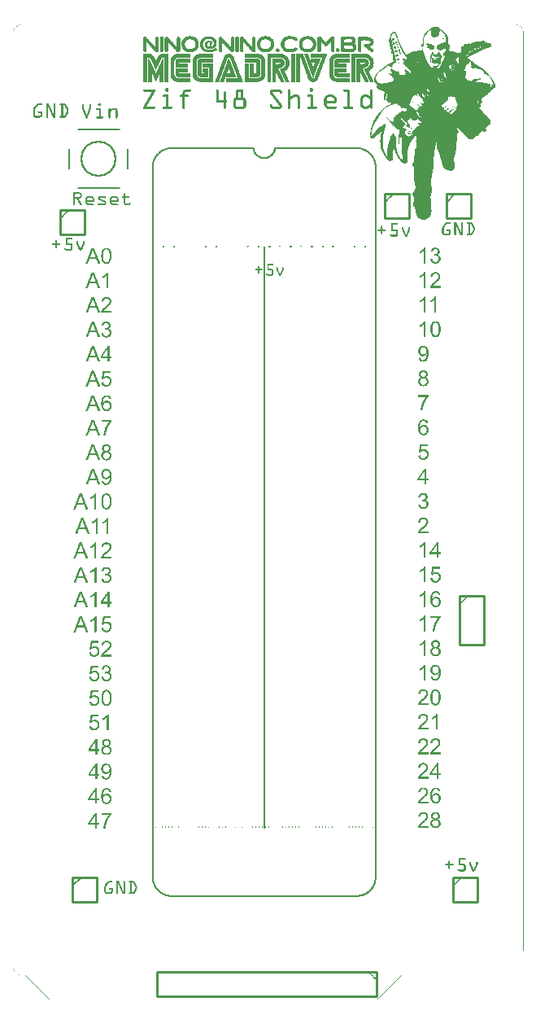
<source format=gto>
G04 MADE WITH FRITZING*
G04 WWW.FRITZING.ORG*
G04 DOUBLE SIDED*
G04 HOLES PLATED*
G04 CONTOUR ON CENTER OF CONTOUR VECTOR*
%ASAXBY*%
%FSLAX23Y23*%
%MOIN*%
%OFA0B0*%
%SFA1.0B1.0*%
%ADD10C,0.148000X0.132*%
%ADD11C,0.010000*%
%ADD12C,0.005000*%
%ADD13C,0.007150*%
%ADD14C,0.008000*%
%ADD15R,0.001000X0.001000*%
%LNSILK1*%
G90*
G70*
G54D10*
X361Y3450D03*
G54D11*
X1813Y507D02*
X1813Y407D01*
D02*
X1813Y407D02*
X1913Y407D01*
D02*
X1913Y407D02*
X1913Y507D01*
D02*
X1913Y507D02*
X1813Y507D01*
D02*
X254Y508D02*
X254Y408D01*
D02*
X254Y408D02*
X354Y408D01*
D02*
X354Y408D02*
X354Y508D01*
D02*
X354Y508D02*
X254Y508D01*
G54D12*
D02*
X254Y473D02*
X289Y508D01*
G54D11*
D02*
X1786Y3306D02*
X1786Y3206D01*
D02*
X1786Y3206D02*
X1886Y3206D01*
D02*
X1886Y3206D02*
X1886Y3306D01*
D02*
X1886Y3306D02*
X1786Y3306D01*
G54D12*
D02*
X1786Y3271D02*
X1821Y3306D01*
G54D11*
D02*
X203Y3239D02*
X203Y3139D01*
D02*
X203Y3139D02*
X303Y3139D01*
D02*
X303Y3139D02*
X303Y3239D01*
D02*
X303Y3239D02*
X203Y3239D01*
G54D13*
D02*
X1039Y711D02*
X1039Y3091D01*
G54D11*
D02*
X1841Y1660D02*
X1841Y1460D01*
D02*
X1841Y1460D02*
X1941Y1460D01*
D02*
X1941Y1460D02*
X1941Y1660D01*
D02*
X1941Y1660D02*
X1841Y1660D01*
D02*
X1500Y121D02*
X600Y121D01*
D02*
X600Y121D02*
X600Y21D01*
D02*
X600Y21D02*
X1500Y21D01*
D02*
X1500Y21D02*
X1500Y121D01*
G54D14*
D02*
X446Y3570D02*
X276Y3570D01*
D02*
X276Y3330D02*
X446Y3330D01*
D02*
X481Y3490D02*
X481Y3410D01*
D02*
X241Y3491D02*
X241Y3410D01*
G54D11*
D02*
X1534Y3306D02*
X1534Y3206D01*
D02*
X1534Y3206D02*
X1634Y3206D01*
D02*
X1634Y3206D02*
X1634Y3306D01*
D02*
X1634Y3306D02*
X1534Y3306D01*
G36*
X1693Y3893D02*
X1694Y3901D01*
X1693Y3901D01*
X1693Y3893D01*
G37*
D02*
G36*
X1659Y3663D02*
X1655Y3666D01*
X1659Y3663D01*
G37*
D02*
G54D15*
X41Y3999D02*
X2072Y3999D01*
X36Y3998D02*
X40Y3998D01*
X2073Y3998D02*
X2077Y3998D01*
X33Y3997D02*
X35Y3997D01*
X2078Y3997D02*
X2080Y3997D01*
X31Y3996D02*
X32Y3996D01*
X2081Y3996D02*
X2082Y3996D01*
X29Y3995D02*
X30Y3995D01*
X2083Y3995D02*
X2084Y3995D01*
X27Y3994D02*
X28Y3994D01*
X2085Y3994D02*
X2086Y3994D01*
X26Y3993D02*
X26Y3993D01*
X2087Y3993D02*
X2087Y3993D01*
X24Y3992D02*
X25Y3992D01*
X2088Y3992D02*
X2089Y3992D01*
X23Y3991D02*
X24Y3991D01*
X2089Y3991D02*
X2090Y3991D01*
X22Y3990D02*
X22Y3990D01*
X2091Y3990D02*
X2091Y3990D01*
X21Y3989D02*
X21Y3989D01*
X2092Y3989D02*
X2092Y3989D01*
X20Y3988D02*
X20Y3988D01*
X1732Y3988D02*
X1753Y3988D01*
X2093Y3988D02*
X2093Y3988D01*
X19Y3987D02*
X19Y3987D01*
X1730Y3987D02*
X1754Y3987D01*
X2094Y3987D02*
X2094Y3987D01*
X18Y3986D02*
X18Y3986D01*
X1726Y3986D02*
X1755Y3986D01*
X2095Y3986D02*
X2095Y3986D01*
X17Y3985D02*
X18Y3985D01*
X1725Y3985D02*
X1757Y3985D01*
X2095Y3985D02*
X2096Y3985D01*
X17Y3984D02*
X17Y3984D01*
X1723Y3984D02*
X1758Y3984D01*
X2096Y3984D02*
X2096Y3984D01*
X16Y3983D02*
X16Y3983D01*
X1722Y3983D02*
X1759Y3983D01*
X2097Y3983D02*
X2097Y3983D01*
X15Y3982D02*
X15Y3982D01*
X1722Y3982D02*
X1760Y3982D01*
X2097Y3982D02*
X2098Y3982D01*
X15Y3981D02*
X15Y3981D01*
X1721Y3981D02*
X1762Y3981D01*
X2098Y3981D02*
X2098Y3981D01*
X14Y3980D02*
X14Y3980D01*
X1720Y3980D02*
X1763Y3980D01*
X2099Y3980D02*
X2099Y3980D01*
X14Y3979D02*
X14Y3979D01*
X1719Y3979D02*
X1764Y3979D01*
X2099Y3979D02*
X2099Y3979D01*
X13Y3978D02*
X13Y3978D01*
X1717Y3978D02*
X1766Y3978D01*
X2100Y3978D02*
X2100Y3978D01*
X13Y3977D02*
X13Y3977D01*
X1716Y3977D02*
X1767Y3977D01*
X2100Y3977D02*
X2100Y3977D01*
X12Y3976D02*
X12Y3976D01*
X1715Y3976D02*
X1768Y3976D01*
X2100Y3976D02*
X2100Y3976D01*
X12Y3975D02*
X12Y3975D01*
X1713Y3975D02*
X1720Y3975D01*
X1723Y3975D02*
X1761Y3975D01*
X1763Y3975D02*
X1770Y3975D01*
X2101Y3975D02*
X2101Y3975D01*
X12Y3974D02*
X12Y3974D01*
X1712Y3974D02*
X1717Y3974D01*
X1723Y3974D02*
X1760Y3974D01*
X1764Y3974D02*
X1771Y3974D01*
X2101Y3974D02*
X2101Y3974D01*
X11Y3973D02*
X11Y3973D01*
X1710Y3973D02*
X1715Y3973D01*
X1723Y3973D02*
X1760Y3973D01*
X1765Y3973D02*
X1772Y3973D01*
X2101Y3973D02*
X2101Y3973D01*
X11Y3972D02*
X11Y3972D01*
X1709Y3972D02*
X1713Y3972D01*
X1723Y3972D02*
X1760Y3972D01*
X1766Y3972D02*
X1774Y3972D01*
X2102Y3972D02*
X2102Y3972D01*
X11Y3971D02*
X11Y3971D01*
X1708Y3971D02*
X1712Y3971D01*
X1723Y3971D02*
X1759Y3971D01*
X1768Y3971D02*
X1775Y3971D01*
X2102Y3971D02*
X2102Y3971D01*
X11Y3970D02*
X11Y3970D01*
X1707Y3970D02*
X1711Y3970D01*
X1723Y3970D02*
X1759Y3970D01*
X1769Y3970D02*
X1776Y3970D01*
X2102Y3970D02*
X2102Y3970D01*
X11Y3969D02*
X11Y3969D01*
X1571Y3969D02*
X1577Y3969D01*
X1706Y3969D02*
X1710Y3969D01*
X1723Y3969D02*
X1759Y3969D01*
X1770Y3969D02*
X1777Y3969D01*
X2102Y3969D02*
X2102Y3969D01*
X10Y3968D02*
X10Y3968D01*
X1568Y3968D02*
X1578Y3968D01*
X1705Y3968D02*
X1709Y3968D01*
X1723Y3968D02*
X1758Y3968D01*
X1772Y3968D02*
X1778Y3968D01*
X2102Y3968D02*
X2102Y3968D01*
X10Y3967D02*
X10Y3967D01*
X1566Y3967D02*
X1579Y3967D01*
X1704Y3967D02*
X1708Y3967D01*
X1723Y3967D02*
X1758Y3967D01*
X1773Y3967D02*
X1779Y3967D01*
X2102Y3967D02*
X2102Y3967D01*
X10Y3966D02*
X10Y3966D01*
X1564Y3966D02*
X1579Y3966D01*
X1703Y3966D02*
X1707Y3966D01*
X1723Y3966D02*
X1758Y3966D01*
X1774Y3966D02*
X1780Y3966D01*
X2102Y3966D02*
X2102Y3966D01*
X10Y3965D02*
X10Y3965D01*
X1563Y3965D02*
X1580Y3965D01*
X1702Y3965D02*
X1707Y3965D01*
X1723Y3965D02*
X1757Y3965D01*
X1775Y3965D02*
X1781Y3965D01*
X2102Y3965D02*
X2102Y3965D01*
X10Y3964D02*
X10Y3964D01*
X1562Y3964D02*
X1568Y3964D01*
X1575Y3964D02*
X1580Y3964D01*
X1701Y3964D02*
X1706Y3964D01*
X1724Y3964D02*
X1757Y3964D01*
X1776Y3964D02*
X1782Y3964D01*
X2102Y3964D02*
X2102Y3964D01*
X10Y3963D02*
X10Y3963D01*
X1562Y3963D02*
X1567Y3963D01*
X1576Y3963D02*
X1581Y3963D01*
X1700Y3963D02*
X1705Y3963D01*
X1724Y3963D02*
X1757Y3963D01*
X1777Y3963D02*
X1783Y3963D01*
X2102Y3963D02*
X2102Y3963D01*
X10Y3962D02*
X10Y3962D01*
X1561Y3962D02*
X1566Y3962D01*
X1576Y3962D02*
X1581Y3962D01*
X1699Y3962D02*
X1705Y3962D01*
X1724Y3962D02*
X1756Y3962D01*
X1778Y3962D02*
X1784Y3962D01*
X2102Y3962D02*
X2102Y3962D01*
X10Y3961D02*
X10Y3961D01*
X1560Y3961D02*
X1565Y3961D01*
X1577Y3961D02*
X1581Y3961D01*
X1699Y3961D02*
X1704Y3961D01*
X1724Y3961D02*
X1756Y3961D01*
X1779Y3961D02*
X1785Y3961D01*
X2102Y3961D02*
X2102Y3961D01*
X10Y3960D02*
X10Y3960D01*
X1560Y3960D02*
X1565Y3960D01*
X1577Y3960D02*
X1582Y3960D01*
X1698Y3960D02*
X1703Y3960D01*
X1724Y3960D02*
X1756Y3960D01*
X1780Y3960D02*
X1786Y3960D01*
X2102Y3960D02*
X2102Y3960D01*
X10Y3959D02*
X10Y3959D01*
X1559Y3959D02*
X1564Y3959D01*
X1578Y3959D02*
X1582Y3959D01*
X1697Y3959D02*
X1703Y3959D01*
X1724Y3959D02*
X1755Y3959D01*
X1780Y3959D02*
X1786Y3959D01*
X2102Y3959D02*
X2102Y3959D01*
X10Y3958D02*
X10Y3958D01*
X1559Y3958D02*
X1564Y3958D01*
X1578Y3958D02*
X1583Y3958D01*
X1697Y3958D02*
X1702Y3958D01*
X1724Y3958D02*
X1755Y3958D01*
X1781Y3958D02*
X1787Y3958D01*
X2102Y3958D02*
X2102Y3958D01*
X10Y3957D02*
X10Y3957D01*
X1558Y3957D02*
X1563Y3957D01*
X1579Y3957D02*
X1583Y3957D01*
X1696Y3957D02*
X1701Y3957D01*
X1724Y3957D02*
X1755Y3957D01*
X1781Y3957D02*
X1788Y3957D01*
X2102Y3957D02*
X2102Y3957D01*
X10Y3956D02*
X10Y3956D01*
X1558Y3956D02*
X1563Y3956D01*
X1579Y3956D02*
X1583Y3956D01*
X1696Y3956D02*
X1701Y3956D01*
X1725Y3956D02*
X1754Y3956D01*
X1782Y3956D02*
X1788Y3956D01*
X2102Y3956D02*
X2102Y3956D01*
X10Y3955D02*
X10Y3955D01*
X1558Y3955D02*
X1562Y3955D01*
X1579Y3955D02*
X1584Y3955D01*
X1695Y3955D02*
X1700Y3955D01*
X1725Y3955D02*
X1754Y3955D01*
X1782Y3955D02*
X1789Y3955D01*
X2102Y3955D02*
X2102Y3955D01*
X10Y3954D02*
X10Y3954D01*
X1557Y3954D02*
X1562Y3954D01*
X1580Y3954D02*
X1584Y3954D01*
X1695Y3954D02*
X1699Y3954D01*
X1725Y3954D02*
X1754Y3954D01*
X1782Y3954D02*
X1789Y3954D01*
X2102Y3954D02*
X2102Y3954D01*
X10Y3953D02*
X10Y3953D01*
X1557Y3953D02*
X1561Y3953D01*
X1580Y3953D02*
X1584Y3953D01*
X1694Y3953D02*
X1698Y3953D01*
X1726Y3953D02*
X1753Y3953D01*
X1782Y3953D02*
X1790Y3953D01*
X2102Y3953D02*
X2102Y3953D01*
X10Y3952D02*
X10Y3952D01*
X732Y3952D02*
X741Y3952D01*
X1041Y3952D02*
X1050Y3952D01*
X1139Y3952D02*
X1151Y3952D01*
X1213Y3952D02*
X1222Y3952D01*
X1557Y3952D02*
X1561Y3952D01*
X1581Y3952D02*
X1585Y3952D01*
X1694Y3952D02*
X1698Y3952D01*
X1727Y3952D02*
X1753Y3952D01*
X1782Y3952D02*
X1790Y3952D01*
X2102Y3952D02*
X2102Y3952D01*
X10Y3951D02*
X10Y3951D01*
X617Y3951D02*
X622Y3951D01*
X726Y3951D02*
X746Y3951D01*
X926Y3951D02*
X931Y3951D01*
X1035Y3951D02*
X1055Y3951D01*
X1134Y3951D02*
X1158Y3951D01*
X1207Y3951D02*
X1228Y3951D01*
X1263Y3951D02*
X1268Y3951D01*
X1318Y3951D02*
X1323Y3951D01*
X1361Y3951D02*
X1399Y3951D01*
X1557Y3951D02*
X1561Y3951D01*
X1581Y3951D02*
X1585Y3951D01*
X1694Y3951D02*
X1697Y3951D01*
X1727Y3951D02*
X1753Y3951D01*
X1783Y3951D02*
X1791Y3951D01*
X2102Y3951D02*
X2102Y3951D01*
X10Y3950D02*
X10Y3950D01*
X616Y3950D02*
X623Y3950D01*
X723Y3950D02*
X750Y3950D01*
X925Y3950D02*
X932Y3950D01*
X1032Y3950D02*
X1059Y3950D01*
X1130Y3950D02*
X1162Y3950D01*
X1204Y3950D02*
X1231Y3950D01*
X1262Y3950D02*
X1269Y3950D01*
X1317Y3950D02*
X1324Y3950D01*
X1359Y3950D02*
X1403Y3950D01*
X1556Y3950D02*
X1560Y3950D01*
X1581Y3950D02*
X1585Y3950D01*
X1693Y3950D02*
X1697Y3950D01*
X1728Y3950D02*
X1752Y3950D01*
X1783Y3950D02*
X1791Y3950D01*
X2102Y3950D02*
X2102Y3950D01*
X10Y3949D02*
X10Y3949D01*
X615Y3949D02*
X624Y3949D01*
X720Y3949D02*
X752Y3949D01*
X802Y3949D02*
X821Y3949D01*
X924Y3949D02*
X934Y3949D01*
X1029Y3949D02*
X1061Y3949D01*
X1128Y3949D02*
X1165Y3949D01*
X1202Y3949D02*
X1233Y3949D01*
X1261Y3949D02*
X1271Y3949D01*
X1315Y3949D02*
X1325Y3949D01*
X1357Y3949D02*
X1405Y3949D01*
X1429Y3949D02*
X1455Y3949D01*
X1556Y3949D02*
X1560Y3949D01*
X1582Y3949D02*
X1586Y3949D01*
X1693Y3949D02*
X1696Y3949D01*
X1730Y3949D02*
X1749Y3949D01*
X1783Y3949D02*
X1791Y3949D01*
X2102Y3949D02*
X2102Y3949D01*
X10Y3948D02*
X10Y3948D01*
X548Y3948D02*
X555Y3948D01*
X598Y3948D02*
X603Y3948D01*
X614Y3948D02*
X625Y3948D01*
X636Y3948D02*
X642Y3948D01*
X685Y3948D02*
X691Y3948D01*
X718Y3948D02*
X754Y3948D01*
X798Y3948D02*
X826Y3948D01*
X857Y3948D02*
X864Y3948D01*
X907Y3948D02*
X912Y3948D01*
X923Y3948D02*
X934Y3948D01*
X945Y3948D02*
X952Y3948D01*
X995Y3948D02*
X1000Y3948D01*
X1027Y3948D02*
X1063Y3948D01*
X1126Y3948D02*
X1167Y3948D01*
X1200Y3948D02*
X1235Y3948D01*
X1260Y3948D02*
X1272Y3948D01*
X1314Y3948D02*
X1326Y3948D01*
X1357Y3948D02*
X1406Y3948D01*
X1426Y3948D02*
X1463Y3948D01*
X1556Y3948D02*
X1560Y3948D01*
X1582Y3948D02*
X1586Y3948D01*
X1693Y3948D02*
X1695Y3948D01*
X1731Y3948D02*
X1744Y3948D01*
X1783Y3948D02*
X1792Y3948D01*
X2102Y3948D02*
X2102Y3948D01*
X10Y3947D02*
X10Y3947D01*
X547Y3947D02*
X556Y3947D01*
X596Y3947D02*
X604Y3947D01*
X614Y3947D02*
X626Y3947D01*
X635Y3947D02*
X644Y3947D01*
X684Y3947D02*
X692Y3947D01*
X716Y3947D02*
X756Y3947D01*
X796Y3947D02*
X829Y3947D01*
X856Y3947D02*
X866Y3947D01*
X905Y3947D02*
X914Y3947D01*
X923Y3947D02*
X935Y3947D01*
X944Y3947D02*
X953Y3947D01*
X993Y3947D02*
X1001Y3947D01*
X1026Y3947D02*
X1065Y3947D01*
X1124Y3947D02*
X1169Y3947D01*
X1198Y3947D02*
X1237Y3947D01*
X1260Y3947D02*
X1273Y3947D01*
X1313Y3947D02*
X1326Y3947D01*
X1356Y3947D02*
X1408Y3947D01*
X1425Y3947D02*
X1469Y3947D01*
X1556Y3947D02*
X1560Y3947D01*
X1582Y3947D02*
X1586Y3947D01*
X1692Y3947D02*
X1695Y3947D01*
X1735Y3947D02*
X1739Y3947D01*
X1783Y3947D02*
X1792Y3947D01*
X2102Y3947D02*
X2102Y3947D01*
X10Y3946D02*
X10Y3946D01*
X546Y3946D02*
X558Y3946D01*
X596Y3946D02*
X605Y3946D01*
X613Y3946D02*
X626Y3946D01*
X634Y3946D02*
X645Y3946D01*
X683Y3946D02*
X693Y3946D01*
X715Y3946D02*
X757Y3946D01*
X794Y3946D02*
X831Y3946D01*
X855Y3946D02*
X867Y3946D01*
X905Y3946D02*
X914Y3946D01*
X923Y3946D02*
X935Y3946D01*
X943Y3946D02*
X954Y3946D01*
X992Y3946D02*
X1002Y3946D01*
X1024Y3946D02*
X1066Y3946D01*
X1123Y3946D02*
X1171Y3946D01*
X1196Y3946D02*
X1239Y3946D01*
X1259Y3946D02*
X1274Y3946D01*
X1312Y3946D02*
X1327Y3946D01*
X1356Y3946D02*
X1409Y3946D01*
X1424Y3946D02*
X1472Y3946D01*
X1555Y3946D02*
X1560Y3946D01*
X1583Y3946D02*
X1587Y3946D01*
X1692Y3946D02*
X1694Y3946D01*
X1784Y3946D02*
X1792Y3946D01*
X2102Y3946D02*
X2102Y3946D01*
X10Y3945D02*
X10Y3945D01*
X545Y3945D02*
X558Y3945D01*
X595Y3945D02*
X606Y3945D01*
X613Y3945D02*
X626Y3945D01*
X633Y3945D02*
X646Y3945D01*
X683Y3945D02*
X694Y3945D01*
X714Y3945D02*
X759Y3945D01*
X792Y3945D02*
X833Y3945D01*
X855Y3945D02*
X868Y3945D01*
X904Y3945D02*
X915Y3945D01*
X922Y3945D02*
X935Y3945D01*
X942Y3945D02*
X955Y3945D01*
X992Y3945D02*
X1003Y3945D01*
X1023Y3945D02*
X1068Y3945D01*
X1121Y3945D02*
X1172Y3945D01*
X1195Y3945D02*
X1240Y3945D01*
X1259Y3945D02*
X1275Y3945D01*
X1311Y3945D02*
X1327Y3945D01*
X1355Y3945D02*
X1410Y3945D01*
X1424Y3945D02*
X1475Y3945D01*
X1555Y3945D02*
X1560Y3945D01*
X1583Y3945D02*
X1587Y3945D01*
X1692Y3945D02*
X1694Y3945D01*
X1784Y3945D02*
X1792Y3945D01*
X2102Y3945D02*
X2102Y3945D01*
X10Y3944D02*
X10Y3944D01*
X545Y3944D02*
X559Y3944D01*
X594Y3944D02*
X606Y3944D01*
X613Y3944D02*
X626Y3944D01*
X633Y3944D02*
X647Y3944D01*
X682Y3944D02*
X694Y3944D01*
X712Y3944D02*
X760Y3944D01*
X791Y3944D02*
X834Y3944D01*
X854Y3944D02*
X869Y3944D01*
X904Y3944D02*
X916Y3944D01*
X922Y3944D02*
X935Y3944D01*
X942Y3944D02*
X956Y3944D01*
X991Y3944D02*
X1003Y3944D01*
X1022Y3944D02*
X1069Y3944D01*
X1120Y3944D02*
X1173Y3944D01*
X1194Y3944D02*
X1241Y3944D01*
X1259Y3944D02*
X1275Y3944D01*
X1310Y3944D02*
X1327Y3944D01*
X1355Y3944D02*
X1411Y3944D01*
X1424Y3944D02*
X1477Y3944D01*
X1555Y3944D02*
X1560Y3944D01*
X1583Y3944D02*
X1587Y3944D01*
X1692Y3944D02*
X1694Y3944D01*
X1784Y3944D02*
X1792Y3944D01*
X2102Y3944D02*
X2102Y3944D01*
X10Y3943D02*
X10Y3943D01*
X545Y3943D02*
X560Y3943D01*
X594Y3943D02*
X607Y3943D01*
X613Y3943D02*
X626Y3943D01*
X633Y3943D02*
X648Y3943D01*
X682Y3943D02*
X694Y3943D01*
X711Y3943D02*
X761Y3943D01*
X789Y3943D02*
X836Y3943D01*
X854Y3943D02*
X869Y3943D01*
X903Y3943D02*
X916Y3943D01*
X922Y3943D02*
X935Y3943D01*
X942Y3943D02*
X957Y3943D01*
X991Y3943D02*
X1004Y3943D01*
X1020Y3943D02*
X1070Y3943D01*
X1119Y3943D02*
X1174Y3943D01*
X1193Y3943D02*
X1243Y3943D01*
X1259Y3943D02*
X1276Y3943D01*
X1309Y3943D02*
X1327Y3943D01*
X1355Y3943D02*
X1412Y3943D01*
X1424Y3943D02*
X1479Y3943D01*
X1554Y3943D02*
X1560Y3943D01*
X1584Y3943D02*
X1588Y3943D01*
X1692Y3943D02*
X1693Y3943D01*
X1772Y3943D02*
X1776Y3943D01*
X1784Y3943D02*
X1793Y3943D01*
X2102Y3943D02*
X2102Y3943D01*
X10Y3942D02*
X10Y3942D01*
X545Y3942D02*
X561Y3942D01*
X594Y3942D02*
X607Y3942D01*
X613Y3942D02*
X626Y3942D01*
X632Y3942D02*
X649Y3942D01*
X682Y3942D02*
X695Y3942D01*
X710Y3942D02*
X762Y3942D01*
X788Y3942D02*
X837Y3942D01*
X854Y3942D02*
X870Y3942D01*
X903Y3942D02*
X916Y3942D01*
X922Y3942D02*
X935Y3942D01*
X942Y3942D02*
X958Y3942D01*
X991Y3942D02*
X1004Y3942D01*
X1019Y3942D02*
X1071Y3942D01*
X1118Y3942D02*
X1174Y3942D01*
X1192Y3942D02*
X1244Y3942D01*
X1259Y3942D02*
X1277Y3942D01*
X1308Y3942D02*
X1327Y3942D01*
X1355Y3942D02*
X1412Y3942D01*
X1424Y3942D02*
X1481Y3942D01*
X1554Y3942D02*
X1560Y3942D01*
X1563Y3942D02*
X1573Y3942D01*
X1584Y3942D02*
X1588Y3942D01*
X1692Y3942D02*
X1693Y3942D01*
X1771Y3942D02*
X1777Y3942D01*
X1784Y3942D02*
X1793Y3942D01*
X2102Y3942D02*
X2102Y3942D01*
X10Y3941D02*
X10Y3941D01*
X545Y3941D02*
X562Y3941D01*
X594Y3941D02*
X607Y3941D01*
X613Y3941D02*
X626Y3941D01*
X632Y3941D02*
X650Y3941D01*
X682Y3941D02*
X695Y3941D01*
X709Y3941D02*
X763Y3941D01*
X787Y3941D02*
X838Y3941D01*
X854Y3941D02*
X871Y3941D01*
X903Y3941D02*
X916Y3941D01*
X922Y3941D02*
X935Y3941D01*
X942Y3941D02*
X959Y3941D01*
X991Y3941D02*
X1004Y3941D01*
X1018Y3941D02*
X1072Y3941D01*
X1117Y3941D02*
X1175Y3941D01*
X1191Y3941D02*
X1245Y3941D01*
X1259Y3941D02*
X1278Y3941D01*
X1307Y3941D02*
X1327Y3941D01*
X1355Y3941D02*
X1413Y3941D01*
X1424Y3941D02*
X1482Y3941D01*
X1553Y3941D02*
X1560Y3941D01*
X1563Y3941D02*
X1575Y3941D01*
X1585Y3941D02*
X1588Y3941D01*
X1692Y3941D02*
X1693Y3941D01*
X1771Y3941D02*
X1774Y3941D01*
X1784Y3941D02*
X1793Y3941D01*
X2102Y3941D02*
X2102Y3941D01*
X10Y3940D02*
X10Y3940D01*
X545Y3940D02*
X563Y3940D01*
X594Y3940D02*
X607Y3940D01*
X613Y3940D02*
X626Y3940D01*
X632Y3940D02*
X651Y3940D01*
X682Y3940D02*
X695Y3940D01*
X708Y3940D02*
X764Y3940D01*
X786Y3940D02*
X811Y3940D01*
X813Y3940D02*
X839Y3940D01*
X854Y3940D02*
X872Y3940D01*
X903Y3940D02*
X916Y3940D01*
X922Y3940D02*
X935Y3940D01*
X942Y3940D02*
X960Y3940D01*
X991Y3940D02*
X1004Y3940D01*
X1017Y3940D02*
X1073Y3940D01*
X1116Y3940D02*
X1175Y3940D01*
X1190Y3940D02*
X1245Y3940D01*
X1259Y3940D02*
X1279Y3940D01*
X1306Y3940D02*
X1327Y3940D01*
X1355Y3940D02*
X1413Y3940D01*
X1424Y3940D02*
X1483Y3940D01*
X1552Y3940D02*
X1560Y3940D01*
X1563Y3940D02*
X1575Y3940D01*
X1585Y3940D02*
X1589Y3940D01*
X1691Y3940D02*
X1693Y3940D01*
X1784Y3940D02*
X1793Y3940D01*
X2102Y3940D02*
X2102Y3940D01*
X10Y3939D02*
X10Y3939D01*
X545Y3939D02*
X564Y3939D01*
X594Y3939D02*
X607Y3939D01*
X613Y3939D02*
X626Y3939D01*
X632Y3939D02*
X652Y3939D01*
X682Y3939D02*
X695Y3939D01*
X708Y3939D02*
X765Y3939D01*
X785Y3939D02*
X805Y3939D01*
X821Y3939D02*
X839Y3939D01*
X854Y3939D02*
X873Y3939D01*
X903Y3939D02*
X916Y3939D01*
X922Y3939D02*
X935Y3939D01*
X942Y3939D02*
X961Y3939D01*
X991Y3939D02*
X1004Y3939D01*
X1017Y3939D02*
X1074Y3939D01*
X1115Y3939D02*
X1175Y3939D01*
X1189Y3939D02*
X1246Y3939D01*
X1259Y3939D02*
X1280Y3939D01*
X1305Y3939D02*
X1327Y3939D01*
X1355Y3939D02*
X1414Y3939D01*
X1424Y3939D02*
X1484Y3939D01*
X1551Y3939D02*
X1560Y3939D01*
X1563Y3939D02*
X1575Y3939D01*
X1585Y3939D02*
X1589Y3939D01*
X1691Y3939D02*
X1692Y3939D01*
X1784Y3939D02*
X1793Y3939D01*
X2102Y3939D02*
X2102Y3939D01*
X10Y3938D02*
X10Y3938D01*
X545Y3938D02*
X565Y3938D01*
X594Y3938D02*
X607Y3938D01*
X613Y3938D02*
X626Y3938D01*
X632Y3938D02*
X653Y3938D01*
X682Y3938D02*
X695Y3938D01*
X707Y3938D02*
X730Y3938D01*
X742Y3938D02*
X765Y3938D01*
X784Y3938D02*
X801Y3938D01*
X823Y3938D02*
X840Y3938D01*
X854Y3938D02*
X874Y3938D01*
X903Y3938D02*
X916Y3938D01*
X922Y3938D02*
X935Y3938D01*
X942Y3938D02*
X962Y3938D01*
X991Y3938D02*
X1004Y3938D01*
X1016Y3938D02*
X1039Y3938D01*
X1051Y3938D02*
X1075Y3938D01*
X1115Y3938D02*
X1138Y3938D01*
X1156Y3938D02*
X1175Y3938D01*
X1188Y3938D02*
X1211Y3938D01*
X1224Y3938D02*
X1247Y3938D01*
X1259Y3938D02*
X1281Y3938D01*
X1304Y3938D02*
X1327Y3938D01*
X1355Y3938D02*
X1373Y3938D01*
X1397Y3938D02*
X1414Y3938D01*
X1424Y3938D02*
X1485Y3938D01*
X1550Y3938D02*
X1560Y3938D01*
X1563Y3938D02*
X1574Y3938D01*
X1586Y3938D02*
X1589Y3938D01*
X1691Y3938D02*
X1692Y3938D01*
X1785Y3938D02*
X1793Y3938D01*
X2102Y3938D02*
X2102Y3938D01*
X10Y3937D02*
X10Y3937D01*
X545Y3937D02*
X566Y3937D01*
X594Y3937D02*
X607Y3937D01*
X613Y3937D02*
X626Y3937D01*
X632Y3937D02*
X654Y3937D01*
X682Y3937D02*
X695Y3937D01*
X706Y3937D02*
X726Y3937D01*
X746Y3937D02*
X766Y3937D01*
X783Y3937D02*
X799Y3937D01*
X825Y3937D02*
X841Y3937D01*
X854Y3937D02*
X875Y3937D01*
X903Y3937D02*
X916Y3937D01*
X922Y3937D02*
X935Y3937D01*
X942Y3937D02*
X963Y3937D01*
X991Y3937D02*
X1004Y3937D01*
X1015Y3937D02*
X1035Y3937D01*
X1055Y3937D02*
X1075Y3937D01*
X1114Y3937D02*
X1134Y3937D01*
X1160Y3937D02*
X1175Y3937D01*
X1188Y3937D02*
X1208Y3937D01*
X1228Y3937D02*
X1248Y3937D01*
X1259Y3937D02*
X1282Y3937D01*
X1303Y3937D02*
X1327Y3937D01*
X1355Y3937D02*
X1370Y3937D01*
X1399Y3937D02*
X1414Y3937D01*
X1424Y3937D02*
X1486Y3937D01*
X1550Y3937D02*
X1561Y3937D01*
X1563Y3937D02*
X1573Y3937D01*
X1586Y3937D02*
X1590Y3937D01*
X1691Y3937D02*
X1692Y3937D01*
X1785Y3937D02*
X1793Y3937D01*
X2102Y3937D02*
X2102Y3937D01*
X10Y3936D02*
X10Y3936D01*
X545Y3936D02*
X567Y3936D01*
X594Y3936D02*
X607Y3936D01*
X613Y3936D02*
X626Y3936D01*
X632Y3936D02*
X655Y3936D01*
X682Y3936D02*
X695Y3936D01*
X705Y3936D02*
X724Y3936D01*
X748Y3936D02*
X767Y3936D01*
X783Y3936D02*
X797Y3936D01*
X827Y3936D02*
X841Y3936D01*
X854Y3936D02*
X876Y3936D01*
X903Y3936D02*
X916Y3936D01*
X922Y3936D02*
X935Y3936D01*
X942Y3936D02*
X964Y3936D01*
X991Y3936D02*
X1004Y3936D01*
X1015Y3936D02*
X1033Y3936D01*
X1057Y3936D02*
X1076Y3936D01*
X1113Y3936D02*
X1132Y3936D01*
X1161Y3936D02*
X1175Y3936D01*
X1187Y3936D02*
X1205Y3936D01*
X1230Y3936D02*
X1248Y3936D01*
X1259Y3936D02*
X1283Y3936D01*
X1302Y3936D02*
X1327Y3936D01*
X1355Y3936D02*
X1369Y3936D01*
X1401Y3936D02*
X1414Y3936D01*
X1424Y3936D02*
X1486Y3936D01*
X1550Y3936D02*
X1561Y3936D01*
X1563Y3936D02*
X1572Y3936D01*
X1586Y3936D02*
X1590Y3936D01*
X1691Y3936D02*
X1692Y3936D01*
X1785Y3936D02*
X1793Y3936D01*
X2102Y3936D02*
X2102Y3936D01*
X10Y3935D02*
X10Y3935D01*
X545Y3935D02*
X568Y3935D01*
X594Y3935D02*
X607Y3935D01*
X613Y3935D02*
X626Y3935D01*
X632Y3935D02*
X655Y3935D01*
X682Y3935D02*
X695Y3935D01*
X705Y3935D02*
X722Y3935D01*
X750Y3935D02*
X767Y3935D01*
X782Y3935D02*
X796Y3935D01*
X828Y3935D02*
X842Y3935D01*
X854Y3935D02*
X877Y3935D01*
X903Y3935D02*
X916Y3935D01*
X922Y3935D02*
X935Y3935D01*
X942Y3935D02*
X965Y3935D01*
X991Y3935D02*
X1004Y3935D01*
X1014Y3935D02*
X1031Y3935D01*
X1059Y3935D02*
X1077Y3935D01*
X1113Y3935D02*
X1130Y3935D01*
X1163Y3935D02*
X1175Y3935D01*
X1186Y3935D02*
X1204Y3935D01*
X1232Y3935D02*
X1249Y3935D01*
X1259Y3935D02*
X1284Y3935D01*
X1301Y3935D02*
X1327Y3935D01*
X1355Y3935D02*
X1368Y3935D01*
X1401Y3935D02*
X1414Y3935D01*
X1424Y3935D02*
X1447Y3935D01*
X1454Y3935D02*
X1487Y3935D01*
X1550Y3935D02*
X1571Y3935D01*
X1587Y3935D02*
X1590Y3935D01*
X1691Y3935D02*
X1692Y3935D01*
X1785Y3935D02*
X1793Y3935D01*
X2102Y3935D02*
X2102Y3935D01*
X10Y3934D02*
X10Y3934D01*
X545Y3934D02*
X569Y3934D01*
X594Y3934D02*
X607Y3934D01*
X613Y3934D02*
X626Y3934D01*
X632Y3934D02*
X656Y3934D01*
X682Y3934D02*
X695Y3934D01*
X704Y3934D02*
X721Y3934D01*
X751Y3934D02*
X768Y3934D01*
X781Y3934D02*
X795Y3934D01*
X812Y3934D02*
X814Y3934D01*
X829Y3934D02*
X842Y3934D01*
X854Y3934D02*
X878Y3934D01*
X903Y3934D02*
X916Y3934D01*
X922Y3934D02*
X935Y3934D01*
X942Y3934D02*
X966Y3934D01*
X991Y3934D02*
X1004Y3934D01*
X1014Y3934D02*
X1030Y3934D01*
X1061Y3934D02*
X1077Y3934D01*
X1112Y3934D02*
X1129Y3934D01*
X1164Y3934D02*
X1174Y3934D01*
X1186Y3934D02*
X1202Y3934D01*
X1233Y3934D02*
X1249Y3934D01*
X1259Y3934D02*
X1285Y3934D01*
X1300Y3934D02*
X1327Y3934D01*
X1355Y3934D02*
X1368Y3934D01*
X1402Y3934D02*
X1414Y3934D01*
X1424Y3934D02*
X1439Y3934D01*
X1464Y3934D02*
X1487Y3934D01*
X1550Y3934D02*
X1562Y3934D01*
X1565Y3934D02*
X1570Y3934D01*
X1587Y3934D02*
X1591Y3934D01*
X1691Y3934D02*
X1692Y3934D01*
X1785Y3934D02*
X1793Y3934D01*
X1931Y3934D02*
X1941Y3934D01*
X2102Y3934D02*
X2102Y3934D01*
X10Y3933D02*
X10Y3933D01*
X545Y3933D02*
X570Y3933D01*
X594Y3933D02*
X607Y3933D01*
X613Y3933D02*
X626Y3933D01*
X632Y3933D02*
X657Y3933D01*
X682Y3933D02*
X695Y3933D01*
X704Y3933D02*
X720Y3933D01*
X753Y3933D02*
X768Y3933D01*
X781Y3933D02*
X794Y3933D01*
X808Y3933D02*
X817Y3933D01*
X830Y3933D02*
X843Y3933D01*
X854Y3933D02*
X879Y3933D01*
X903Y3933D02*
X916Y3933D01*
X922Y3933D02*
X935Y3933D01*
X942Y3933D02*
X967Y3933D01*
X991Y3933D02*
X1004Y3933D01*
X1013Y3933D02*
X1029Y3933D01*
X1062Y3933D02*
X1077Y3933D01*
X1112Y3933D02*
X1127Y3933D01*
X1166Y3933D02*
X1173Y3933D01*
X1185Y3933D02*
X1201Y3933D01*
X1234Y3933D02*
X1250Y3933D01*
X1259Y3933D02*
X1286Y3933D01*
X1299Y3933D02*
X1327Y3933D01*
X1355Y3933D02*
X1368Y3933D01*
X1402Y3933D02*
X1415Y3933D01*
X1424Y3933D02*
X1438Y3933D01*
X1469Y3933D02*
X1488Y3933D01*
X1551Y3933D02*
X1563Y3933D01*
X1588Y3933D02*
X1591Y3933D01*
X1691Y3933D02*
X1692Y3933D01*
X1785Y3933D02*
X1793Y3933D01*
X1931Y3933D02*
X1941Y3933D01*
X2102Y3933D02*
X2102Y3933D01*
X10Y3932D02*
X10Y3932D01*
X545Y3932D02*
X571Y3932D01*
X594Y3932D02*
X607Y3932D01*
X613Y3932D02*
X626Y3932D01*
X632Y3932D02*
X658Y3932D01*
X682Y3932D02*
X695Y3932D01*
X703Y3932D02*
X719Y3932D01*
X754Y3932D02*
X769Y3932D01*
X781Y3932D02*
X793Y3932D01*
X806Y3932D02*
X819Y3932D01*
X823Y3932D02*
X825Y3932D01*
X830Y3932D02*
X843Y3932D01*
X854Y3932D02*
X880Y3932D01*
X903Y3932D02*
X916Y3932D01*
X922Y3932D02*
X935Y3932D01*
X942Y3932D02*
X967Y3932D01*
X991Y3932D02*
X1004Y3932D01*
X1013Y3932D02*
X1028Y3932D01*
X1063Y3932D02*
X1078Y3932D01*
X1111Y3932D02*
X1126Y3932D01*
X1185Y3932D02*
X1200Y3932D01*
X1235Y3932D02*
X1250Y3932D01*
X1259Y3932D02*
X1287Y3932D01*
X1298Y3932D02*
X1327Y3932D01*
X1355Y3932D02*
X1368Y3932D01*
X1402Y3932D02*
X1414Y3932D01*
X1424Y3932D02*
X1437Y3932D01*
X1472Y3932D02*
X1488Y3932D01*
X1551Y3932D02*
X1563Y3932D01*
X1588Y3932D02*
X1591Y3932D01*
X1691Y3932D02*
X1692Y3932D01*
X1785Y3932D02*
X1793Y3932D01*
X1931Y3932D02*
X1942Y3932D01*
X2102Y3932D02*
X2102Y3932D01*
X10Y3931D02*
X10Y3931D01*
X545Y3931D02*
X571Y3931D01*
X594Y3931D02*
X607Y3931D01*
X613Y3931D02*
X626Y3931D01*
X632Y3931D02*
X659Y3931D01*
X682Y3931D02*
X695Y3931D01*
X703Y3931D02*
X718Y3931D01*
X755Y3931D02*
X769Y3931D01*
X780Y3931D02*
X792Y3931D01*
X804Y3931D02*
X826Y3931D01*
X831Y3931D02*
X843Y3931D01*
X854Y3931D02*
X881Y3931D01*
X903Y3931D02*
X916Y3931D01*
X922Y3931D02*
X935Y3931D01*
X942Y3931D02*
X968Y3931D01*
X991Y3931D02*
X1004Y3931D01*
X1012Y3931D02*
X1027Y3931D01*
X1064Y3931D02*
X1078Y3931D01*
X1111Y3931D02*
X1126Y3931D01*
X1185Y3931D02*
X1199Y3931D01*
X1236Y3931D02*
X1251Y3931D01*
X1259Y3931D02*
X1288Y3931D01*
X1297Y3931D02*
X1327Y3931D01*
X1355Y3931D02*
X1368Y3931D01*
X1401Y3931D02*
X1414Y3931D01*
X1424Y3931D02*
X1437Y3931D01*
X1474Y3931D02*
X1488Y3931D01*
X1551Y3931D02*
X1564Y3931D01*
X1577Y3931D02*
X1582Y3931D01*
X1588Y3931D02*
X1592Y3931D01*
X1691Y3931D02*
X1692Y3931D01*
X1785Y3931D02*
X1793Y3931D01*
X1920Y3931D02*
X1922Y3931D01*
X1930Y3931D02*
X1942Y3931D01*
X2102Y3931D02*
X2102Y3931D01*
X10Y3930D02*
X10Y3930D01*
X545Y3930D02*
X572Y3930D01*
X594Y3930D02*
X607Y3930D01*
X613Y3930D02*
X626Y3930D01*
X632Y3930D02*
X660Y3930D01*
X682Y3930D02*
X695Y3930D01*
X703Y3930D02*
X717Y3930D01*
X755Y3930D02*
X770Y3930D01*
X780Y3930D02*
X791Y3930D01*
X803Y3930D02*
X827Y3930D01*
X832Y3930D02*
X844Y3930D01*
X854Y3930D02*
X882Y3930D01*
X903Y3930D02*
X916Y3930D01*
X922Y3930D02*
X935Y3930D01*
X942Y3930D02*
X969Y3930D01*
X991Y3930D02*
X1004Y3930D01*
X1012Y3930D02*
X1026Y3930D01*
X1064Y3930D02*
X1079Y3930D01*
X1111Y3930D02*
X1125Y3930D01*
X1184Y3930D02*
X1198Y3930D01*
X1237Y3930D02*
X1251Y3930D01*
X1259Y3930D02*
X1289Y3930D01*
X1296Y3930D02*
X1327Y3930D01*
X1355Y3930D02*
X1368Y3930D01*
X1401Y3930D02*
X1414Y3930D01*
X1424Y3930D02*
X1437Y3930D01*
X1475Y3930D02*
X1488Y3930D01*
X1551Y3930D02*
X1565Y3930D01*
X1577Y3930D02*
X1583Y3930D01*
X1589Y3930D02*
X1592Y3930D01*
X1691Y3930D02*
X1692Y3930D01*
X1784Y3930D02*
X1793Y3930D01*
X1917Y3930D02*
X1924Y3930D01*
X1930Y3930D02*
X1942Y3930D01*
X2102Y3930D02*
X2102Y3930D01*
X10Y3929D02*
X10Y3929D01*
X545Y3929D02*
X573Y3929D01*
X594Y3929D02*
X607Y3929D01*
X613Y3929D02*
X626Y3929D01*
X632Y3929D02*
X661Y3929D01*
X682Y3929D02*
X695Y3929D01*
X702Y3929D02*
X716Y3929D01*
X756Y3929D02*
X770Y3929D01*
X779Y3929D02*
X791Y3929D01*
X802Y3929D02*
X827Y3929D01*
X832Y3929D02*
X844Y3929D01*
X854Y3929D02*
X882Y3929D01*
X903Y3929D02*
X916Y3929D01*
X922Y3929D02*
X935Y3929D01*
X942Y3929D02*
X970Y3929D01*
X991Y3929D02*
X1004Y3929D01*
X1012Y3929D02*
X1025Y3929D01*
X1065Y3929D02*
X1079Y3929D01*
X1110Y3929D02*
X1124Y3929D01*
X1184Y3929D02*
X1198Y3929D01*
X1237Y3929D02*
X1251Y3929D01*
X1259Y3929D02*
X1290Y3929D01*
X1295Y3929D02*
X1327Y3929D01*
X1355Y3929D02*
X1368Y3929D01*
X1400Y3929D02*
X1414Y3929D01*
X1424Y3929D02*
X1437Y3929D01*
X1475Y3929D02*
X1488Y3929D01*
X1552Y3929D02*
X1565Y3929D01*
X1577Y3929D02*
X1583Y3929D01*
X1589Y3929D02*
X1592Y3929D01*
X1691Y3929D02*
X1692Y3929D01*
X1783Y3929D02*
X1793Y3929D01*
X1911Y3929D02*
X1925Y3929D01*
X1930Y3929D02*
X1942Y3929D01*
X2102Y3929D02*
X2102Y3929D01*
X10Y3928D02*
X10Y3928D01*
X545Y3928D02*
X574Y3928D01*
X594Y3928D02*
X607Y3928D01*
X613Y3928D02*
X626Y3928D01*
X632Y3928D02*
X662Y3928D01*
X682Y3928D02*
X695Y3928D01*
X702Y3928D02*
X716Y3928D01*
X756Y3928D02*
X770Y3928D01*
X779Y3928D02*
X790Y3928D01*
X801Y3928D02*
X827Y3928D01*
X832Y3928D02*
X844Y3928D01*
X854Y3928D02*
X883Y3928D01*
X903Y3928D02*
X916Y3928D01*
X922Y3928D02*
X935Y3928D01*
X942Y3928D02*
X971Y3928D01*
X991Y3928D02*
X1004Y3928D01*
X1011Y3928D02*
X1025Y3928D01*
X1066Y3928D02*
X1079Y3928D01*
X1110Y3928D02*
X1124Y3928D01*
X1184Y3928D02*
X1197Y3928D01*
X1238Y3928D02*
X1252Y3928D01*
X1259Y3928D02*
X1291Y3928D01*
X1294Y3928D02*
X1327Y3928D01*
X1355Y3928D02*
X1368Y3928D01*
X1398Y3928D02*
X1414Y3928D01*
X1424Y3928D02*
X1437Y3928D01*
X1476Y3928D02*
X1489Y3928D01*
X1552Y3928D02*
X1565Y3928D01*
X1577Y3928D02*
X1583Y3928D01*
X1589Y3928D02*
X1593Y3928D01*
X1691Y3928D02*
X1692Y3928D01*
X1783Y3928D02*
X1793Y3928D01*
X1905Y3928D02*
X1926Y3928D01*
X1929Y3928D02*
X1943Y3928D01*
X2102Y3928D02*
X2102Y3928D01*
X10Y3927D02*
X10Y3927D01*
X545Y3927D02*
X575Y3927D01*
X594Y3927D02*
X607Y3927D01*
X613Y3927D02*
X626Y3927D01*
X632Y3927D02*
X663Y3927D01*
X682Y3927D02*
X695Y3927D01*
X702Y3927D02*
X715Y3927D01*
X757Y3927D02*
X770Y3927D01*
X779Y3927D02*
X790Y3927D01*
X800Y3927D02*
X827Y3927D01*
X833Y3927D02*
X844Y3927D01*
X854Y3927D02*
X884Y3927D01*
X903Y3927D02*
X916Y3927D01*
X922Y3927D02*
X935Y3927D01*
X942Y3927D02*
X972Y3927D01*
X991Y3927D02*
X1004Y3927D01*
X1011Y3927D02*
X1024Y3927D01*
X1066Y3927D02*
X1079Y3927D01*
X1110Y3927D02*
X1123Y3927D01*
X1183Y3927D02*
X1197Y3927D01*
X1239Y3927D02*
X1252Y3927D01*
X1259Y3927D02*
X1272Y3927D01*
X1274Y3927D02*
X1312Y3927D01*
X1314Y3927D02*
X1327Y3927D01*
X1355Y3927D02*
X1368Y3927D01*
X1395Y3927D02*
X1413Y3927D01*
X1424Y3927D02*
X1437Y3927D01*
X1476Y3927D02*
X1489Y3927D01*
X1552Y3927D02*
X1564Y3927D01*
X1578Y3927D02*
X1583Y3927D01*
X1590Y3927D02*
X1593Y3927D01*
X1691Y3927D02*
X1692Y3927D01*
X1781Y3927D02*
X1793Y3927D01*
X1903Y3927D02*
X1927Y3927D01*
X1929Y3927D02*
X1947Y3927D01*
X2102Y3927D02*
X2102Y3927D01*
X10Y3926D02*
X10Y3926D01*
X545Y3926D02*
X557Y3926D01*
X559Y3926D02*
X576Y3926D01*
X594Y3926D02*
X607Y3926D01*
X613Y3926D02*
X626Y3926D01*
X632Y3926D02*
X645Y3926D01*
X647Y3926D02*
X664Y3926D01*
X682Y3926D02*
X695Y3926D01*
X702Y3926D02*
X715Y3926D01*
X757Y3926D02*
X771Y3926D01*
X779Y3926D02*
X790Y3926D01*
X800Y3926D02*
X827Y3926D01*
X833Y3926D02*
X844Y3926D01*
X854Y3926D02*
X885Y3926D01*
X903Y3926D02*
X916Y3926D01*
X922Y3926D02*
X935Y3926D01*
X942Y3926D02*
X954Y3926D01*
X956Y3926D02*
X973Y3926D01*
X991Y3926D02*
X1004Y3926D01*
X1011Y3926D02*
X1024Y3926D01*
X1066Y3926D02*
X1080Y3926D01*
X1110Y3926D02*
X1123Y3926D01*
X1183Y3926D02*
X1196Y3926D01*
X1239Y3926D02*
X1252Y3926D01*
X1259Y3926D02*
X1272Y3926D01*
X1275Y3926D02*
X1311Y3926D01*
X1314Y3926D02*
X1327Y3926D01*
X1355Y3926D02*
X1413Y3926D01*
X1424Y3926D02*
X1437Y3926D01*
X1476Y3926D02*
X1489Y3926D01*
X1553Y3926D02*
X1564Y3926D01*
X1566Y3926D02*
X1572Y3926D01*
X1578Y3926D02*
X1583Y3926D01*
X1590Y3926D02*
X1594Y3926D01*
X1691Y3926D02*
X1692Y3926D01*
X1779Y3926D02*
X1793Y3926D01*
X1901Y3926D02*
X1950Y3926D01*
X2102Y3926D02*
X2102Y3926D01*
X10Y3925D02*
X10Y3925D01*
X545Y3925D02*
X557Y3925D01*
X560Y3925D02*
X577Y3925D01*
X594Y3925D02*
X607Y3925D01*
X613Y3925D02*
X626Y3925D01*
X632Y3925D02*
X645Y3925D01*
X648Y3925D02*
X665Y3925D01*
X682Y3925D02*
X695Y3925D01*
X702Y3925D02*
X715Y3925D01*
X758Y3925D02*
X771Y3925D01*
X778Y3925D02*
X789Y3925D01*
X799Y3925D02*
X810Y3925D01*
X816Y3925D02*
X826Y3925D01*
X833Y3925D02*
X844Y3925D01*
X854Y3925D02*
X867Y3925D01*
X869Y3925D02*
X886Y3925D01*
X903Y3925D02*
X916Y3925D01*
X922Y3925D02*
X935Y3925D01*
X942Y3925D02*
X954Y3925D01*
X957Y3925D02*
X974Y3925D01*
X991Y3925D02*
X1004Y3925D01*
X1011Y3925D02*
X1024Y3925D01*
X1067Y3925D02*
X1080Y3925D01*
X1109Y3925D02*
X1122Y3925D01*
X1183Y3925D02*
X1196Y3925D01*
X1239Y3925D02*
X1252Y3925D01*
X1259Y3925D02*
X1272Y3925D01*
X1276Y3925D02*
X1310Y3925D01*
X1314Y3925D02*
X1327Y3925D01*
X1355Y3925D02*
X1413Y3925D01*
X1424Y3925D02*
X1437Y3925D01*
X1475Y3925D02*
X1488Y3925D01*
X1553Y3925D02*
X1564Y3925D01*
X1566Y3925D02*
X1574Y3925D01*
X1578Y3925D02*
X1583Y3925D01*
X1591Y3925D02*
X1594Y3925D01*
X1691Y3925D02*
X1692Y3925D01*
X1775Y3925D02*
X1793Y3925D01*
X1893Y3925D02*
X1897Y3925D01*
X1899Y3925D02*
X1954Y3925D01*
X2102Y3925D02*
X2102Y3925D01*
X10Y3924D02*
X10Y3924D01*
X545Y3924D02*
X557Y3924D01*
X561Y3924D02*
X578Y3924D01*
X594Y3924D02*
X607Y3924D01*
X613Y3924D02*
X626Y3924D01*
X632Y3924D02*
X645Y3924D01*
X649Y3924D02*
X666Y3924D01*
X682Y3924D02*
X695Y3924D01*
X701Y3924D02*
X714Y3924D01*
X758Y3924D02*
X771Y3924D01*
X778Y3924D02*
X789Y3924D01*
X799Y3924D02*
X808Y3924D01*
X817Y3924D02*
X826Y3924D01*
X833Y3924D02*
X844Y3924D01*
X854Y3924D02*
X867Y3924D01*
X870Y3924D02*
X887Y3924D01*
X903Y3924D02*
X916Y3924D01*
X922Y3924D02*
X935Y3924D01*
X942Y3924D02*
X954Y3924D01*
X958Y3924D02*
X975Y3924D01*
X991Y3924D02*
X1004Y3924D01*
X1011Y3924D02*
X1023Y3924D01*
X1067Y3924D02*
X1080Y3924D01*
X1109Y3924D02*
X1122Y3924D01*
X1183Y3924D02*
X1196Y3924D01*
X1239Y3924D02*
X1252Y3924D01*
X1259Y3924D02*
X1272Y3924D01*
X1277Y3924D02*
X1309Y3924D01*
X1314Y3924D02*
X1327Y3924D01*
X1355Y3924D02*
X1412Y3924D01*
X1424Y3924D02*
X1437Y3924D01*
X1475Y3924D02*
X1488Y3924D01*
X1553Y3924D02*
X1564Y3924D01*
X1566Y3924D02*
X1575Y3924D01*
X1579Y3924D02*
X1583Y3924D01*
X1591Y3924D02*
X1594Y3924D01*
X1690Y3924D02*
X1692Y3924D01*
X1771Y3924D02*
X1793Y3924D01*
X1890Y3924D02*
X1958Y3924D01*
X2102Y3924D02*
X2102Y3924D01*
X10Y3923D02*
X10Y3923D01*
X545Y3923D02*
X557Y3923D01*
X562Y3923D02*
X579Y3923D01*
X594Y3923D02*
X607Y3923D01*
X613Y3923D02*
X626Y3923D01*
X632Y3923D02*
X645Y3923D01*
X650Y3923D02*
X667Y3923D01*
X682Y3923D02*
X695Y3923D01*
X701Y3923D02*
X714Y3923D01*
X758Y3923D02*
X771Y3923D01*
X778Y3923D02*
X789Y3923D01*
X798Y3923D02*
X807Y3923D01*
X817Y3923D02*
X825Y3923D01*
X833Y3923D02*
X844Y3923D01*
X854Y3923D02*
X867Y3923D01*
X871Y3923D02*
X888Y3923D01*
X903Y3923D02*
X916Y3923D01*
X922Y3923D02*
X935Y3923D01*
X942Y3923D02*
X954Y3923D01*
X959Y3923D02*
X976Y3923D01*
X991Y3923D02*
X1004Y3923D01*
X1010Y3923D02*
X1023Y3923D01*
X1067Y3923D02*
X1080Y3923D01*
X1109Y3923D02*
X1122Y3923D01*
X1183Y3923D02*
X1196Y3923D01*
X1240Y3923D02*
X1253Y3923D01*
X1259Y3923D02*
X1272Y3923D01*
X1278Y3923D02*
X1308Y3923D01*
X1314Y3923D02*
X1327Y3923D01*
X1355Y3923D02*
X1411Y3923D01*
X1424Y3923D02*
X1437Y3923D01*
X1474Y3923D02*
X1488Y3923D01*
X1553Y3923D02*
X1564Y3923D01*
X1566Y3923D02*
X1576Y3923D01*
X1580Y3923D02*
X1583Y3923D01*
X1591Y3923D02*
X1595Y3923D01*
X1690Y3923D02*
X1692Y3923D01*
X1767Y3923D02*
X1793Y3923D01*
X1888Y3923D02*
X1962Y3923D01*
X2102Y3923D02*
X2102Y3923D01*
X10Y3922D02*
X10Y3922D01*
X545Y3922D02*
X557Y3922D01*
X563Y3922D02*
X580Y3922D01*
X594Y3922D02*
X607Y3922D01*
X613Y3922D02*
X626Y3922D01*
X632Y3922D02*
X645Y3922D01*
X651Y3922D02*
X668Y3922D01*
X682Y3922D02*
X695Y3922D01*
X701Y3922D02*
X714Y3922D01*
X758Y3922D02*
X771Y3922D01*
X778Y3922D02*
X789Y3922D01*
X798Y3922D02*
X807Y3922D01*
X817Y3922D02*
X825Y3922D01*
X833Y3922D02*
X844Y3922D01*
X854Y3922D02*
X867Y3922D01*
X872Y3922D02*
X889Y3922D01*
X903Y3922D02*
X916Y3922D01*
X922Y3922D02*
X935Y3922D01*
X942Y3922D02*
X954Y3922D01*
X960Y3922D02*
X977Y3922D01*
X991Y3922D02*
X1004Y3922D01*
X1010Y3922D02*
X1023Y3922D01*
X1067Y3922D02*
X1080Y3922D01*
X1109Y3922D02*
X1122Y3922D01*
X1183Y3922D02*
X1195Y3922D01*
X1240Y3922D02*
X1253Y3922D01*
X1259Y3922D02*
X1272Y3922D01*
X1279Y3922D02*
X1307Y3922D01*
X1314Y3922D02*
X1327Y3922D01*
X1355Y3922D02*
X1411Y3922D01*
X1424Y3922D02*
X1437Y3922D01*
X1472Y3922D02*
X1488Y3922D01*
X1553Y3922D02*
X1564Y3922D01*
X1566Y3922D02*
X1575Y3922D01*
X1592Y3922D02*
X1595Y3922D01*
X1690Y3922D02*
X1692Y3922D01*
X1709Y3922D02*
X1713Y3922D01*
X1765Y3922D02*
X1794Y3922D01*
X1878Y3922D02*
X1881Y3922D01*
X1886Y3922D02*
X1965Y3922D01*
X2102Y3922D02*
X2102Y3922D01*
X10Y3921D02*
X10Y3921D01*
X545Y3921D02*
X557Y3921D01*
X564Y3921D02*
X581Y3921D01*
X594Y3921D02*
X607Y3921D01*
X613Y3921D02*
X626Y3921D01*
X632Y3921D02*
X645Y3921D01*
X652Y3921D02*
X669Y3921D01*
X682Y3921D02*
X695Y3921D01*
X701Y3921D02*
X714Y3921D01*
X758Y3921D02*
X771Y3921D01*
X778Y3921D02*
X789Y3921D01*
X798Y3921D02*
X806Y3921D01*
X817Y3921D02*
X824Y3921D01*
X833Y3921D02*
X844Y3921D01*
X854Y3921D02*
X867Y3921D01*
X873Y3921D02*
X890Y3921D01*
X903Y3921D02*
X916Y3921D01*
X922Y3921D02*
X935Y3921D01*
X942Y3921D02*
X954Y3921D01*
X961Y3921D02*
X978Y3921D01*
X991Y3921D02*
X1004Y3921D01*
X1010Y3921D02*
X1023Y3921D01*
X1068Y3921D02*
X1080Y3921D01*
X1109Y3921D02*
X1122Y3921D01*
X1183Y3921D02*
X1195Y3921D01*
X1240Y3921D02*
X1253Y3921D01*
X1259Y3921D02*
X1272Y3921D01*
X1280Y3921D02*
X1306Y3921D01*
X1314Y3921D02*
X1327Y3921D01*
X1355Y3921D02*
X1412Y3921D01*
X1424Y3921D02*
X1437Y3921D01*
X1470Y3921D02*
X1487Y3921D01*
X1553Y3921D02*
X1564Y3921D01*
X1566Y3921D02*
X1575Y3921D01*
X1592Y3921D02*
X1596Y3921D01*
X1689Y3921D02*
X1693Y3921D01*
X1708Y3921D02*
X1718Y3921D01*
X1763Y3921D02*
X1794Y3921D01*
X1875Y3921D02*
X1969Y3921D01*
X2102Y3921D02*
X2102Y3921D01*
X10Y3920D02*
X10Y3920D01*
X545Y3920D02*
X557Y3920D01*
X565Y3920D02*
X582Y3920D01*
X594Y3920D02*
X607Y3920D01*
X613Y3920D02*
X626Y3920D01*
X632Y3920D02*
X645Y3920D01*
X653Y3920D02*
X669Y3920D01*
X682Y3920D02*
X695Y3920D01*
X701Y3920D02*
X714Y3920D01*
X758Y3920D02*
X771Y3920D01*
X778Y3920D02*
X789Y3920D01*
X797Y3920D02*
X806Y3920D01*
X817Y3920D02*
X824Y3920D01*
X833Y3920D02*
X844Y3920D01*
X854Y3920D02*
X867Y3920D01*
X874Y3920D02*
X891Y3920D01*
X903Y3920D02*
X916Y3920D01*
X922Y3920D02*
X935Y3920D01*
X942Y3920D02*
X954Y3920D01*
X962Y3920D02*
X979Y3920D01*
X991Y3920D02*
X1004Y3920D01*
X1010Y3920D02*
X1023Y3920D01*
X1068Y3920D02*
X1080Y3920D01*
X1109Y3920D02*
X1122Y3920D01*
X1183Y3920D02*
X1195Y3920D01*
X1240Y3920D02*
X1253Y3920D01*
X1259Y3920D02*
X1272Y3920D01*
X1281Y3920D02*
X1305Y3920D01*
X1314Y3920D02*
X1327Y3920D01*
X1355Y3920D02*
X1412Y3920D01*
X1424Y3920D02*
X1437Y3920D01*
X1466Y3920D02*
X1487Y3920D01*
X1554Y3920D02*
X1575Y3920D01*
X1581Y3920D02*
X1584Y3920D01*
X1592Y3920D02*
X1596Y3920D01*
X1686Y3920D02*
X1693Y3920D01*
X1707Y3920D02*
X1721Y3920D01*
X1761Y3920D02*
X1794Y3920D01*
X1874Y3920D02*
X1970Y3920D01*
X2102Y3920D02*
X2102Y3920D01*
X10Y3919D02*
X10Y3919D01*
X545Y3919D02*
X557Y3919D01*
X566Y3919D02*
X583Y3919D01*
X594Y3919D02*
X607Y3919D01*
X613Y3919D02*
X626Y3919D01*
X632Y3919D02*
X645Y3919D01*
X654Y3919D02*
X670Y3919D01*
X682Y3919D02*
X695Y3919D01*
X701Y3919D02*
X714Y3919D01*
X759Y3919D02*
X771Y3919D01*
X778Y3919D02*
X789Y3919D01*
X797Y3919D02*
X806Y3919D01*
X817Y3919D02*
X824Y3919D01*
X833Y3919D02*
X844Y3919D01*
X854Y3919D02*
X867Y3919D01*
X875Y3919D02*
X892Y3919D01*
X903Y3919D02*
X916Y3919D01*
X922Y3919D02*
X935Y3919D01*
X942Y3919D02*
X954Y3919D01*
X963Y3919D02*
X980Y3919D01*
X991Y3919D02*
X1004Y3919D01*
X1010Y3919D02*
X1023Y3919D01*
X1068Y3919D02*
X1080Y3919D01*
X1109Y3919D02*
X1122Y3919D01*
X1183Y3919D02*
X1195Y3919D01*
X1240Y3919D02*
X1253Y3919D01*
X1259Y3919D02*
X1272Y3919D01*
X1282Y3919D02*
X1304Y3919D01*
X1314Y3919D02*
X1327Y3919D01*
X1355Y3919D02*
X1413Y3919D01*
X1424Y3919D02*
X1437Y3919D01*
X1461Y3919D02*
X1486Y3919D01*
X1554Y3919D02*
X1565Y3919D01*
X1567Y3919D02*
X1574Y3919D01*
X1581Y3919D02*
X1585Y3919D01*
X1593Y3919D02*
X1597Y3919D01*
X1685Y3919D02*
X1693Y3919D01*
X1706Y3919D02*
X1724Y3919D01*
X1759Y3919D02*
X1796Y3919D01*
X1872Y3919D02*
X1970Y3919D01*
X2102Y3919D02*
X2102Y3919D01*
X10Y3918D02*
X10Y3918D01*
X545Y3918D02*
X557Y3918D01*
X567Y3918D02*
X584Y3918D01*
X594Y3918D02*
X607Y3918D01*
X613Y3918D02*
X626Y3918D01*
X632Y3918D02*
X645Y3918D01*
X654Y3918D02*
X671Y3918D01*
X682Y3918D02*
X695Y3918D01*
X701Y3918D02*
X714Y3918D01*
X759Y3918D02*
X771Y3918D01*
X778Y3918D02*
X788Y3918D01*
X797Y3918D02*
X806Y3918D01*
X816Y3918D02*
X824Y3918D01*
X833Y3918D02*
X844Y3918D01*
X854Y3918D02*
X867Y3918D01*
X876Y3918D02*
X893Y3918D01*
X903Y3918D02*
X916Y3918D01*
X922Y3918D02*
X935Y3918D01*
X942Y3918D02*
X954Y3918D01*
X964Y3918D02*
X980Y3918D01*
X991Y3918D02*
X1004Y3918D01*
X1010Y3918D02*
X1023Y3918D01*
X1068Y3918D02*
X1080Y3918D01*
X1109Y3918D02*
X1122Y3918D01*
X1183Y3918D02*
X1195Y3918D01*
X1240Y3918D02*
X1253Y3918D01*
X1259Y3918D02*
X1272Y3918D01*
X1283Y3918D02*
X1303Y3918D01*
X1314Y3918D02*
X1327Y3918D01*
X1355Y3918D02*
X1414Y3918D01*
X1424Y3918D02*
X1437Y3918D01*
X1452Y3918D02*
X1486Y3918D01*
X1554Y3918D02*
X1565Y3918D01*
X1568Y3918D02*
X1574Y3918D01*
X1581Y3918D02*
X1585Y3918D01*
X1593Y3918D02*
X1597Y3918D01*
X1684Y3918D02*
X1693Y3918D01*
X1705Y3918D02*
X1726Y3918D01*
X1757Y3918D02*
X1798Y3918D01*
X1861Y3918D02*
X1970Y3918D01*
X2102Y3918D02*
X2102Y3918D01*
X10Y3917D02*
X10Y3917D01*
X545Y3917D02*
X557Y3917D01*
X568Y3917D02*
X584Y3917D01*
X594Y3917D02*
X607Y3917D01*
X613Y3917D02*
X626Y3917D01*
X632Y3917D02*
X645Y3917D01*
X655Y3917D02*
X672Y3917D01*
X682Y3917D02*
X695Y3917D01*
X701Y3917D02*
X714Y3917D01*
X758Y3917D02*
X771Y3917D01*
X778Y3917D02*
X788Y3917D01*
X797Y3917D02*
X805Y3917D01*
X816Y3917D02*
X823Y3917D01*
X833Y3917D02*
X844Y3917D01*
X854Y3917D02*
X867Y3917D01*
X877Y3917D02*
X894Y3917D01*
X903Y3917D02*
X916Y3917D01*
X922Y3917D02*
X935Y3917D01*
X942Y3917D02*
X954Y3917D01*
X965Y3917D02*
X981Y3917D01*
X991Y3917D02*
X1004Y3917D01*
X1010Y3917D02*
X1023Y3917D01*
X1068Y3917D02*
X1080Y3917D01*
X1109Y3917D02*
X1122Y3917D01*
X1183Y3917D02*
X1195Y3917D01*
X1240Y3917D02*
X1253Y3917D01*
X1259Y3917D02*
X1272Y3917D01*
X1284Y3917D02*
X1302Y3917D01*
X1314Y3917D02*
X1327Y3917D01*
X1355Y3917D02*
X1414Y3917D01*
X1424Y3917D02*
X1437Y3917D01*
X1450Y3917D02*
X1485Y3917D01*
X1554Y3917D02*
X1565Y3917D01*
X1568Y3917D02*
X1573Y3917D01*
X1582Y3917D02*
X1585Y3917D01*
X1594Y3917D02*
X1598Y3917D01*
X1684Y3917D02*
X1693Y3917D01*
X1705Y3917D02*
X1728Y3917D01*
X1755Y3917D02*
X1799Y3917D01*
X1860Y3917D02*
X1970Y3917D01*
X2102Y3917D02*
X2102Y3917D01*
X10Y3916D02*
X10Y3916D01*
X545Y3916D02*
X557Y3916D01*
X569Y3916D02*
X585Y3916D01*
X594Y3916D02*
X607Y3916D01*
X613Y3916D02*
X626Y3916D01*
X632Y3916D02*
X645Y3916D01*
X656Y3916D02*
X673Y3916D01*
X682Y3916D02*
X695Y3916D01*
X701Y3916D02*
X714Y3916D01*
X758Y3916D02*
X771Y3916D01*
X778Y3916D02*
X788Y3916D01*
X797Y3916D02*
X805Y3916D01*
X816Y3916D02*
X823Y3916D01*
X833Y3916D02*
X843Y3916D01*
X854Y3916D02*
X867Y3916D01*
X878Y3916D02*
X895Y3916D01*
X903Y3916D02*
X916Y3916D01*
X922Y3916D02*
X935Y3916D01*
X942Y3916D02*
X954Y3916D01*
X965Y3916D02*
X982Y3916D01*
X991Y3916D02*
X1004Y3916D01*
X1010Y3916D02*
X1023Y3916D01*
X1067Y3916D02*
X1080Y3916D01*
X1109Y3916D02*
X1122Y3916D01*
X1183Y3916D02*
X1195Y3916D01*
X1240Y3916D02*
X1253Y3916D01*
X1259Y3916D02*
X1272Y3916D01*
X1285Y3916D02*
X1301Y3916D01*
X1314Y3916D02*
X1327Y3916D01*
X1355Y3916D02*
X1415Y3916D01*
X1424Y3916D02*
X1437Y3916D01*
X1450Y3916D02*
X1484Y3916D01*
X1554Y3916D02*
X1565Y3916D01*
X1594Y3916D02*
X1598Y3916D01*
X1684Y3916D02*
X1694Y3916D01*
X1705Y3916D02*
X1730Y3916D01*
X1753Y3916D02*
X1799Y3916D01*
X1859Y3916D02*
X1970Y3916D01*
X2102Y3916D02*
X2102Y3916D01*
X10Y3915D02*
X10Y3915D01*
X545Y3915D02*
X557Y3915D01*
X570Y3915D02*
X586Y3915D01*
X594Y3915D02*
X607Y3915D01*
X613Y3915D02*
X626Y3915D01*
X632Y3915D02*
X645Y3915D01*
X657Y3915D02*
X674Y3915D01*
X682Y3915D02*
X695Y3915D01*
X701Y3915D02*
X714Y3915D01*
X758Y3915D02*
X771Y3915D01*
X778Y3915D02*
X789Y3915D01*
X797Y3915D02*
X805Y3915D01*
X816Y3915D02*
X823Y3915D01*
X832Y3915D02*
X843Y3915D01*
X854Y3915D02*
X867Y3915D01*
X879Y3915D02*
X895Y3915D01*
X903Y3915D02*
X916Y3915D01*
X922Y3915D02*
X935Y3915D01*
X942Y3915D02*
X954Y3915D01*
X966Y3915D02*
X983Y3915D01*
X991Y3915D02*
X1004Y3915D01*
X1010Y3915D02*
X1023Y3915D01*
X1067Y3915D02*
X1080Y3915D01*
X1109Y3915D02*
X1122Y3915D01*
X1183Y3915D02*
X1196Y3915D01*
X1240Y3915D02*
X1253Y3915D01*
X1259Y3915D02*
X1272Y3915D01*
X1286Y3915D02*
X1300Y3915D01*
X1314Y3915D02*
X1327Y3915D01*
X1355Y3915D02*
X1415Y3915D01*
X1424Y3915D02*
X1437Y3915D01*
X1449Y3915D02*
X1483Y3915D01*
X1554Y3915D02*
X1565Y3915D01*
X1594Y3915D02*
X1599Y3915D01*
X1684Y3915D02*
X1694Y3915D01*
X1706Y3915D02*
X1731Y3915D01*
X1751Y3915D02*
X1799Y3915D01*
X1859Y3915D02*
X1970Y3915D01*
X2102Y3915D02*
X2102Y3915D01*
X10Y3914D02*
X10Y3914D01*
X545Y3914D02*
X557Y3914D01*
X570Y3914D02*
X587Y3914D01*
X594Y3914D02*
X607Y3914D01*
X613Y3914D02*
X626Y3914D01*
X632Y3914D02*
X645Y3914D01*
X658Y3914D02*
X675Y3914D01*
X682Y3914D02*
X695Y3914D01*
X701Y3914D02*
X714Y3914D01*
X758Y3914D02*
X771Y3914D01*
X778Y3914D02*
X789Y3914D01*
X797Y3914D02*
X805Y3914D01*
X816Y3914D02*
X823Y3914D01*
X832Y3914D02*
X843Y3914D01*
X854Y3914D02*
X867Y3914D01*
X880Y3914D02*
X896Y3914D01*
X903Y3914D02*
X916Y3914D01*
X922Y3914D02*
X935Y3914D01*
X942Y3914D02*
X954Y3914D01*
X967Y3914D02*
X984Y3914D01*
X991Y3914D02*
X1004Y3914D01*
X1010Y3914D02*
X1023Y3914D01*
X1067Y3914D02*
X1080Y3914D01*
X1109Y3914D02*
X1122Y3914D01*
X1183Y3914D02*
X1196Y3914D01*
X1240Y3914D02*
X1252Y3914D01*
X1259Y3914D02*
X1272Y3914D01*
X1287Y3914D02*
X1299Y3914D01*
X1314Y3914D02*
X1327Y3914D01*
X1355Y3914D02*
X1416Y3914D01*
X1424Y3914D02*
X1437Y3914D01*
X1449Y3914D02*
X1481Y3914D01*
X1554Y3914D02*
X1565Y3914D01*
X1584Y3914D02*
X1586Y3914D01*
X1595Y3914D02*
X1599Y3914D01*
X1684Y3914D02*
X1694Y3914D01*
X1707Y3914D02*
X1732Y3914D01*
X1750Y3914D02*
X1799Y3914D01*
X1858Y3914D02*
X1970Y3914D01*
X2102Y3914D02*
X2102Y3914D01*
X10Y3913D02*
X10Y3913D01*
X545Y3913D02*
X557Y3913D01*
X571Y3913D02*
X588Y3913D01*
X594Y3913D02*
X607Y3913D01*
X613Y3913D02*
X626Y3913D01*
X632Y3913D02*
X645Y3913D01*
X659Y3913D02*
X676Y3913D01*
X682Y3913D02*
X695Y3913D01*
X701Y3913D02*
X714Y3913D01*
X758Y3913D02*
X771Y3913D01*
X778Y3913D02*
X789Y3913D01*
X797Y3913D02*
X805Y3913D01*
X816Y3913D02*
X823Y3913D01*
X832Y3913D02*
X842Y3913D01*
X854Y3913D02*
X867Y3913D01*
X881Y3913D02*
X897Y3913D01*
X903Y3913D02*
X916Y3913D01*
X922Y3913D02*
X935Y3913D01*
X942Y3913D02*
X954Y3913D01*
X968Y3913D02*
X985Y3913D01*
X991Y3913D02*
X1004Y3913D01*
X1011Y3913D02*
X1024Y3913D01*
X1067Y3913D02*
X1080Y3913D01*
X1109Y3913D02*
X1122Y3913D01*
X1183Y3913D02*
X1196Y3913D01*
X1239Y3913D02*
X1252Y3913D01*
X1259Y3913D02*
X1272Y3913D01*
X1288Y3913D02*
X1298Y3913D01*
X1314Y3913D02*
X1327Y3913D01*
X1355Y3913D02*
X1368Y3913D01*
X1401Y3913D02*
X1416Y3913D01*
X1424Y3913D02*
X1437Y3913D01*
X1449Y3913D02*
X1479Y3913D01*
X1554Y3913D02*
X1565Y3913D01*
X1584Y3913D02*
X1584Y3913D01*
X1595Y3913D02*
X1600Y3913D01*
X1684Y3913D02*
X1694Y3913D01*
X1707Y3913D02*
X1734Y3913D01*
X1750Y3913D02*
X1800Y3913D01*
X1858Y3913D02*
X1969Y3913D01*
X2102Y3913D02*
X2102Y3913D01*
X10Y3912D02*
X10Y3912D01*
X545Y3912D02*
X557Y3912D01*
X572Y3912D02*
X589Y3912D01*
X594Y3912D02*
X607Y3912D01*
X613Y3912D02*
X626Y3912D01*
X632Y3912D02*
X645Y3912D01*
X660Y3912D02*
X677Y3912D01*
X682Y3912D02*
X695Y3912D01*
X702Y3912D02*
X715Y3912D01*
X758Y3912D02*
X771Y3912D01*
X778Y3912D02*
X789Y3912D01*
X797Y3912D02*
X806Y3912D01*
X816Y3912D02*
X823Y3912D01*
X831Y3912D02*
X842Y3912D01*
X854Y3912D02*
X867Y3912D01*
X881Y3912D02*
X898Y3912D01*
X903Y3912D02*
X916Y3912D01*
X922Y3912D02*
X935Y3912D01*
X942Y3912D02*
X954Y3912D01*
X969Y3912D02*
X986Y3912D01*
X991Y3912D02*
X1004Y3912D01*
X1011Y3912D02*
X1024Y3912D01*
X1067Y3912D02*
X1080Y3912D01*
X1109Y3912D02*
X1123Y3912D01*
X1183Y3912D02*
X1196Y3912D01*
X1239Y3912D02*
X1252Y3912D01*
X1259Y3912D02*
X1272Y3912D01*
X1289Y3912D02*
X1297Y3912D01*
X1314Y3912D02*
X1327Y3912D01*
X1355Y3912D02*
X1368Y3912D01*
X1402Y3912D02*
X1416Y3912D01*
X1424Y3912D02*
X1437Y3912D01*
X1450Y3912D02*
X1477Y3912D01*
X1555Y3912D02*
X1566Y3912D01*
X1596Y3912D02*
X1600Y3912D01*
X1685Y3912D02*
X1690Y3912D01*
X1692Y3912D02*
X1692Y3912D01*
X1712Y3912D02*
X1735Y3912D01*
X1749Y3912D02*
X1800Y3912D01*
X1858Y3912D02*
X1949Y3912D01*
X1952Y3912D02*
X1969Y3912D01*
X2102Y3912D02*
X2102Y3912D01*
X10Y3911D02*
X10Y3911D01*
X545Y3911D02*
X557Y3911D01*
X573Y3911D02*
X590Y3911D01*
X594Y3911D02*
X607Y3911D01*
X613Y3911D02*
X626Y3911D01*
X632Y3911D02*
X645Y3911D01*
X661Y3911D02*
X678Y3911D01*
X682Y3911D02*
X695Y3911D01*
X702Y3911D02*
X715Y3911D01*
X757Y3911D02*
X770Y3911D01*
X778Y3911D02*
X789Y3911D01*
X797Y3911D02*
X807Y3911D01*
X816Y3911D02*
X823Y3911D01*
X829Y3911D02*
X841Y3911D01*
X854Y3911D02*
X867Y3911D01*
X882Y3911D02*
X899Y3911D01*
X903Y3911D02*
X916Y3911D01*
X922Y3911D02*
X935Y3911D01*
X942Y3911D02*
X954Y3911D01*
X970Y3911D02*
X987Y3911D01*
X991Y3911D02*
X1004Y3911D01*
X1011Y3911D02*
X1024Y3911D01*
X1066Y3911D02*
X1080Y3911D01*
X1110Y3911D02*
X1123Y3911D01*
X1183Y3911D02*
X1197Y3911D01*
X1239Y3911D02*
X1252Y3911D01*
X1259Y3911D02*
X1272Y3911D01*
X1291Y3911D02*
X1295Y3911D01*
X1314Y3911D02*
X1327Y3911D01*
X1355Y3911D02*
X1368Y3911D01*
X1403Y3911D02*
X1417Y3911D01*
X1424Y3911D02*
X1437Y3911D01*
X1450Y3911D02*
X1474Y3911D01*
X1557Y3911D02*
X1566Y3911D01*
X1586Y3911D02*
X1588Y3911D01*
X1596Y3911D02*
X1601Y3911D01*
X1685Y3911D02*
X1689Y3911D01*
X1711Y3911D02*
X1736Y3911D01*
X1749Y3911D02*
X1800Y3911D01*
X1857Y3911D02*
X1932Y3911D01*
X1935Y3911D02*
X1948Y3911D01*
X1951Y3911D02*
X1969Y3911D01*
X2102Y3911D02*
X2102Y3911D01*
X10Y3910D02*
X10Y3910D01*
X545Y3910D02*
X557Y3910D01*
X574Y3910D02*
X591Y3910D01*
X594Y3910D02*
X607Y3910D01*
X613Y3910D02*
X626Y3910D01*
X632Y3910D02*
X645Y3910D01*
X662Y3910D02*
X679Y3910D01*
X682Y3910D02*
X695Y3910D01*
X702Y3910D02*
X715Y3910D01*
X757Y3910D02*
X770Y3910D01*
X778Y3910D02*
X789Y3910D01*
X797Y3910D02*
X808Y3910D01*
X816Y3910D02*
X841Y3910D01*
X854Y3910D02*
X867Y3910D01*
X883Y3910D02*
X900Y3910D01*
X903Y3910D02*
X916Y3910D01*
X922Y3910D02*
X935Y3910D01*
X942Y3910D02*
X954Y3910D01*
X971Y3910D02*
X988Y3910D01*
X991Y3910D02*
X1004Y3910D01*
X1011Y3910D02*
X1025Y3910D01*
X1066Y3910D02*
X1079Y3910D01*
X1110Y3910D02*
X1123Y3910D01*
X1184Y3910D02*
X1197Y3910D01*
X1238Y3910D02*
X1252Y3910D01*
X1259Y3910D02*
X1272Y3910D01*
X1314Y3910D02*
X1327Y3910D01*
X1355Y3910D02*
X1368Y3910D01*
X1404Y3910D02*
X1417Y3910D01*
X1424Y3910D02*
X1437Y3910D01*
X1451Y3910D02*
X1470Y3910D01*
X1558Y3910D02*
X1566Y3910D01*
X1586Y3910D02*
X1589Y3910D01*
X1597Y3910D02*
X1601Y3910D01*
X1685Y3910D02*
X1688Y3910D01*
X1710Y3910D02*
X1737Y3910D01*
X1749Y3910D02*
X1800Y3910D01*
X1857Y3910D02*
X1925Y3910D01*
X1928Y3910D02*
X1931Y3910D01*
X1936Y3910D02*
X1969Y3910D01*
X2102Y3910D02*
X2102Y3910D01*
X10Y3909D02*
X10Y3909D01*
X545Y3909D02*
X557Y3909D01*
X575Y3909D02*
X592Y3909D01*
X594Y3909D02*
X607Y3909D01*
X613Y3909D02*
X626Y3909D01*
X632Y3909D02*
X645Y3909D01*
X663Y3909D02*
X680Y3909D01*
X682Y3909D02*
X695Y3909D01*
X702Y3909D02*
X716Y3909D01*
X756Y3909D02*
X770Y3909D01*
X779Y3909D02*
X790Y3909D01*
X798Y3909D02*
X809Y3909D01*
X813Y3909D02*
X840Y3909D01*
X854Y3909D02*
X867Y3909D01*
X884Y3909D02*
X901Y3909D01*
X903Y3909D02*
X916Y3909D01*
X922Y3909D02*
X935Y3909D01*
X942Y3909D02*
X954Y3909D01*
X972Y3909D02*
X989Y3909D01*
X991Y3909D02*
X1004Y3909D01*
X1011Y3909D02*
X1025Y3909D01*
X1065Y3909D02*
X1079Y3909D01*
X1110Y3909D02*
X1124Y3909D01*
X1184Y3909D02*
X1198Y3909D01*
X1238Y3909D02*
X1252Y3909D01*
X1259Y3909D02*
X1272Y3909D01*
X1314Y3909D02*
X1327Y3909D01*
X1355Y3909D02*
X1368Y3909D01*
X1404Y3909D02*
X1417Y3909D01*
X1424Y3909D02*
X1437Y3909D01*
X1451Y3909D02*
X1471Y3909D01*
X1559Y3909D02*
X1566Y3909D01*
X1572Y3909D02*
X1579Y3909D01*
X1585Y3909D02*
X1589Y3909D01*
X1597Y3909D02*
X1602Y3909D01*
X1685Y3909D02*
X1688Y3909D01*
X1710Y3909D02*
X1738Y3909D01*
X1749Y3909D02*
X1799Y3909D01*
X1852Y3909D02*
X1925Y3909D01*
X1929Y3909D02*
X1931Y3909D01*
X1935Y3909D02*
X1968Y3909D01*
X2102Y3909D02*
X2102Y3909D01*
X10Y3908D02*
X10Y3908D01*
X545Y3908D02*
X557Y3908D01*
X576Y3908D02*
X607Y3908D01*
X613Y3908D02*
X626Y3908D01*
X632Y3908D02*
X645Y3908D01*
X664Y3908D02*
X695Y3908D01*
X703Y3908D02*
X717Y3908D01*
X756Y3908D02*
X770Y3908D01*
X779Y3908D02*
X790Y3908D01*
X798Y3908D02*
X839Y3908D01*
X854Y3908D02*
X867Y3908D01*
X885Y3908D02*
X916Y3908D01*
X922Y3908D02*
X935Y3908D01*
X942Y3908D02*
X954Y3908D01*
X973Y3908D02*
X1004Y3908D01*
X1012Y3908D02*
X1026Y3908D01*
X1065Y3908D02*
X1079Y3908D01*
X1110Y3908D02*
X1124Y3908D01*
X1184Y3908D02*
X1198Y3908D01*
X1237Y3908D02*
X1251Y3908D01*
X1259Y3908D02*
X1272Y3908D01*
X1314Y3908D02*
X1327Y3908D01*
X1355Y3908D02*
X1368Y3908D01*
X1404Y3908D02*
X1417Y3908D01*
X1424Y3908D02*
X1437Y3908D01*
X1452Y3908D02*
X1473Y3908D01*
X1559Y3908D02*
X1566Y3908D01*
X1571Y3908D02*
X1580Y3908D01*
X1585Y3908D02*
X1589Y3908D01*
X1597Y3908D02*
X1603Y3908D01*
X1685Y3908D02*
X1688Y3908D01*
X1709Y3908D02*
X1737Y3908D01*
X1748Y3908D02*
X1799Y3908D01*
X1848Y3908D02*
X1924Y3908D01*
X1929Y3908D02*
X1966Y3908D01*
X2102Y3908D02*
X2102Y3908D01*
X10Y3907D02*
X10Y3907D01*
X545Y3907D02*
X557Y3907D01*
X577Y3907D02*
X607Y3907D01*
X613Y3907D02*
X626Y3907D01*
X632Y3907D02*
X645Y3907D01*
X665Y3907D02*
X695Y3907D01*
X703Y3907D02*
X717Y3907D01*
X755Y3907D02*
X769Y3907D01*
X779Y3907D02*
X790Y3907D01*
X799Y3907D02*
X838Y3907D01*
X854Y3907D02*
X867Y3907D01*
X886Y3907D02*
X916Y3907D01*
X922Y3907D02*
X935Y3907D01*
X942Y3907D02*
X954Y3907D01*
X974Y3907D02*
X1004Y3907D01*
X1012Y3907D02*
X1026Y3907D01*
X1064Y3907D02*
X1079Y3907D01*
X1111Y3907D02*
X1125Y3907D01*
X1184Y3907D02*
X1199Y3907D01*
X1237Y3907D02*
X1251Y3907D01*
X1259Y3907D02*
X1272Y3907D01*
X1314Y3907D02*
X1327Y3907D01*
X1355Y3907D02*
X1368Y3907D01*
X1404Y3907D02*
X1417Y3907D01*
X1424Y3907D02*
X1437Y3907D01*
X1453Y3907D02*
X1474Y3907D01*
X1559Y3907D02*
X1567Y3907D01*
X1571Y3907D02*
X1580Y3907D01*
X1585Y3907D02*
X1590Y3907D01*
X1598Y3907D02*
X1603Y3907D01*
X1685Y3907D02*
X1688Y3907D01*
X1709Y3907D02*
X1737Y3907D01*
X1748Y3907D02*
X1799Y3907D01*
X1848Y3907D02*
X1924Y3907D01*
X1929Y3907D02*
X1964Y3907D01*
X2102Y3907D02*
X2102Y3907D01*
X10Y3906D02*
X10Y3906D01*
X545Y3906D02*
X557Y3906D01*
X578Y3906D02*
X607Y3906D01*
X613Y3906D02*
X626Y3906D01*
X632Y3906D02*
X645Y3906D01*
X666Y3906D02*
X695Y3906D01*
X703Y3906D02*
X718Y3906D01*
X754Y3906D02*
X769Y3906D01*
X780Y3906D02*
X791Y3906D01*
X800Y3906D02*
X837Y3906D01*
X854Y3906D02*
X867Y3906D01*
X887Y3906D02*
X916Y3906D01*
X922Y3906D02*
X935Y3906D01*
X942Y3906D02*
X954Y3906D01*
X975Y3906D02*
X1004Y3906D01*
X1012Y3906D02*
X1027Y3906D01*
X1063Y3906D02*
X1078Y3906D01*
X1111Y3906D02*
X1126Y3906D01*
X1185Y3906D02*
X1200Y3906D01*
X1236Y3906D02*
X1251Y3906D01*
X1259Y3906D02*
X1272Y3906D01*
X1314Y3906D02*
X1327Y3906D01*
X1355Y3906D02*
X1368Y3906D01*
X1405Y3906D02*
X1417Y3906D01*
X1424Y3906D02*
X1437Y3906D01*
X1455Y3906D02*
X1475Y3906D01*
X1559Y3906D02*
X1567Y3906D01*
X1571Y3906D02*
X1580Y3906D01*
X1586Y3906D02*
X1590Y3906D01*
X1598Y3906D02*
X1604Y3906D01*
X1686Y3906D02*
X1688Y3906D01*
X1709Y3906D02*
X1737Y3906D01*
X1748Y3906D02*
X1799Y3906D01*
X1848Y3906D02*
X1924Y3906D01*
X1928Y3906D02*
X1961Y3906D01*
X2102Y3906D02*
X2102Y3906D01*
X10Y3905D02*
X10Y3905D01*
X545Y3905D02*
X557Y3905D01*
X579Y3905D02*
X607Y3905D01*
X613Y3905D02*
X626Y3905D01*
X632Y3905D02*
X645Y3905D01*
X667Y3905D02*
X695Y3905D01*
X704Y3905D02*
X719Y3905D01*
X753Y3905D02*
X769Y3905D01*
X780Y3905D02*
X792Y3905D01*
X801Y3905D02*
X835Y3905D01*
X854Y3905D02*
X867Y3905D01*
X888Y3905D02*
X916Y3905D01*
X922Y3905D02*
X935Y3905D01*
X942Y3905D02*
X954Y3905D01*
X976Y3905D02*
X1004Y3905D01*
X1013Y3905D02*
X1028Y3905D01*
X1062Y3905D02*
X1078Y3905D01*
X1111Y3905D02*
X1127Y3905D01*
X1168Y3905D02*
X1171Y3905D01*
X1185Y3905D02*
X1201Y3905D01*
X1235Y3905D02*
X1250Y3905D01*
X1259Y3905D02*
X1272Y3905D01*
X1314Y3905D02*
X1327Y3905D01*
X1355Y3905D02*
X1368Y3905D01*
X1404Y3905D02*
X1417Y3905D01*
X1424Y3905D02*
X1437Y3905D01*
X1456Y3905D02*
X1477Y3905D01*
X1559Y3905D02*
X1567Y3905D01*
X1571Y3905D02*
X1581Y3905D01*
X1586Y3905D02*
X1590Y3905D01*
X1599Y3905D02*
X1604Y3905D01*
X1686Y3905D02*
X1688Y3905D01*
X1709Y3905D02*
X1736Y3905D01*
X1748Y3905D02*
X1799Y3905D01*
X1848Y3905D02*
X1915Y3905D01*
X1919Y3905D02*
X1922Y3905D01*
X1926Y3905D02*
X1959Y3905D01*
X2102Y3905D02*
X2102Y3905D01*
X10Y3904D02*
X10Y3904D01*
X545Y3904D02*
X557Y3904D01*
X580Y3904D02*
X607Y3904D01*
X613Y3904D02*
X626Y3904D01*
X632Y3904D02*
X645Y3904D01*
X667Y3904D02*
X695Y3904D01*
X704Y3904D02*
X720Y3904D01*
X752Y3904D02*
X768Y3904D01*
X780Y3904D02*
X792Y3904D01*
X801Y3904D02*
X834Y3904D01*
X854Y3904D02*
X867Y3904D01*
X889Y3904D02*
X916Y3904D01*
X922Y3904D02*
X935Y3904D01*
X942Y3904D02*
X954Y3904D01*
X977Y3904D02*
X1004Y3904D01*
X1013Y3904D02*
X1029Y3904D01*
X1061Y3904D02*
X1077Y3904D01*
X1112Y3904D02*
X1128Y3904D01*
X1165Y3904D02*
X1173Y3904D01*
X1186Y3904D02*
X1202Y3904D01*
X1234Y3904D02*
X1250Y3904D01*
X1259Y3904D02*
X1272Y3904D01*
X1314Y3904D02*
X1327Y3904D01*
X1355Y3904D02*
X1368Y3904D01*
X1404Y3904D02*
X1417Y3904D01*
X1424Y3904D02*
X1437Y3904D01*
X1457Y3904D02*
X1478Y3904D01*
X1558Y3904D02*
X1567Y3904D01*
X1571Y3904D02*
X1580Y3904D01*
X1587Y3904D02*
X1590Y3904D01*
X1599Y3904D02*
X1605Y3904D01*
X1686Y3904D02*
X1688Y3904D01*
X1710Y3904D02*
X1736Y3904D01*
X1748Y3904D02*
X1799Y3904D01*
X1848Y3904D02*
X1916Y3904D01*
X1919Y3904D02*
X1920Y3904D01*
X1925Y3904D02*
X1956Y3904D01*
X2102Y3904D02*
X2102Y3904D01*
X10Y3903D02*
X10Y3903D01*
X545Y3903D02*
X557Y3903D01*
X581Y3903D02*
X607Y3903D01*
X613Y3903D02*
X626Y3903D01*
X632Y3903D02*
X645Y3903D01*
X668Y3903D02*
X695Y3903D01*
X705Y3903D02*
X721Y3903D01*
X751Y3903D02*
X768Y3903D01*
X781Y3903D02*
X793Y3903D01*
X803Y3903D02*
X831Y3903D01*
X840Y3903D02*
X843Y3903D01*
X854Y3903D02*
X867Y3903D01*
X890Y3903D02*
X916Y3903D01*
X922Y3903D02*
X935Y3903D01*
X942Y3903D02*
X954Y3903D01*
X978Y3903D02*
X1004Y3903D01*
X1014Y3903D02*
X1031Y3903D01*
X1060Y3903D02*
X1077Y3903D01*
X1112Y3903D02*
X1129Y3903D01*
X1164Y3903D02*
X1174Y3903D01*
X1186Y3903D02*
X1203Y3903D01*
X1232Y3903D02*
X1249Y3903D01*
X1259Y3903D02*
X1272Y3903D01*
X1314Y3903D02*
X1327Y3903D01*
X1355Y3903D02*
X1368Y3903D01*
X1404Y3903D02*
X1417Y3903D01*
X1424Y3903D02*
X1437Y3903D01*
X1458Y3903D02*
X1479Y3903D01*
X1558Y3903D02*
X1567Y3903D01*
X1572Y3903D02*
X1580Y3903D01*
X1589Y3903D02*
X1590Y3903D01*
X1600Y3903D02*
X1605Y3903D01*
X1686Y3903D02*
X1688Y3903D01*
X1715Y3903D02*
X1736Y3903D01*
X1748Y3903D02*
X1799Y3903D01*
X1848Y3903D02*
X1916Y3903D01*
X1923Y3903D02*
X1954Y3903D01*
X2102Y3903D02*
X2102Y3903D01*
X10Y3902D02*
X10Y3902D01*
X545Y3902D02*
X557Y3902D01*
X582Y3902D02*
X607Y3902D01*
X613Y3902D02*
X626Y3902D01*
X632Y3902D02*
X645Y3902D01*
X669Y3902D02*
X695Y3902D01*
X705Y3902D02*
X723Y3902D01*
X749Y3902D02*
X767Y3902D01*
X781Y3902D02*
X794Y3902D01*
X804Y3902D02*
X829Y3902D01*
X838Y3902D02*
X844Y3902D01*
X854Y3902D02*
X867Y3902D01*
X891Y3902D02*
X916Y3902D01*
X922Y3902D02*
X935Y3902D01*
X942Y3902D02*
X954Y3902D01*
X978Y3902D02*
X1004Y3902D01*
X1014Y3902D02*
X1032Y3902D01*
X1059Y3902D02*
X1076Y3902D01*
X1093Y3902D02*
X1096Y3902D01*
X1113Y3902D02*
X1131Y3902D01*
X1162Y3902D02*
X1175Y3902D01*
X1187Y3902D02*
X1204Y3902D01*
X1231Y3902D02*
X1249Y3902D01*
X1259Y3902D02*
X1272Y3902D01*
X1314Y3902D02*
X1327Y3902D01*
X1339Y3902D02*
X1343Y3902D01*
X1355Y3902D02*
X1369Y3902D01*
X1403Y3902D02*
X1417Y3902D01*
X1424Y3902D02*
X1437Y3902D01*
X1460Y3902D02*
X1481Y3902D01*
X1558Y3902D02*
X1568Y3902D01*
X1573Y3902D02*
X1579Y3902D01*
X1600Y3902D02*
X1606Y3902D01*
X1686Y3902D02*
X1688Y3902D01*
X1719Y3902D02*
X1735Y3902D01*
X1748Y3902D02*
X1776Y3902D01*
X1778Y3902D02*
X1799Y3902D01*
X1848Y3902D02*
X1901Y3902D01*
X1904Y3902D02*
X1914Y3902D01*
X1920Y3902D02*
X1951Y3902D01*
X2102Y3902D02*
X2102Y3902D01*
X10Y3901D02*
X10Y3901D01*
X545Y3901D02*
X557Y3901D01*
X583Y3901D02*
X607Y3901D01*
X613Y3901D02*
X626Y3901D01*
X632Y3901D02*
X645Y3901D01*
X670Y3901D02*
X695Y3901D01*
X706Y3901D02*
X725Y3901D01*
X747Y3901D02*
X767Y3901D01*
X782Y3901D02*
X795Y3901D01*
X806Y3901D02*
X826Y3901D01*
X837Y3901D02*
X845Y3901D01*
X854Y3901D02*
X867Y3901D01*
X892Y3901D02*
X916Y3901D01*
X922Y3901D02*
X935Y3901D01*
X942Y3901D02*
X954Y3901D01*
X979Y3901D02*
X1004Y3901D01*
X1015Y3901D02*
X1034Y3901D01*
X1056Y3901D02*
X1076Y3901D01*
X1091Y3901D02*
X1098Y3901D01*
X1114Y3901D02*
X1133Y3901D01*
X1161Y3901D02*
X1175Y3901D01*
X1187Y3901D02*
X1206Y3901D01*
X1229Y3901D02*
X1248Y3901D01*
X1259Y3901D02*
X1272Y3901D01*
X1314Y3901D02*
X1327Y3901D01*
X1337Y3901D02*
X1345Y3901D01*
X1355Y3901D02*
X1369Y3901D01*
X1402Y3901D02*
X1417Y3901D01*
X1424Y3901D02*
X1437Y3901D01*
X1461Y3901D02*
X1482Y3901D01*
X1558Y3901D02*
X1568Y3901D01*
X1575Y3901D02*
X1577Y3901D01*
X1600Y3901D02*
X1606Y3901D01*
X1687Y3901D02*
X1689Y3901D01*
X1719Y3901D02*
X1735Y3901D01*
X1749Y3901D02*
X1775Y3901D01*
X1779Y3901D02*
X1798Y3901D01*
X1848Y3901D02*
X1900Y3901D01*
X1906Y3901D02*
X1909Y3901D01*
X1918Y3901D02*
X1948Y3901D01*
X2102Y3901D02*
X2102Y3901D01*
X10Y3900D02*
X10Y3900D01*
X545Y3900D02*
X557Y3900D01*
X583Y3900D02*
X607Y3900D01*
X613Y3900D02*
X626Y3900D01*
X632Y3900D02*
X645Y3900D01*
X671Y3900D02*
X695Y3900D01*
X706Y3900D02*
X728Y3900D01*
X745Y3900D02*
X766Y3900D01*
X783Y3900D02*
X797Y3900D01*
X808Y3900D02*
X822Y3900D01*
X835Y3900D02*
X846Y3900D01*
X854Y3900D02*
X867Y3900D01*
X893Y3900D02*
X916Y3900D01*
X922Y3900D02*
X935Y3900D01*
X942Y3900D02*
X954Y3900D01*
X980Y3900D02*
X1004Y3900D01*
X1015Y3900D02*
X1037Y3900D01*
X1054Y3900D02*
X1075Y3900D01*
X1089Y3900D02*
X1100Y3900D01*
X1114Y3900D02*
X1135Y3900D01*
X1158Y3900D02*
X1175Y3900D01*
X1188Y3900D02*
X1209Y3900D01*
X1226Y3900D02*
X1247Y3900D01*
X1259Y3900D02*
X1272Y3900D01*
X1314Y3900D02*
X1327Y3900D01*
X1336Y3900D02*
X1346Y3900D01*
X1355Y3900D02*
X1371Y3900D01*
X1400Y3900D02*
X1416Y3900D01*
X1424Y3900D02*
X1437Y3900D01*
X1462Y3900D02*
X1483Y3900D01*
X1558Y3900D02*
X1568Y3900D01*
X1601Y3900D02*
X1607Y3900D01*
X1687Y3900D02*
X1689Y3900D01*
X1719Y3900D02*
X1735Y3900D01*
X1750Y3900D02*
X1774Y3900D01*
X1779Y3900D02*
X1798Y3900D01*
X1848Y3900D02*
X1900Y3900D01*
X1916Y3900D02*
X1946Y3900D01*
X2102Y3900D02*
X2102Y3900D01*
X10Y3899D02*
X10Y3899D01*
X545Y3899D02*
X557Y3899D01*
X584Y3899D02*
X607Y3899D01*
X613Y3899D02*
X626Y3899D01*
X632Y3899D02*
X645Y3899D01*
X672Y3899D02*
X695Y3899D01*
X707Y3899D02*
X734Y3899D01*
X739Y3899D02*
X765Y3899D01*
X783Y3899D02*
X799Y3899D01*
X834Y3899D02*
X846Y3899D01*
X854Y3899D02*
X867Y3899D01*
X894Y3899D02*
X916Y3899D01*
X922Y3899D02*
X935Y3899D01*
X942Y3899D02*
X954Y3899D01*
X981Y3899D02*
X1004Y3899D01*
X1016Y3899D02*
X1043Y3899D01*
X1048Y3899D02*
X1074Y3899D01*
X1089Y3899D02*
X1101Y3899D01*
X1115Y3899D02*
X1142Y3899D01*
X1153Y3899D02*
X1175Y3899D01*
X1189Y3899D02*
X1215Y3899D01*
X1220Y3899D02*
X1247Y3899D01*
X1259Y3899D02*
X1272Y3899D01*
X1314Y3899D02*
X1327Y3899D01*
X1335Y3899D02*
X1347Y3899D01*
X1355Y3899D02*
X1416Y3899D01*
X1424Y3899D02*
X1437Y3899D01*
X1464Y3899D02*
X1485Y3899D01*
X1558Y3899D02*
X1568Y3899D01*
X1601Y3899D02*
X1607Y3899D01*
X1687Y3899D02*
X1689Y3899D01*
X1719Y3899D02*
X1734Y3899D01*
X1751Y3899D02*
X1773Y3899D01*
X1780Y3899D02*
X1798Y3899D01*
X1848Y3899D02*
X1900Y3899D01*
X1913Y3899D02*
X1943Y3899D01*
X2102Y3899D02*
X2102Y3899D01*
X10Y3898D02*
X10Y3898D01*
X545Y3898D02*
X557Y3898D01*
X585Y3898D02*
X607Y3898D01*
X613Y3898D02*
X626Y3898D01*
X632Y3898D02*
X645Y3898D01*
X673Y3898D02*
X695Y3898D01*
X708Y3898D02*
X764Y3898D01*
X784Y3898D02*
X801Y3898D01*
X832Y3898D02*
X846Y3898D01*
X854Y3898D02*
X867Y3898D01*
X894Y3898D02*
X916Y3898D01*
X922Y3898D02*
X935Y3898D01*
X942Y3898D02*
X954Y3898D01*
X982Y3898D02*
X1004Y3898D01*
X1017Y3898D02*
X1074Y3898D01*
X1088Y3898D02*
X1101Y3898D01*
X1116Y3898D02*
X1175Y3898D01*
X1189Y3898D02*
X1246Y3898D01*
X1259Y3898D02*
X1272Y3898D01*
X1314Y3898D02*
X1327Y3898D01*
X1334Y3898D02*
X1348Y3898D01*
X1355Y3898D02*
X1416Y3898D01*
X1424Y3898D02*
X1437Y3898D01*
X1465Y3898D02*
X1486Y3898D01*
X1558Y3898D02*
X1569Y3898D01*
X1590Y3898D02*
X1592Y3898D01*
X1602Y3898D02*
X1608Y3898D01*
X1687Y3898D02*
X1689Y3898D01*
X1719Y3898D02*
X1733Y3898D01*
X1752Y3898D02*
X1772Y3898D01*
X1783Y3898D02*
X1798Y3898D01*
X1847Y3898D02*
X1900Y3898D01*
X1910Y3898D02*
X1941Y3898D01*
X2102Y3898D02*
X2102Y3898D01*
X10Y3897D02*
X10Y3897D01*
X545Y3897D02*
X557Y3897D01*
X586Y3897D02*
X607Y3897D01*
X613Y3897D02*
X626Y3897D01*
X632Y3897D02*
X645Y3897D01*
X674Y3897D02*
X695Y3897D01*
X709Y3897D02*
X764Y3897D01*
X785Y3897D02*
X804Y3897D01*
X829Y3897D02*
X846Y3897D01*
X854Y3897D02*
X867Y3897D01*
X895Y3897D02*
X916Y3897D01*
X922Y3897D02*
X935Y3897D01*
X942Y3897D02*
X954Y3897D01*
X983Y3897D02*
X1004Y3897D01*
X1018Y3897D02*
X1073Y3897D01*
X1087Y3897D02*
X1102Y3897D01*
X1117Y3897D02*
X1175Y3897D01*
X1190Y3897D02*
X1245Y3897D01*
X1259Y3897D02*
X1272Y3897D01*
X1314Y3897D02*
X1327Y3897D01*
X1334Y3897D02*
X1348Y3897D01*
X1355Y3897D02*
X1415Y3897D01*
X1424Y3897D02*
X1437Y3897D01*
X1466Y3897D02*
X1487Y3897D01*
X1560Y3897D02*
X1569Y3897D01*
X1590Y3897D02*
X1594Y3897D01*
X1602Y3897D02*
X1608Y3897D01*
X1687Y3897D02*
X1689Y3897D01*
X1720Y3897D02*
X1730Y3897D01*
X1753Y3897D02*
X1771Y3897D01*
X1784Y3897D02*
X1798Y3897D01*
X1847Y3897D02*
X1899Y3897D01*
X1907Y3897D02*
X1938Y3897D01*
X2102Y3897D02*
X2102Y3897D01*
X10Y3896D02*
X10Y3896D01*
X545Y3896D02*
X557Y3896D01*
X587Y3896D02*
X607Y3896D01*
X613Y3896D02*
X626Y3896D01*
X632Y3896D02*
X645Y3896D01*
X675Y3896D02*
X695Y3896D01*
X710Y3896D02*
X763Y3896D01*
X786Y3896D02*
X815Y3896D01*
X821Y3896D02*
X845Y3896D01*
X854Y3896D02*
X867Y3896D01*
X896Y3896D02*
X916Y3896D01*
X922Y3896D02*
X935Y3896D01*
X942Y3896D02*
X954Y3896D01*
X984Y3896D02*
X1004Y3896D01*
X1019Y3896D02*
X1072Y3896D01*
X1087Y3896D02*
X1102Y3896D01*
X1118Y3896D02*
X1175Y3896D01*
X1191Y3896D02*
X1244Y3896D01*
X1259Y3896D02*
X1272Y3896D01*
X1314Y3896D02*
X1327Y3896D01*
X1334Y3896D02*
X1348Y3896D01*
X1355Y3896D02*
X1414Y3896D01*
X1424Y3896D02*
X1437Y3896D01*
X1467Y3896D02*
X1488Y3896D01*
X1562Y3896D02*
X1569Y3896D01*
X1591Y3896D02*
X1594Y3896D01*
X1603Y3896D02*
X1609Y3896D01*
X1687Y3896D02*
X1689Y3896D01*
X1722Y3896D02*
X1725Y3896D01*
X1755Y3896D02*
X1769Y3896D01*
X1785Y3896D02*
X1798Y3896D01*
X1847Y3896D02*
X1899Y3896D01*
X1904Y3896D02*
X1936Y3896D01*
X2102Y3896D02*
X2102Y3896D01*
X10Y3895D02*
X10Y3895D01*
X545Y3895D02*
X557Y3895D01*
X588Y3895D02*
X607Y3895D01*
X613Y3895D02*
X626Y3895D01*
X632Y3895D02*
X645Y3895D01*
X676Y3895D02*
X695Y3895D01*
X711Y3895D02*
X762Y3895D01*
X787Y3895D02*
X845Y3895D01*
X854Y3895D02*
X867Y3895D01*
X897Y3895D02*
X916Y3895D01*
X922Y3895D02*
X935Y3895D01*
X942Y3895D02*
X954Y3895D01*
X985Y3895D02*
X1004Y3895D01*
X1020Y3895D02*
X1071Y3895D01*
X1087Y3895D02*
X1102Y3895D01*
X1118Y3895D02*
X1174Y3895D01*
X1192Y3895D02*
X1243Y3895D01*
X1259Y3895D02*
X1272Y3895D01*
X1314Y3895D02*
X1327Y3895D01*
X1333Y3895D02*
X1349Y3895D01*
X1355Y3895D02*
X1414Y3895D01*
X1424Y3895D02*
X1437Y3895D01*
X1469Y3895D02*
X1488Y3895D01*
X1563Y3895D02*
X1569Y3895D01*
X1592Y3895D02*
X1595Y3895D01*
X1603Y3895D02*
X1609Y3895D01*
X1687Y3895D02*
X1690Y3895D01*
X1756Y3895D02*
X1768Y3895D01*
X1785Y3895D02*
X1798Y3895D01*
X1847Y3895D02*
X1893Y3895D01*
X1895Y3895D02*
X1899Y3895D01*
X1901Y3895D02*
X1934Y3895D01*
X2102Y3895D02*
X2102Y3895D01*
X10Y3894D02*
X10Y3894D01*
X545Y3894D02*
X557Y3894D01*
X589Y3894D02*
X607Y3894D01*
X613Y3894D02*
X626Y3894D01*
X632Y3894D02*
X645Y3894D01*
X677Y3894D02*
X695Y3894D01*
X712Y3894D02*
X761Y3894D01*
X788Y3894D02*
X844Y3894D01*
X854Y3894D02*
X867Y3894D01*
X898Y3894D02*
X916Y3894D01*
X922Y3894D02*
X935Y3894D01*
X942Y3894D02*
X954Y3894D01*
X986Y3894D02*
X1004Y3894D01*
X1021Y3894D02*
X1070Y3894D01*
X1087Y3894D02*
X1102Y3894D01*
X1120Y3894D02*
X1173Y3894D01*
X1193Y3894D02*
X1242Y3894D01*
X1259Y3894D02*
X1272Y3894D01*
X1314Y3894D02*
X1327Y3894D01*
X1333Y3894D02*
X1349Y3894D01*
X1355Y3894D02*
X1413Y3894D01*
X1424Y3894D02*
X1437Y3894D01*
X1470Y3894D02*
X1488Y3894D01*
X1565Y3894D02*
X1570Y3894D01*
X1576Y3894D02*
X1576Y3894D01*
X1592Y3894D02*
X1595Y3894D01*
X1604Y3894D02*
X1610Y3894D01*
X1686Y3894D02*
X1690Y3894D01*
X1758Y3894D02*
X1767Y3894D01*
X1784Y3894D02*
X1798Y3894D01*
X1847Y3894D02*
X1891Y3894D01*
X1895Y3894D02*
X1932Y3894D01*
X2102Y3894D02*
X2102Y3894D01*
X10Y3893D02*
X10Y3893D01*
X545Y3893D02*
X557Y3893D01*
X590Y3893D02*
X607Y3893D01*
X613Y3893D02*
X626Y3893D01*
X632Y3893D02*
X645Y3893D01*
X678Y3893D02*
X695Y3893D01*
X713Y3893D02*
X759Y3893D01*
X790Y3893D02*
X843Y3893D01*
X854Y3893D02*
X867Y3893D01*
X899Y3893D02*
X916Y3893D01*
X922Y3893D02*
X935Y3893D01*
X942Y3893D02*
X954Y3893D01*
X987Y3893D02*
X1004Y3893D01*
X1022Y3893D02*
X1068Y3893D01*
X1087Y3893D02*
X1102Y3893D01*
X1121Y3893D02*
X1172Y3893D01*
X1194Y3893D02*
X1241Y3893D01*
X1259Y3893D02*
X1272Y3893D01*
X1314Y3893D02*
X1327Y3893D01*
X1333Y3893D02*
X1349Y3893D01*
X1355Y3893D02*
X1412Y3893D01*
X1424Y3893D02*
X1437Y3893D01*
X1471Y3893D02*
X1488Y3893D01*
X1564Y3893D02*
X1570Y3893D01*
X1575Y3893D02*
X1585Y3893D01*
X1592Y3893D02*
X1595Y3893D01*
X1604Y3893D02*
X1611Y3893D01*
X1683Y3893D02*
X1690Y3893D01*
X1760Y3893D02*
X1764Y3893D01*
X1784Y3893D02*
X1799Y3893D01*
X1847Y3893D02*
X1891Y3893D01*
X1895Y3893D02*
X1930Y3893D01*
X2102Y3893D02*
X2102Y3893D01*
X10Y3892D02*
X10Y3892D01*
X545Y3892D02*
X557Y3892D01*
X591Y3892D02*
X607Y3892D01*
X613Y3892D02*
X626Y3892D01*
X633Y3892D02*
X645Y3892D01*
X679Y3892D02*
X694Y3892D01*
X714Y3892D02*
X758Y3892D01*
X791Y3892D02*
X841Y3892D01*
X854Y3892D02*
X866Y3892D01*
X900Y3892D02*
X916Y3892D01*
X922Y3892D02*
X935Y3892D01*
X942Y3892D02*
X954Y3892D01*
X988Y3892D02*
X1004Y3892D01*
X1023Y3892D02*
X1067Y3892D01*
X1087Y3892D02*
X1102Y3892D01*
X1122Y3892D02*
X1171Y3892D01*
X1196Y3892D02*
X1240Y3892D01*
X1259Y3892D02*
X1272Y3892D01*
X1314Y3892D02*
X1327Y3892D01*
X1334Y3892D02*
X1348Y3892D01*
X1355Y3892D02*
X1411Y3892D01*
X1424Y3892D02*
X1436Y3892D01*
X1473Y3892D02*
X1488Y3892D01*
X1562Y3892D02*
X1570Y3892D01*
X1575Y3892D02*
X1585Y3892D01*
X1592Y3892D02*
X1596Y3892D01*
X1605Y3892D02*
X1611Y3892D01*
X1668Y3892D02*
X1690Y3892D01*
X1784Y3892D02*
X1801Y3892D01*
X1847Y3892D02*
X1891Y3892D01*
X1895Y3892D02*
X1928Y3892D01*
X2102Y3892D02*
X2102Y3892D01*
X10Y3891D02*
X10Y3891D01*
X545Y3891D02*
X557Y3891D01*
X592Y3891D02*
X607Y3891D01*
X613Y3891D02*
X626Y3891D01*
X633Y3891D02*
X645Y3891D01*
X680Y3891D02*
X694Y3891D01*
X716Y3891D02*
X757Y3891D01*
X793Y3891D02*
X840Y3891D01*
X854Y3891D02*
X866Y3891D01*
X901Y3891D02*
X916Y3891D01*
X923Y3891D02*
X935Y3891D01*
X942Y3891D02*
X954Y3891D01*
X989Y3891D02*
X1003Y3891D01*
X1025Y3891D02*
X1066Y3891D01*
X1087Y3891D02*
X1102Y3891D01*
X1123Y3891D02*
X1170Y3891D01*
X1197Y3891D02*
X1238Y3891D01*
X1260Y3891D02*
X1272Y3891D01*
X1314Y3891D02*
X1327Y3891D01*
X1334Y3891D02*
X1348Y3891D01*
X1356Y3891D02*
X1410Y3891D01*
X1424Y3891D02*
X1436Y3891D01*
X1474Y3891D02*
X1488Y3891D01*
X1561Y3891D02*
X1570Y3891D01*
X1575Y3891D02*
X1585Y3891D01*
X1592Y3891D02*
X1596Y3891D01*
X1605Y3891D02*
X1612Y3891D01*
X1660Y3891D02*
X1691Y3891D01*
X1753Y3891D02*
X1754Y3891D01*
X1783Y3891D02*
X1805Y3891D01*
X1847Y3891D02*
X1926Y3891D01*
X2102Y3891D02*
X2102Y3891D01*
X10Y3890D02*
X10Y3890D01*
X545Y3890D02*
X557Y3890D01*
X593Y3890D02*
X606Y3890D01*
X614Y3890D02*
X625Y3890D01*
X633Y3890D02*
X645Y3890D01*
X680Y3890D02*
X694Y3890D01*
X717Y3890D02*
X755Y3890D01*
X795Y3890D02*
X838Y3890D01*
X854Y3890D02*
X866Y3890D01*
X902Y3890D02*
X915Y3890D01*
X923Y3890D02*
X935Y3890D01*
X942Y3890D02*
X954Y3890D01*
X990Y3890D02*
X1003Y3890D01*
X1026Y3890D02*
X1064Y3890D01*
X1088Y3890D02*
X1101Y3890D01*
X1125Y3890D02*
X1168Y3890D01*
X1199Y3890D02*
X1236Y3890D01*
X1260Y3890D02*
X1271Y3890D01*
X1315Y3890D02*
X1326Y3890D01*
X1334Y3890D02*
X1348Y3890D01*
X1356Y3890D02*
X1409Y3890D01*
X1424Y3890D02*
X1436Y3890D01*
X1475Y3890D02*
X1488Y3890D01*
X1561Y3890D02*
X1571Y3890D01*
X1574Y3890D02*
X1585Y3890D01*
X1592Y3890D02*
X1596Y3890D01*
X1606Y3890D02*
X1612Y3890D01*
X1655Y3890D02*
X1691Y3890D01*
X1752Y3890D02*
X1754Y3890D01*
X1782Y3890D02*
X1808Y3890D01*
X1846Y3890D02*
X1886Y3890D01*
X1890Y3890D02*
X1924Y3890D01*
X2102Y3890D02*
X2102Y3890D01*
X10Y3889D02*
X10Y3889D01*
X546Y3889D02*
X556Y3889D01*
X594Y3889D02*
X606Y3889D01*
X614Y3889D02*
X625Y3889D01*
X634Y3889D02*
X644Y3889D01*
X681Y3889D02*
X693Y3889D01*
X719Y3889D02*
X753Y3889D01*
X797Y3889D02*
X835Y3889D01*
X855Y3889D02*
X865Y3889D01*
X903Y3889D02*
X915Y3889D01*
X923Y3889D02*
X934Y3889D01*
X943Y3889D02*
X953Y3889D01*
X991Y3889D02*
X1003Y3889D01*
X1028Y3889D02*
X1062Y3889D01*
X1089Y3889D02*
X1101Y3889D01*
X1127Y3889D02*
X1166Y3889D01*
X1201Y3889D02*
X1235Y3889D01*
X1260Y3889D02*
X1271Y3889D01*
X1315Y3889D02*
X1326Y3889D01*
X1335Y3889D02*
X1347Y3889D01*
X1356Y3889D02*
X1407Y3889D01*
X1425Y3889D02*
X1435Y3889D01*
X1476Y3889D02*
X1487Y3889D01*
X1561Y3889D02*
X1571Y3889D01*
X1574Y3889D02*
X1585Y3889D01*
X1592Y3889D02*
X1597Y3889D01*
X1606Y3889D02*
X1613Y3889D01*
X1652Y3889D02*
X1691Y3889D01*
X1753Y3889D02*
X1755Y3889D01*
X1782Y3889D02*
X1811Y3889D01*
X1846Y3889D02*
X1866Y3889D01*
X1868Y3889D02*
X1883Y3889D01*
X1889Y3889D02*
X1922Y3889D01*
X2102Y3889D02*
X2102Y3889D01*
X10Y3888D02*
X10Y3888D01*
X547Y3888D02*
X555Y3888D01*
X595Y3888D02*
X605Y3888D01*
X615Y3888D02*
X624Y3888D01*
X634Y3888D02*
X643Y3888D01*
X682Y3888D02*
X693Y3888D01*
X721Y3888D02*
X751Y3888D01*
X801Y3888D02*
X831Y3888D01*
X856Y3888D02*
X865Y3888D01*
X904Y3888D02*
X914Y3888D01*
X924Y3888D02*
X933Y3888D01*
X943Y3888D02*
X952Y3888D01*
X992Y3888D02*
X1002Y3888D01*
X1030Y3888D02*
X1060Y3888D01*
X1090Y3888D02*
X1100Y3888D01*
X1129Y3888D02*
X1164Y3888D01*
X1203Y3888D02*
X1232Y3888D01*
X1261Y3888D02*
X1270Y3888D01*
X1316Y3888D02*
X1325Y3888D01*
X1336Y3888D02*
X1346Y3888D01*
X1357Y3888D02*
X1406Y3888D01*
X1426Y3888D02*
X1435Y3888D01*
X1478Y3888D02*
X1486Y3888D01*
X1561Y3888D02*
X1571Y3888D01*
X1574Y3888D02*
X1585Y3888D01*
X1593Y3888D02*
X1597Y3888D01*
X1607Y3888D02*
X1613Y3888D01*
X1649Y3888D02*
X1692Y3888D01*
X1733Y3888D02*
X1733Y3888D01*
X1753Y3888D02*
X1756Y3888D01*
X1781Y3888D02*
X1815Y3888D01*
X1846Y3888D02*
X1866Y3888D01*
X1869Y3888D02*
X1881Y3888D01*
X1887Y3888D02*
X1920Y3888D01*
X2102Y3888D02*
X2102Y3888D01*
X10Y3887D02*
X10Y3887D01*
X548Y3887D02*
X554Y3887D01*
X596Y3887D02*
X603Y3887D01*
X616Y3887D02*
X623Y3887D01*
X636Y3887D02*
X642Y3887D01*
X684Y3887D02*
X691Y3887D01*
X724Y3887D02*
X748Y3887D01*
X806Y3887D02*
X825Y3887D01*
X857Y3887D02*
X863Y3887D01*
X905Y3887D02*
X913Y3887D01*
X925Y3887D02*
X932Y3887D01*
X945Y3887D02*
X951Y3887D01*
X993Y3887D02*
X1000Y3887D01*
X1033Y3887D02*
X1057Y3887D01*
X1091Y3887D02*
X1098Y3887D01*
X1132Y3887D02*
X1160Y3887D01*
X1206Y3887D02*
X1230Y3887D01*
X1262Y3887D02*
X1269Y3887D01*
X1317Y3887D02*
X1323Y3887D01*
X1337Y3887D02*
X1345Y3887D01*
X1359Y3887D02*
X1403Y3887D01*
X1427Y3887D02*
X1433Y3887D01*
X1479Y3887D02*
X1485Y3887D01*
X1561Y3887D02*
X1571Y3887D01*
X1575Y3887D02*
X1584Y3887D01*
X1593Y3887D02*
X1597Y3887D01*
X1608Y3887D02*
X1614Y3887D01*
X1646Y3887D02*
X1692Y3887D01*
X1732Y3887D02*
X1733Y3887D01*
X1754Y3887D02*
X1756Y3887D01*
X1780Y3887D02*
X1819Y3887D01*
X1845Y3887D02*
X1866Y3887D01*
X1869Y3887D02*
X1880Y3887D01*
X1885Y3887D02*
X1918Y3887D01*
X2102Y3887D02*
X2102Y3887D01*
X10Y3886D02*
X10Y3886D01*
X550Y3886D02*
X552Y3886D01*
X599Y3886D02*
X601Y3886D01*
X619Y3886D02*
X620Y3886D01*
X638Y3886D02*
X640Y3886D01*
X687Y3886D02*
X689Y3886D01*
X728Y3886D02*
X744Y3886D01*
X859Y3886D02*
X861Y3886D01*
X908Y3886D02*
X910Y3886D01*
X928Y3886D02*
X930Y3886D01*
X947Y3886D02*
X949Y3886D01*
X996Y3886D02*
X998Y3886D01*
X1037Y3886D02*
X1053Y3886D01*
X1094Y3886D02*
X1096Y3886D01*
X1136Y3886D02*
X1155Y3886D01*
X1210Y3886D02*
X1226Y3886D01*
X1265Y3886D02*
X1266Y3886D01*
X1320Y3886D02*
X1321Y3886D01*
X1340Y3886D02*
X1342Y3886D01*
X1361Y3886D02*
X1399Y3886D01*
X1429Y3886D02*
X1431Y3886D01*
X1561Y3886D02*
X1571Y3886D01*
X1576Y3886D02*
X1583Y3886D01*
X1593Y3886D02*
X1598Y3886D01*
X1608Y3886D02*
X1614Y3886D01*
X1643Y3886D02*
X1692Y3886D01*
X1730Y3886D02*
X1733Y3886D01*
X1754Y3886D02*
X1757Y3886D01*
X1779Y3886D02*
X1823Y3886D01*
X1844Y3886D02*
X1867Y3886D01*
X1869Y3886D02*
X1879Y3886D01*
X1883Y3886D02*
X1916Y3886D01*
X2102Y3886D02*
X2102Y3886D01*
X10Y3885D02*
X10Y3885D01*
X1561Y3885D02*
X1572Y3885D01*
X1594Y3885D02*
X1598Y3885D01*
X1609Y3885D02*
X1615Y3885D01*
X1641Y3885D02*
X1692Y3885D01*
X1729Y3885D02*
X1732Y3885D01*
X1754Y3885D02*
X1757Y3885D01*
X1778Y3885D02*
X1827Y3885D01*
X1843Y3885D02*
X1878Y3885D01*
X1881Y3885D02*
X1914Y3885D01*
X2102Y3885D02*
X2102Y3885D01*
X10Y3884D02*
X10Y3884D01*
X1561Y3884D02*
X1572Y3884D01*
X1594Y3884D02*
X1599Y3884D01*
X1610Y3884D02*
X1615Y3884D01*
X1638Y3884D02*
X1693Y3884D01*
X1729Y3884D02*
X1732Y3884D01*
X1754Y3884D02*
X1758Y3884D01*
X1777Y3884D02*
X1832Y3884D01*
X1842Y3884D02*
X1912Y3884D01*
X2102Y3884D02*
X2102Y3884D01*
X10Y3883D02*
X10Y3883D01*
X1561Y3883D02*
X1572Y3883D01*
X1594Y3883D02*
X1599Y3883D01*
X1610Y3883D02*
X1616Y3883D01*
X1636Y3883D02*
X1693Y3883D01*
X1728Y3883D02*
X1732Y3883D01*
X1753Y3883D02*
X1758Y3883D01*
X1776Y3883D02*
X1910Y3883D01*
X2102Y3883D02*
X2102Y3883D01*
X10Y3882D02*
X10Y3882D01*
X1562Y3882D02*
X1573Y3882D01*
X1595Y3882D02*
X1599Y3882D01*
X1611Y3882D02*
X1616Y3882D01*
X1633Y3882D02*
X1694Y3882D01*
X1727Y3882D02*
X1732Y3882D01*
X1752Y3882D02*
X1759Y3882D01*
X1775Y3882D02*
X1908Y3882D01*
X2102Y3882D02*
X2102Y3882D01*
X10Y3881D02*
X10Y3881D01*
X1565Y3881D02*
X1573Y3881D01*
X1595Y3881D02*
X1599Y3881D01*
X1612Y3881D02*
X1617Y3881D01*
X1632Y3881D02*
X1694Y3881D01*
X1726Y3881D02*
X1734Y3881D01*
X1751Y3881D02*
X1760Y3881D01*
X1775Y3881D02*
X1906Y3881D01*
X2102Y3881D02*
X2102Y3881D01*
X10Y3880D02*
X10Y3880D01*
X1567Y3880D02*
X1573Y3880D01*
X1595Y3880D02*
X1599Y3880D01*
X1612Y3880D02*
X1618Y3880D01*
X1630Y3880D02*
X1694Y3880D01*
X1725Y3880D02*
X1735Y3880D01*
X1751Y3880D02*
X1760Y3880D01*
X1775Y3880D02*
X1904Y3880D01*
X2102Y3880D02*
X2102Y3880D01*
X10Y3879D02*
X10Y3879D01*
X545Y3879D02*
X572Y3879D01*
X620Y3879D02*
X647Y3879D01*
X685Y3879D02*
X738Y3879D01*
X776Y3879D02*
X829Y3879D01*
X891Y3879D02*
X899Y3879D01*
X962Y3879D02*
X1015Y3879D01*
X1053Y3879D02*
X1112Y3879D01*
X1152Y3879D02*
X1167Y3879D01*
X1172Y3879D02*
X1199Y3879D01*
X1204Y3879D02*
X1219Y3879D01*
X1231Y3879D02*
X1298Y3879D01*
X1336Y3879D02*
X1389Y3879D01*
X1398Y3879D02*
X1458Y3879D01*
X1569Y3879D02*
X1573Y3879D01*
X1596Y3879D02*
X1599Y3879D01*
X1613Y3879D02*
X1618Y3879D01*
X1629Y3879D02*
X1695Y3879D01*
X1725Y3879D02*
X1736Y3879D01*
X1750Y3879D02*
X1761Y3879D01*
X1774Y3879D02*
X1902Y3879D01*
X2102Y3879D02*
X2102Y3879D01*
X10Y3878D02*
X10Y3878D01*
X545Y3878D02*
X576Y3878D01*
X616Y3878D02*
X647Y3878D01*
X679Y3878D02*
X738Y3878D01*
X770Y3878D02*
X830Y3878D01*
X888Y3878D02*
X903Y3878D01*
X962Y3878D02*
X1021Y3878D01*
X1053Y3878D02*
X1117Y3878D01*
X1152Y3878D02*
X1167Y3878D01*
X1172Y3878D02*
X1199Y3878D01*
X1204Y3878D02*
X1219Y3878D01*
X1231Y3878D02*
X1297Y3878D01*
X1330Y3878D02*
X1389Y3878D01*
X1398Y3878D02*
X1462Y3878D01*
X1568Y3878D02*
X1574Y3878D01*
X1596Y3878D02*
X1599Y3878D01*
X1614Y3878D02*
X1619Y3878D01*
X1629Y3878D02*
X1695Y3878D01*
X1724Y3878D02*
X1737Y3878D01*
X1749Y3878D02*
X1762Y3878D01*
X1774Y3878D02*
X1900Y3878D01*
X2102Y3878D02*
X2102Y3878D01*
X10Y3877D02*
X10Y3877D01*
X545Y3877D02*
X578Y3877D01*
X614Y3877D02*
X647Y3877D01*
X676Y3877D02*
X738Y3877D01*
X767Y3877D02*
X830Y3877D01*
X885Y3877D02*
X905Y3877D01*
X962Y3877D02*
X1024Y3877D01*
X1053Y3877D02*
X1119Y3877D01*
X1152Y3877D02*
X1167Y3877D01*
X1172Y3877D02*
X1200Y3877D01*
X1205Y3877D02*
X1220Y3877D01*
X1231Y3877D02*
X1297Y3877D01*
X1327Y3877D02*
X1389Y3877D01*
X1398Y3877D02*
X1465Y3877D01*
X1568Y3877D02*
X1574Y3877D01*
X1582Y3877D02*
X1585Y3877D01*
X1598Y3877D02*
X1598Y3877D01*
X1614Y3877D02*
X1619Y3877D01*
X1627Y3877D02*
X1696Y3877D01*
X1724Y3877D02*
X1730Y3877D01*
X1736Y3877D02*
X1740Y3877D01*
X1748Y3877D02*
X1762Y3877D01*
X1774Y3877D02*
X1871Y3877D01*
X1874Y3877D02*
X1898Y3877D01*
X2102Y3877D02*
X2102Y3877D01*
X10Y3876D02*
X10Y3876D01*
X545Y3876D02*
X580Y3876D01*
X612Y3876D02*
X647Y3876D01*
X673Y3876D02*
X738Y3876D01*
X764Y3876D02*
X830Y3876D01*
X884Y3876D02*
X907Y3876D01*
X962Y3876D02*
X1027Y3876D01*
X1053Y3876D02*
X1122Y3876D01*
X1152Y3876D02*
X1167Y3876D01*
X1172Y3876D02*
X1200Y3876D01*
X1205Y3876D02*
X1220Y3876D01*
X1231Y3876D02*
X1297Y3876D01*
X1324Y3876D02*
X1389Y3876D01*
X1398Y3876D02*
X1467Y3876D01*
X1567Y3876D02*
X1574Y3876D01*
X1580Y3876D02*
X1588Y3876D01*
X1615Y3876D02*
X1620Y3876D01*
X1624Y3876D02*
X1696Y3876D01*
X1723Y3876D02*
X1730Y3876D01*
X1735Y3876D02*
X1763Y3876D01*
X1774Y3876D02*
X1870Y3876D01*
X1876Y3876D02*
X1896Y3876D01*
X2102Y3876D02*
X2102Y3876D01*
X10Y3875D02*
X10Y3875D01*
X545Y3875D02*
X581Y3875D01*
X611Y3875D02*
X647Y3875D01*
X671Y3875D02*
X738Y3875D01*
X762Y3875D02*
X830Y3875D01*
X882Y3875D02*
X908Y3875D01*
X962Y3875D02*
X1029Y3875D01*
X1053Y3875D02*
X1124Y3875D01*
X1152Y3875D02*
X1167Y3875D01*
X1172Y3875D02*
X1200Y3875D01*
X1205Y3875D02*
X1220Y3875D01*
X1231Y3875D02*
X1296Y3875D01*
X1322Y3875D02*
X1389Y3875D01*
X1398Y3875D02*
X1469Y3875D01*
X1567Y3875D02*
X1574Y3875D01*
X1580Y3875D02*
X1589Y3875D01*
X1616Y3875D02*
X1696Y3875D01*
X1723Y3875D02*
X1729Y3875D01*
X1735Y3875D02*
X1764Y3875D01*
X1775Y3875D02*
X1869Y3875D01*
X1877Y3875D02*
X1894Y3875D01*
X2102Y3875D02*
X2102Y3875D01*
X10Y3874D02*
X10Y3874D01*
X545Y3874D02*
X582Y3874D01*
X609Y3874D02*
X647Y3874D01*
X669Y3874D02*
X738Y3874D01*
X761Y3874D02*
X830Y3874D01*
X881Y3874D02*
X909Y3874D01*
X962Y3874D02*
X1030Y3874D01*
X1053Y3874D02*
X1125Y3874D01*
X1152Y3874D02*
X1167Y3874D01*
X1172Y3874D02*
X1201Y3874D01*
X1206Y3874D02*
X1221Y3874D01*
X1231Y3874D02*
X1296Y3874D01*
X1320Y3874D02*
X1389Y3874D01*
X1398Y3874D02*
X1470Y3874D01*
X1566Y3874D02*
X1575Y3874D01*
X1579Y3874D02*
X1590Y3874D01*
X1617Y3874D02*
X1697Y3874D01*
X1722Y3874D02*
X1729Y3874D01*
X1734Y3874D02*
X1764Y3874D01*
X1775Y3874D02*
X1869Y3874D01*
X1875Y3874D02*
X1892Y3874D01*
X2102Y3874D02*
X2102Y3874D01*
X10Y3873D02*
X10Y3873D01*
X545Y3873D02*
X583Y3873D01*
X608Y3873D02*
X647Y3873D01*
X668Y3873D02*
X738Y3873D01*
X759Y3873D02*
X830Y3873D01*
X880Y3873D02*
X910Y3873D01*
X962Y3873D02*
X1032Y3873D01*
X1053Y3873D02*
X1127Y3873D01*
X1152Y3873D02*
X1167Y3873D01*
X1172Y3873D02*
X1201Y3873D01*
X1206Y3873D02*
X1221Y3873D01*
X1231Y3873D02*
X1296Y3873D01*
X1319Y3873D02*
X1389Y3873D01*
X1398Y3873D02*
X1472Y3873D01*
X1566Y3873D02*
X1575Y3873D01*
X1579Y3873D02*
X1589Y3873D01*
X1617Y3873D02*
X1697Y3873D01*
X1722Y3873D02*
X1729Y3873D01*
X1733Y3873D02*
X1765Y3873D01*
X1775Y3873D02*
X1778Y3873D01*
X1780Y3873D02*
X1868Y3873D01*
X1873Y3873D02*
X1889Y3873D01*
X2102Y3873D02*
X2102Y3873D01*
X10Y3872D02*
X10Y3872D01*
X545Y3872D02*
X584Y3872D01*
X607Y3872D02*
X647Y3872D01*
X667Y3872D02*
X738Y3872D01*
X758Y3872D02*
X830Y3872D01*
X879Y3872D02*
X911Y3872D01*
X962Y3872D02*
X1033Y3872D01*
X1053Y3872D02*
X1128Y3872D01*
X1152Y3872D02*
X1167Y3872D01*
X1172Y3872D02*
X1201Y3872D01*
X1206Y3872D02*
X1222Y3872D01*
X1231Y3872D02*
X1295Y3872D01*
X1318Y3872D02*
X1389Y3872D01*
X1398Y3872D02*
X1473Y3872D01*
X1566Y3872D02*
X1575Y3872D01*
X1579Y3872D02*
X1589Y3872D01*
X1618Y3872D02*
X1697Y3872D01*
X1722Y3872D02*
X1728Y3872D01*
X1732Y3872D02*
X1766Y3872D01*
X1775Y3872D02*
X1777Y3872D01*
X1780Y3872D02*
X1867Y3872D01*
X1872Y3872D02*
X1887Y3872D01*
X2102Y3872D02*
X2102Y3872D01*
X10Y3871D02*
X10Y3871D01*
X545Y3871D02*
X585Y3871D01*
X607Y3871D02*
X647Y3871D01*
X665Y3871D02*
X738Y3871D01*
X757Y3871D02*
X830Y3871D01*
X879Y3871D02*
X912Y3871D01*
X962Y3871D02*
X1034Y3871D01*
X1053Y3871D02*
X1129Y3871D01*
X1152Y3871D02*
X1167Y3871D01*
X1172Y3871D02*
X1202Y3871D01*
X1207Y3871D02*
X1222Y3871D01*
X1231Y3871D02*
X1295Y3871D01*
X1317Y3871D02*
X1389Y3871D01*
X1398Y3871D02*
X1475Y3871D01*
X1566Y3871D02*
X1575Y3871D01*
X1580Y3871D02*
X1588Y3871D01*
X1619Y3871D02*
X1698Y3871D01*
X1721Y3871D02*
X1728Y3871D01*
X1733Y3871D02*
X1767Y3871D01*
X1780Y3871D02*
X1866Y3871D01*
X1870Y3871D02*
X1885Y3871D01*
X2102Y3871D02*
X2102Y3871D01*
X10Y3870D02*
X10Y3870D01*
X545Y3870D02*
X586Y3870D01*
X606Y3870D02*
X647Y3870D01*
X664Y3870D02*
X738Y3870D01*
X756Y3870D02*
X830Y3870D01*
X878Y3870D02*
X912Y3870D01*
X962Y3870D02*
X1035Y3870D01*
X1053Y3870D02*
X1130Y3870D01*
X1152Y3870D02*
X1167Y3870D01*
X1172Y3870D02*
X1202Y3870D01*
X1207Y3870D02*
X1222Y3870D01*
X1231Y3870D02*
X1294Y3870D01*
X1315Y3870D02*
X1389Y3870D01*
X1398Y3870D02*
X1476Y3870D01*
X1566Y3870D02*
X1576Y3870D01*
X1580Y3870D02*
X1588Y3870D01*
X1619Y3870D02*
X1698Y3870D01*
X1721Y3870D02*
X1728Y3870D01*
X1735Y3870D02*
X1769Y3870D01*
X1780Y3870D02*
X1864Y3870D01*
X1868Y3870D02*
X1883Y3870D01*
X2102Y3870D02*
X2102Y3870D01*
X10Y3869D02*
X10Y3869D01*
X545Y3869D02*
X586Y3869D01*
X605Y3869D02*
X647Y3869D01*
X664Y3869D02*
X738Y3869D01*
X755Y3869D02*
X830Y3869D01*
X877Y3869D02*
X913Y3869D01*
X962Y3869D02*
X1036Y3869D01*
X1053Y3869D02*
X1131Y3869D01*
X1152Y3869D02*
X1167Y3869D01*
X1172Y3869D02*
X1203Y3869D01*
X1208Y3869D02*
X1223Y3869D01*
X1231Y3869D02*
X1294Y3869D01*
X1315Y3869D02*
X1389Y3869D01*
X1398Y3869D02*
X1477Y3869D01*
X1566Y3869D02*
X1576Y3869D01*
X1580Y3869D02*
X1586Y3869D01*
X1620Y3869D02*
X1699Y3869D01*
X1721Y3869D02*
X1727Y3869D01*
X1737Y3869D02*
X1771Y3869D01*
X1780Y3869D02*
X1863Y3869D01*
X1866Y3869D02*
X1881Y3869D01*
X2102Y3869D02*
X2102Y3869D01*
X10Y3868D02*
X10Y3868D01*
X545Y3868D02*
X587Y3868D01*
X605Y3868D02*
X647Y3868D01*
X663Y3868D02*
X738Y3868D01*
X754Y3868D02*
X830Y3868D01*
X877Y3868D02*
X913Y3868D01*
X962Y3868D02*
X1037Y3868D01*
X1053Y3868D02*
X1132Y3868D01*
X1152Y3868D02*
X1167Y3868D01*
X1172Y3868D02*
X1203Y3868D01*
X1208Y3868D02*
X1223Y3868D01*
X1231Y3868D02*
X1294Y3868D01*
X1314Y3868D02*
X1389Y3868D01*
X1398Y3868D02*
X1478Y3868D01*
X1566Y3868D02*
X1576Y3868D01*
X1580Y3868D02*
X1584Y3868D01*
X1621Y3868D02*
X1699Y3868D01*
X1721Y3868D02*
X1727Y3868D01*
X1739Y3868D02*
X1770Y3868D01*
X1780Y3868D02*
X1862Y3868D01*
X1864Y3868D02*
X1879Y3868D01*
X2102Y3868D02*
X2102Y3868D01*
X10Y3867D02*
X10Y3867D01*
X545Y3867D02*
X588Y3867D01*
X604Y3867D02*
X647Y3867D01*
X662Y3867D02*
X738Y3867D01*
X753Y3867D02*
X830Y3867D01*
X876Y3867D02*
X914Y3867D01*
X962Y3867D02*
X1038Y3867D01*
X1053Y3867D02*
X1133Y3867D01*
X1152Y3867D02*
X1167Y3867D01*
X1172Y3867D02*
X1203Y3867D01*
X1208Y3867D02*
X1223Y3867D01*
X1231Y3867D02*
X1293Y3867D01*
X1313Y3867D02*
X1389Y3867D01*
X1398Y3867D02*
X1479Y3867D01*
X1566Y3867D02*
X1576Y3867D01*
X1622Y3867D02*
X1699Y3867D01*
X1720Y3867D02*
X1727Y3867D01*
X1742Y3867D02*
X1769Y3867D01*
X1779Y3867D02*
X1861Y3867D01*
X1863Y3867D02*
X1876Y3867D01*
X2102Y3867D02*
X2102Y3867D01*
X10Y3866D02*
X10Y3866D01*
X545Y3866D02*
X588Y3866D01*
X604Y3866D02*
X647Y3866D01*
X661Y3866D02*
X738Y3866D01*
X753Y3866D02*
X830Y3866D01*
X875Y3866D02*
X914Y3866D01*
X962Y3866D02*
X1038Y3866D01*
X1053Y3866D02*
X1134Y3866D01*
X1152Y3866D02*
X1167Y3866D01*
X1172Y3866D02*
X1187Y3866D01*
X1189Y3866D02*
X1204Y3866D01*
X1209Y3866D02*
X1224Y3866D01*
X1231Y3866D02*
X1293Y3866D01*
X1312Y3866D02*
X1389Y3866D01*
X1398Y3866D02*
X1480Y3866D01*
X1567Y3866D02*
X1577Y3866D01*
X1623Y3866D02*
X1700Y3866D01*
X1720Y3866D02*
X1726Y3866D01*
X1746Y3866D02*
X1751Y3866D01*
X1755Y3866D02*
X1769Y3866D01*
X1779Y3866D02*
X1834Y3866D01*
X1837Y3866D02*
X1874Y3866D01*
X2102Y3866D02*
X2102Y3866D01*
X10Y3865D02*
X10Y3865D01*
X545Y3865D02*
X589Y3865D01*
X603Y3865D02*
X647Y3865D01*
X661Y3865D02*
X738Y3865D01*
X752Y3865D02*
X830Y3865D01*
X875Y3865D02*
X915Y3865D01*
X962Y3865D02*
X1039Y3865D01*
X1053Y3865D02*
X1135Y3865D01*
X1152Y3865D02*
X1167Y3865D01*
X1172Y3865D02*
X1187Y3865D01*
X1189Y3865D02*
X1204Y3865D01*
X1209Y3865D02*
X1224Y3865D01*
X1231Y3865D02*
X1293Y3865D01*
X1312Y3865D02*
X1389Y3865D01*
X1398Y3865D02*
X1480Y3865D01*
X1567Y3865D02*
X1577Y3865D01*
X1624Y3865D02*
X1700Y3865D01*
X1720Y3865D02*
X1726Y3865D01*
X1756Y3865D02*
X1768Y3865D01*
X1779Y3865D02*
X1833Y3865D01*
X1837Y3865D02*
X1872Y3865D01*
X2102Y3865D02*
X2102Y3865D01*
X10Y3864D02*
X10Y3864D01*
X545Y3864D02*
X589Y3864D01*
X603Y3864D02*
X647Y3864D01*
X660Y3864D02*
X738Y3864D01*
X751Y3864D02*
X830Y3864D01*
X875Y3864D02*
X915Y3864D01*
X962Y3864D02*
X1040Y3864D01*
X1053Y3864D02*
X1136Y3864D01*
X1152Y3864D02*
X1167Y3864D01*
X1172Y3864D02*
X1187Y3864D01*
X1189Y3864D02*
X1204Y3864D01*
X1209Y3864D02*
X1225Y3864D01*
X1231Y3864D02*
X1292Y3864D01*
X1311Y3864D02*
X1389Y3864D01*
X1398Y3864D02*
X1481Y3864D01*
X1567Y3864D02*
X1577Y3864D01*
X1625Y3864D02*
X1701Y3864D01*
X1720Y3864D02*
X1726Y3864D01*
X1732Y3864D02*
X1732Y3864D01*
X1756Y3864D02*
X1767Y3864D01*
X1779Y3864D02*
X1832Y3864D01*
X1837Y3864D02*
X1872Y3864D01*
X2102Y3864D02*
X2102Y3864D01*
X10Y3863D02*
X10Y3863D01*
X545Y3863D02*
X560Y3863D01*
X568Y3863D02*
X590Y3863D01*
X602Y3863D02*
X623Y3863D01*
X632Y3863D02*
X647Y3863D01*
X660Y3863D02*
X685Y3863D01*
X751Y3863D02*
X776Y3863D01*
X874Y3863D02*
X892Y3863D01*
X898Y3863D02*
X915Y3863D01*
X1015Y3863D02*
X1040Y3863D01*
X1053Y3863D02*
X1068Y3863D01*
X1112Y3863D02*
X1137Y3863D01*
X1152Y3863D02*
X1167Y3863D01*
X1172Y3863D02*
X1187Y3863D01*
X1190Y3863D02*
X1205Y3863D01*
X1210Y3863D02*
X1225Y3863D01*
X1278Y3863D02*
X1292Y3863D01*
X1311Y3863D02*
X1336Y3863D01*
X1398Y3863D02*
X1413Y3863D01*
X1458Y3863D02*
X1482Y3863D01*
X1568Y3863D02*
X1577Y3863D01*
X1625Y3863D02*
X1701Y3863D01*
X1720Y3863D02*
X1726Y3863D01*
X1730Y3863D02*
X1733Y3863D01*
X1739Y3863D02*
X1750Y3863D01*
X1756Y3863D02*
X1766Y3863D01*
X1778Y3863D02*
X1831Y3863D01*
X1837Y3863D02*
X1873Y3863D01*
X2102Y3863D02*
X2102Y3863D01*
X10Y3862D02*
X10Y3862D01*
X545Y3862D02*
X560Y3862D01*
X571Y3862D02*
X590Y3862D01*
X602Y3862D02*
X621Y3862D01*
X632Y3862D02*
X647Y3862D01*
X659Y3862D02*
X681Y3862D01*
X750Y3862D02*
X773Y3862D01*
X874Y3862D02*
X890Y3862D01*
X900Y3862D02*
X916Y3862D01*
X1018Y3862D02*
X1041Y3862D01*
X1053Y3862D02*
X1068Y3862D01*
X1115Y3862D02*
X1137Y3862D01*
X1152Y3862D02*
X1167Y3862D01*
X1172Y3862D02*
X1187Y3862D01*
X1190Y3862D02*
X1205Y3862D01*
X1210Y3862D02*
X1225Y3862D01*
X1277Y3862D02*
X1291Y3862D01*
X1310Y3862D02*
X1332Y3862D01*
X1398Y3862D02*
X1413Y3862D01*
X1460Y3862D02*
X1483Y3862D01*
X1568Y3862D02*
X1578Y3862D01*
X1625Y3862D02*
X1701Y3862D01*
X1720Y3862D02*
X1725Y3862D01*
X1729Y3862D02*
X1733Y3862D01*
X1740Y3862D02*
X1766Y3862D01*
X1778Y3862D02*
X1830Y3862D01*
X1837Y3862D02*
X1874Y3862D01*
X2102Y3862D02*
X2102Y3862D01*
X10Y3861D02*
X10Y3861D01*
X545Y3861D02*
X560Y3861D01*
X572Y3861D02*
X591Y3861D01*
X601Y3861D02*
X619Y3861D01*
X632Y3861D02*
X647Y3861D01*
X659Y3861D02*
X679Y3861D01*
X750Y3861D02*
X770Y3861D01*
X874Y3861D02*
X889Y3861D01*
X901Y3861D02*
X916Y3861D01*
X1021Y3861D02*
X1041Y3861D01*
X1053Y3861D02*
X1068Y3861D01*
X1117Y3861D02*
X1138Y3861D01*
X1152Y3861D02*
X1167Y3861D01*
X1172Y3861D02*
X1187Y3861D01*
X1191Y3861D02*
X1206Y3861D01*
X1211Y3861D02*
X1226Y3861D01*
X1277Y3861D02*
X1291Y3861D01*
X1310Y3861D02*
X1330Y3861D01*
X1398Y3861D02*
X1413Y3861D01*
X1462Y3861D02*
X1483Y3861D01*
X1568Y3861D02*
X1578Y3861D01*
X1586Y3861D02*
X1588Y3861D01*
X1625Y3861D02*
X1702Y3861D01*
X1720Y3861D02*
X1725Y3861D01*
X1728Y3861D02*
X1733Y3861D01*
X1741Y3861D02*
X1765Y3861D01*
X1777Y3861D02*
X1828Y3861D01*
X1837Y3861D02*
X1875Y3861D01*
X2102Y3861D02*
X2102Y3861D01*
X10Y3860D02*
X10Y3860D01*
X545Y3860D02*
X560Y3860D01*
X573Y3860D02*
X591Y3860D01*
X601Y3860D02*
X618Y3860D01*
X632Y3860D02*
X647Y3860D01*
X658Y3860D02*
X678Y3860D01*
X750Y3860D02*
X769Y3860D01*
X873Y3860D02*
X889Y3860D01*
X901Y3860D02*
X917Y3860D01*
X1022Y3860D02*
X1041Y3860D01*
X1053Y3860D02*
X1068Y3860D01*
X1118Y3860D02*
X1138Y3860D01*
X1152Y3860D02*
X1167Y3860D01*
X1172Y3860D02*
X1187Y3860D01*
X1191Y3860D02*
X1206Y3860D01*
X1211Y3860D02*
X1226Y3860D01*
X1276Y3860D02*
X1291Y3860D01*
X1309Y3860D02*
X1329Y3860D01*
X1398Y3860D02*
X1413Y3860D01*
X1464Y3860D02*
X1484Y3860D01*
X1569Y3860D02*
X1578Y3860D01*
X1585Y3860D02*
X1591Y3860D01*
X1609Y3860D02*
X1614Y3860D01*
X1625Y3860D02*
X1702Y3860D01*
X1720Y3860D02*
X1725Y3860D01*
X1727Y3860D02*
X1733Y3860D01*
X1743Y3860D02*
X1765Y3860D01*
X1777Y3860D02*
X1828Y3860D01*
X1837Y3860D02*
X1876Y3860D01*
X2102Y3860D02*
X2102Y3860D01*
X10Y3859D02*
X10Y3859D01*
X545Y3859D02*
X560Y3859D01*
X565Y3859D02*
X566Y3859D01*
X574Y3859D02*
X592Y3859D01*
X600Y3859D02*
X617Y3859D01*
X625Y3859D02*
X627Y3859D01*
X632Y3859D02*
X647Y3859D01*
X658Y3859D02*
X676Y3859D01*
X687Y3859D02*
X738Y3859D01*
X749Y3859D02*
X768Y3859D01*
X778Y3859D02*
X829Y3859D01*
X873Y3859D02*
X888Y3859D01*
X894Y3859D02*
X896Y3859D01*
X901Y3859D02*
X917Y3859D01*
X962Y3859D02*
X1013Y3859D01*
X1023Y3859D02*
X1042Y3859D01*
X1053Y3859D02*
X1068Y3859D01*
X1073Y3859D02*
X1110Y3859D01*
X1120Y3859D02*
X1139Y3859D01*
X1152Y3859D02*
X1167Y3859D01*
X1172Y3859D02*
X1187Y3859D01*
X1191Y3859D02*
X1206Y3859D01*
X1211Y3859D02*
X1227Y3859D01*
X1231Y3859D02*
X1270Y3859D01*
X1276Y3859D02*
X1290Y3859D01*
X1309Y3859D02*
X1327Y3859D01*
X1338Y3859D02*
X1389Y3859D01*
X1398Y3859D02*
X1413Y3859D01*
X1418Y3859D02*
X1456Y3859D01*
X1465Y3859D02*
X1484Y3859D01*
X1569Y3859D02*
X1579Y3859D01*
X1584Y3859D02*
X1593Y3859D01*
X1609Y3859D02*
X1615Y3859D01*
X1625Y3859D02*
X1703Y3859D01*
X1720Y3859D02*
X1725Y3859D01*
X1727Y3859D02*
X1733Y3859D01*
X1745Y3859D02*
X1764Y3859D01*
X1776Y3859D02*
X1827Y3859D01*
X1837Y3859D02*
X1878Y3859D01*
X2102Y3859D02*
X2102Y3859D01*
X10Y3858D02*
X10Y3858D01*
X545Y3858D02*
X560Y3858D01*
X564Y3858D02*
X568Y3858D01*
X575Y3858D02*
X592Y3858D01*
X600Y3858D02*
X617Y3858D01*
X624Y3858D02*
X627Y3858D01*
X632Y3858D02*
X647Y3858D01*
X658Y3858D02*
X675Y3858D01*
X684Y3858D02*
X738Y3858D01*
X749Y3858D02*
X767Y3858D01*
X775Y3858D02*
X830Y3858D01*
X873Y3858D02*
X888Y3858D01*
X893Y3858D02*
X897Y3858D01*
X902Y3858D02*
X917Y3858D01*
X962Y3858D02*
X1016Y3858D01*
X1024Y3858D02*
X1042Y3858D01*
X1053Y3858D02*
X1068Y3858D01*
X1073Y3858D02*
X1113Y3858D01*
X1121Y3858D02*
X1139Y3858D01*
X1152Y3858D02*
X1167Y3858D01*
X1172Y3858D02*
X1187Y3858D01*
X1192Y3858D02*
X1207Y3858D01*
X1212Y3858D02*
X1227Y3858D01*
X1231Y3858D02*
X1270Y3858D01*
X1276Y3858D02*
X1290Y3858D01*
X1309Y3858D02*
X1326Y3858D01*
X1335Y3858D02*
X1389Y3858D01*
X1398Y3858D02*
X1413Y3858D01*
X1418Y3858D02*
X1458Y3858D01*
X1466Y3858D02*
X1485Y3858D01*
X1569Y3858D02*
X1579Y3858D01*
X1584Y3858D02*
X1594Y3858D01*
X1609Y3858D02*
X1616Y3858D01*
X1624Y3858D02*
X1703Y3858D01*
X1720Y3858D02*
X1724Y3858D01*
X1726Y3858D02*
X1733Y3858D01*
X1747Y3858D02*
X1764Y3858D01*
X1776Y3858D02*
X1826Y3858D01*
X1837Y3858D02*
X1879Y3858D01*
X2102Y3858D02*
X2102Y3858D01*
X10Y3857D02*
X10Y3857D01*
X545Y3857D02*
X560Y3857D01*
X564Y3857D02*
X569Y3857D01*
X576Y3857D02*
X593Y3857D01*
X599Y3857D02*
X616Y3857D01*
X623Y3857D02*
X627Y3857D01*
X632Y3857D02*
X647Y3857D01*
X657Y3857D02*
X674Y3857D01*
X682Y3857D02*
X738Y3857D01*
X749Y3857D02*
X766Y3857D01*
X773Y3857D02*
X830Y3857D01*
X872Y3857D02*
X888Y3857D01*
X893Y3857D02*
X897Y3857D01*
X902Y3857D02*
X918Y3857D01*
X962Y3857D02*
X1018Y3857D01*
X1025Y3857D02*
X1042Y3857D01*
X1053Y3857D02*
X1068Y3857D01*
X1073Y3857D02*
X1115Y3857D01*
X1122Y3857D02*
X1140Y3857D01*
X1152Y3857D02*
X1167Y3857D01*
X1172Y3857D02*
X1187Y3857D01*
X1192Y3857D02*
X1207Y3857D01*
X1212Y3857D02*
X1227Y3857D01*
X1231Y3857D02*
X1269Y3857D01*
X1275Y3857D02*
X1290Y3857D01*
X1309Y3857D02*
X1326Y3857D01*
X1333Y3857D02*
X1389Y3857D01*
X1398Y3857D02*
X1413Y3857D01*
X1418Y3857D02*
X1460Y3857D01*
X1467Y3857D02*
X1485Y3857D01*
X1569Y3857D02*
X1579Y3857D01*
X1584Y3857D02*
X1594Y3857D01*
X1609Y3857D02*
X1617Y3857D01*
X1624Y3857D02*
X1703Y3857D01*
X1720Y3857D02*
X1724Y3857D01*
X1726Y3857D02*
X1734Y3857D01*
X1747Y3857D02*
X1764Y3857D01*
X1775Y3857D02*
X1825Y3857D01*
X1837Y3857D02*
X1880Y3857D01*
X2102Y3857D02*
X2102Y3857D01*
X10Y3856D02*
X10Y3856D01*
X545Y3856D02*
X560Y3856D01*
X564Y3856D02*
X569Y3856D01*
X576Y3856D02*
X593Y3856D01*
X599Y3856D02*
X615Y3856D01*
X622Y3856D02*
X627Y3856D01*
X632Y3856D02*
X647Y3856D01*
X657Y3856D02*
X674Y3856D01*
X680Y3856D02*
X738Y3856D01*
X748Y3856D02*
X765Y3856D01*
X772Y3856D02*
X830Y3856D01*
X872Y3856D02*
X887Y3856D01*
X892Y3856D02*
X897Y3856D01*
X903Y3856D02*
X918Y3856D01*
X962Y3856D02*
X1019Y3856D01*
X1026Y3856D02*
X1043Y3856D01*
X1053Y3856D02*
X1068Y3856D01*
X1073Y3856D02*
X1116Y3856D01*
X1123Y3856D02*
X1140Y3856D01*
X1152Y3856D02*
X1167Y3856D01*
X1172Y3856D02*
X1187Y3856D01*
X1192Y3856D02*
X1207Y3856D01*
X1212Y3856D02*
X1228Y3856D01*
X1231Y3856D02*
X1269Y3856D01*
X1275Y3856D02*
X1289Y3856D01*
X1308Y3856D02*
X1325Y3856D01*
X1331Y3856D02*
X1389Y3856D01*
X1398Y3856D02*
X1413Y3856D01*
X1418Y3856D02*
X1461Y3856D01*
X1468Y3856D02*
X1486Y3856D01*
X1569Y3856D02*
X1579Y3856D01*
X1584Y3856D02*
X1593Y3856D01*
X1609Y3856D02*
X1704Y3856D01*
X1720Y3856D02*
X1724Y3856D01*
X1726Y3856D02*
X1736Y3856D01*
X1746Y3856D02*
X1763Y3856D01*
X1775Y3856D02*
X1825Y3856D01*
X1837Y3856D02*
X1882Y3856D01*
X2102Y3856D02*
X2102Y3856D01*
X10Y3855D02*
X10Y3855D01*
X545Y3855D02*
X560Y3855D01*
X564Y3855D02*
X570Y3855D01*
X577Y3855D02*
X594Y3855D01*
X598Y3855D02*
X615Y3855D01*
X622Y3855D02*
X627Y3855D01*
X632Y3855D02*
X647Y3855D01*
X657Y3855D02*
X673Y3855D01*
X679Y3855D02*
X738Y3855D01*
X748Y3855D02*
X764Y3855D01*
X771Y3855D02*
X830Y3855D01*
X871Y3855D02*
X887Y3855D01*
X892Y3855D02*
X898Y3855D01*
X903Y3855D02*
X918Y3855D01*
X962Y3855D02*
X1021Y3855D01*
X1027Y3855D02*
X1043Y3855D01*
X1053Y3855D02*
X1068Y3855D01*
X1073Y3855D02*
X1117Y3855D01*
X1124Y3855D02*
X1141Y3855D01*
X1152Y3855D02*
X1167Y3855D01*
X1172Y3855D02*
X1187Y3855D01*
X1193Y3855D02*
X1208Y3855D01*
X1213Y3855D02*
X1228Y3855D01*
X1231Y3855D02*
X1269Y3855D01*
X1274Y3855D02*
X1289Y3855D01*
X1308Y3855D02*
X1324Y3855D01*
X1330Y3855D02*
X1389Y3855D01*
X1398Y3855D02*
X1413Y3855D01*
X1418Y3855D02*
X1463Y3855D01*
X1469Y3855D02*
X1486Y3855D01*
X1569Y3855D02*
X1579Y3855D01*
X1584Y3855D02*
X1592Y3855D01*
X1609Y3855D02*
X1704Y3855D01*
X1720Y3855D02*
X1724Y3855D01*
X1726Y3855D02*
X1763Y3855D01*
X1774Y3855D02*
X1824Y3855D01*
X1837Y3855D02*
X1883Y3855D01*
X2102Y3855D02*
X2102Y3855D01*
X10Y3854D02*
X10Y3854D01*
X545Y3854D02*
X560Y3854D01*
X564Y3854D02*
X570Y3854D01*
X577Y3854D02*
X594Y3854D01*
X598Y3854D02*
X614Y3854D01*
X621Y3854D02*
X627Y3854D01*
X632Y3854D02*
X647Y3854D01*
X657Y3854D02*
X673Y3854D01*
X678Y3854D02*
X738Y3854D01*
X748Y3854D02*
X764Y3854D01*
X770Y3854D02*
X830Y3854D01*
X871Y3854D02*
X887Y3854D01*
X892Y3854D02*
X898Y3854D01*
X903Y3854D02*
X919Y3854D01*
X962Y3854D02*
X1021Y3854D01*
X1027Y3854D02*
X1043Y3854D01*
X1053Y3854D02*
X1068Y3854D01*
X1073Y3854D02*
X1118Y3854D01*
X1124Y3854D02*
X1141Y3854D01*
X1152Y3854D02*
X1167Y3854D01*
X1172Y3854D02*
X1187Y3854D01*
X1193Y3854D02*
X1208Y3854D01*
X1213Y3854D02*
X1229Y3854D01*
X1231Y3854D02*
X1268Y3854D01*
X1274Y3854D02*
X1288Y3854D01*
X1308Y3854D02*
X1324Y3854D01*
X1330Y3854D02*
X1389Y3854D01*
X1398Y3854D02*
X1413Y3854D01*
X1418Y3854D02*
X1464Y3854D01*
X1470Y3854D02*
X1487Y3854D01*
X1570Y3854D02*
X1580Y3854D01*
X1584Y3854D02*
X1591Y3854D01*
X1610Y3854D02*
X1705Y3854D01*
X1720Y3854D02*
X1724Y3854D01*
X1726Y3854D02*
X1763Y3854D01*
X1774Y3854D02*
X1828Y3854D01*
X1837Y3854D02*
X1884Y3854D01*
X2102Y3854D02*
X2102Y3854D01*
X10Y3853D02*
X10Y3853D01*
X545Y3853D02*
X560Y3853D01*
X564Y3853D02*
X571Y3853D01*
X578Y3853D02*
X595Y3853D01*
X597Y3853D02*
X614Y3853D01*
X621Y3853D02*
X627Y3853D01*
X632Y3853D02*
X647Y3853D01*
X657Y3853D02*
X672Y3853D01*
X678Y3853D02*
X738Y3853D01*
X748Y3853D02*
X764Y3853D01*
X769Y3853D02*
X830Y3853D01*
X871Y3853D02*
X886Y3853D01*
X891Y3853D02*
X899Y3853D01*
X904Y3853D02*
X919Y3853D01*
X962Y3853D02*
X1022Y3853D01*
X1027Y3853D02*
X1043Y3853D01*
X1053Y3853D02*
X1068Y3853D01*
X1073Y3853D02*
X1119Y3853D01*
X1125Y3853D02*
X1142Y3853D01*
X1152Y3853D02*
X1167Y3853D01*
X1172Y3853D02*
X1187Y3853D01*
X1193Y3853D02*
X1209Y3853D01*
X1214Y3853D02*
X1229Y3853D01*
X1231Y3853D02*
X1268Y3853D01*
X1274Y3853D02*
X1288Y3853D01*
X1308Y3853D02*
X1323Y3853D01*
X1329Y3853D02*
X1389Y3853D01*
X1398Y3853D02*
X1413Y3853D01*
X1418Y3853D02*
X1464Y3853D01*
X1470Y3853D02*
X1487Y3853D01*
X1570Y3853D02*
X1580Y3853D01*
X1610Y3853D02*
X1705Y3853D01*
X1720Y3853D02*
X1723Y3853D01*
X1726Y3853D02*
X1763Y3853D01*
X1773Y3853D02*
X1825Y3853D01*
X1837Y3853D02*
X1886Y3853D01*
X2102Y3853D02*
X2102Y3853D01*
X10Y3852D02*
X10Y3852D01*
X545Y3852D02*
X560Y3852D01*
X564Y3852D02*
X571Y3852D01*
X578Y3852D02*
X614Y3852D01*
X620Y3852D02*
X627Y3852D01*
X632Y3852D02*
X647Y3852D01*
X656Y3852D02*
X672Y3852D01*
X677Y3852D02*
X738Y3852D01*
X748Y3852D02*
X763Y3852D01*
X769Y3852D02*
X830Y3852D01*
X870Y3852D02*
X886Y3852D01*
X891Y3852D02*
X899Y3852D01*
X904Y3852D02*
X920Y3852D01*
X962Y3852D02*
X1022Y3852D01*
X1028Y3852D02*
X1043Y3852D01*
X1053Y3852D02*
X1068Y3852D01*
X1073Y3852D02*
X1120Y3852D01*
X1126Y3852D02*
X1142Y3852D01*
X1152Y3852D02*
X1167Y3852D01*
X1172Y3852D02*
X1187Y3852D01*
X1194Y3852D02*
X1209Y3852D01*
X1214Y3852D02*
X1267Y3852D01*
X1273Y3852D02*
X1288Y3852D01*
X1308Y3852D02*
X1323Y3852D01*
X1328Y3852D02*
X1389Y3852D01*
X1398Y3852D02*
X1413Y3852D01*
X1418Y3852D02*
X1465Y3852D01*
X1471Y3852D02*
X1487Y3852D01*
X1570Y3852D02*
X1580Y3852D01*
X1611Y3852D02*
X1706Y3852D01*
X1720Y3852D02*
X1723Y3852D01*
X1727Y3852D02*
X1763Y3852D01*
X1773Y3852D02*
X1827Y3852D01*
X1837Y3852D02*
X1887Y3852D01*
X2102Y3852D02*
X2102Y3852D01*
X10Y3851D02*
X10Y3851D01*
X545Y3851D02*
X560Y3851D01*
X564Y3851D02*
X571Y3851D01*
X579Y3851D02*
X613Y3851D01*
X620Y3851D02*
X627Y3851D01*
X632Y3851D02*
X647Y3851D01*
X656Y3851D02*
X672Y3851D01*
X677Y3851D02*
X738Y3851D01*
X748Y3851D02*
X763Y3851D01*
X768Y3851D02*
X830Y3851D01*
X870Y3851D02*
X885Y3851D01*
X891Y3851D02*
X899Y3851D01*
X905Y3851D02*
X920Y3851D01*
X962Y3851D02*
X1023Y3851D01*
X1028Y3851D02*
X1043Y3851D01*
X1053Y3851D02*
X1068Y3851D01*
X1073Y3851D02*
X1121Y3851D01*
X1126Y3851D02*
X1142Y3851D01*
X1152Y3851D02*
X1167Y3851D01*
X1172Y3851D02*
X1187Y3851D01*
X1194Y3851D02*
X1209Y3851D01*
X1214Y3851D02*
X1267Y3851D01*
X1273Y3851D02*
X1287Y3851D01*
X1307Y3851D02*
X1323Y3851D01*
X1328Y3851D02*
X1389Y3851D01*
X1398Y3851D02*
X1413Y3851D01*
X1418Y3851D02*
X1466Y3851D01*
X1472Y3851D02*
X1487Y3851D01*
X1570Y3851D02*
X1580Y3851D01*
X1612Y3851D02*
X1706Y3851D01*
X1720Y3851D02*
X1723Y3851D01*
X1727Y3851D02*
X1763Y3851D01*
X1772Y3851D02*
X1829Y3851D01*
X1837Y3851D02*
X1888Y3851D01*
X2102Y3851D02*
X2102Y3851D01*
X10Y3850D02*
X10Y3850D01*
X545Y3850D02*
X560Y3850D01*
X564Y3850D02*
X572Y3850D01*
X579Y3850D02*
X613Y3850D01*
X620Y3850D02*
X627Y3850D01*
X632Y3850D02*
X647Y3850D01*
X656Y3850D02*
X671Y3850D01*
X677Y3850D02*
X738Y3850D01*
X748Y3850D02*
X763Y3850D01*
X768Y3850D02*
X830Y3850D01*
X870Y3850D02*
X885Y3850D01*
X890Y3850D02*
X900Y3850D01*
X905Y3850D02*
X920Y3850D01*
X962Y3850D02*
X1023Y3850D01*
X1028Y3850D02*
X1044Y3850D01*
X1053Y3850D02*
X1068Y3850D01*
X1073Y3850D02*
X1121Y3850D01*
X1127Y3850D02*
X1142Y3850D01*
X1152Y3850D02*
X1167Y3850D01*
X1172Y3850D02*
X1187Y3850D01*
X1195Y3850D02*
X1210Y3850D01*
X1215Y3850D02*
X1267Y3850D01*
X1273Y3850D02*
X1287Y3850D01*
X1307Y3850D02*
X1323Y3850D01*
X1328Y3850D02*
X1389Y3850D01*
X1398Y3850D02*
X1413Y3850D01*
X1418Y3850D02*
X1466Y3850D01*
X1472Y3850D02*
X1488Y3850D01*
X1571Y3850D02*
X1581Y3850D01*
X1613Y3850D02*
X1707Y3850D01*
X1720Y3850D02*
X1723Y3850D01*
X1727Y3850D02*
X1763Y3850D01*
X1772Y3850D02*
X1830Y3850D01*
X1837Y3850D02*
X1890Y3850D01*
X2102Y3850D02*
X2102Y3850D01*
X10Y3849D02*
X10Y3849D01*
X545Y3849D02*
X560Y3849D01*
X564Y3849D02*
X572Y3849D01*
X579Y3849D02*
X612Y3849D01*
X619Y3849D02*
X627Y3849D01*
X632Y3849D02*
X647Y3849D01*
X656Y3849D02*
X671Y3849D01*
X676Y3849D02*
X738Y3849D01*
X747Y3849D02*
X762Y3849D01*
X768Y3849D02*
X830Y3849D01*
X869Y3849D02*
X885Y3849D01*
X890Y3849D02*
X900Y3849D01*
X905Y3849D02*
X921Y3849D01*
X962Y3849D02*
X1023Y3849D01*
X1029Y3849D02*
X1044Y3849D01*
X1053Y3849D02*
X1068Y3849D01*
X1073Y3849D02*
X1122Y3849D01*
X1127Y3849D02*
X1143Y3849D01*
X1152Y3849D02*
X1167Y3849D01*
X1172Y3849D02*
X1187Y3849D01*
X1195Y3849D02*
X1210Y3849D01*
X1215Y3849D02*
X1266Y3849D01*
X1272Y3849D02*
X1287Y3849D01*
X1307Y3849D02*
X1322Y3849D01*
X1327Y3849D02*
X1389Y3849D01*
X1398Y3849D02*
X1413Y3849D01*
X1418Y3849D02*
X1467Y3849D01*
X1472Y3849D02*
X1488Y3849D01*
X1571Y3849D02*
X1581Y3849D01*
X1614Y3849D02*
X1707Y3849D01*
X1720Y3849D02*
X1723Y3849D01*
X1727Y3849D02*
X1763Y3849D01*
X1771Y3849D02*
X1830Y3849D01*
X1836Y3849D02*
X1891Y3849D01*
X2102Y3849D02*
X2102Y3849D01*
X10Y3848D02*
X10Y3848D01*
X545Y3848D02*
X560Y3848D01*
X564Y3848D02*
X573Y3848D01*
X580Y3848D02*
X612Y3848D01*
X619Y3848D02*
X627Y3848D01*
X632Y3848D02*
X647Y3848D01*
X656Y3848D02*
X671Y3848D01*
X676Y3848D02*
X738Y3848D01*
X747Y3848D02*
X762Y3848D01*
X767Y3848D02*
X830Y3848D01*
X869Y3848D02*
X884Y3848D01*
X889Y3848D02*
X900Y3848D01*
X906Y3848D02*
X921Y3848D01*
X962Y3848D02*
X1024Y3848D01*
X1029Y3848D02*
X1044Y3848D01*
X1053Y3848D02*
X1068Y3848D01*
X1073Y3848D02*
X1122Y3848D01*
X1127Y3848D02*
X1143Y3848D01*
X1152Y3848D02*
X1167Y3848D01*
X1172Y3848D02*
X1187Y3848D01*
X1195Y3848D02*
X1210Y3848D01*
X1215Y3848D02*
X1266Y3848D01*
X1272Y3848D02*
X1286Y3848D01*
X1307Y3848D02*
X1322Y3848D01*
X1327Y3848D02*
X1389Y3848D01*
X1398Y3848D02*
X1413Y3848D01*
X1418Y3848D02*
X1467Y3848D01*
X1473Y3848D02*
X1488Y3848D01*
X1570Y3848D02*
X1581Y3848D01*
X1614Y3848D02*
X1708Y3848D01*
X1720Y3848D02*
X1723Y3848D01*
X1728Y3848D02*
X1763Y3848D01*
X1771Y3848D02*
X1830Y3848D01*
X1836Y3848D02*
X1892Y3848D01*
X2102Y3848D02*
X2102Y3848D01*
X10Y3847D02*
X10Y3847D01*
X545Y3847D02*
X560Y3847D01*
X564Y3847D02*
X573Y3847D01*
X580Y3847D02*
X611Y3847D01*
X618Y3847D02*
X627Y3847D01*
X632Y3847D02*
X647Y3847D01*
X656Y3847D02*
X671Y3847D01*
X676Y3847D02*
X738Y3847D01*
X747Y3847D02*
X762Y3847D01*
X767Y3847D02*
X830Y3847D01*
X869Y3847D02*
X884Y3847D01*
X889Y3847D02*
X901Y3847D01*
X906Y3847D02*
X921Y3847D01*
X962Y3847D02*
X1024Y3847D01*
X1029Y3847D02*
X1044Y3847D01*
X1053Y3847D02*
X1068Y3847D01*
X1073Y3847D02*
X1122Y3847D01*
X1128Y3847D02*
X1143Y3847D01*
X1152Y3847D02*
X1167Y3847D01*
X1172Y3847D02*
X1187Y3847D01*
X1196Y3847D02*
X1211Y3847D01*
X1216Y3847D02*
X1265Y3847D01*
X1271Y3847D02*
X1286Y3847D01*
X1307Y3847D02*
X1322Y3847D01*
X1327Y3847D02*
X1389Y3847D01*
X1398Y3847D02*
X1413Y3847D01*
X1418Y3847D02*
X1468Y3847D01*
X1473Y3847D02*
X1488Y3847D01*
X1568Y3847D02*
X1581Y3847D01*
X1614Y3847D02*
X1708Y3847D01*
X1720Y3847D02*
X1722Y3847D01*
X1728Y3847D02*
X1763Y3847D01*
X1770Y3847D02*
X1830Y3847D01*
X1836Y3847D02*
X1883Y3847D01*
X1886Y3847D02*
X1893Y3847D01*
X2102Y3847D02*
X2102Y3847D01*
X10Y3846D02*
X10Y3846D01*
X545Y3846D02*
X560Y3846D01*
X564Y3846D02*
X574Y3846D01*
X581Y3846D02*
X611Y3846D01*
X618Y3846D02*
X627Y3846D01*
X632Y3846D02*
X647Y3846D01*
X656Y3846D02*
X671Y3846D01*
X676Y3846D02*
X738Y3846D01*
X747Y3846D02*
X762Y3846D01*
X767Y3846D02*
X830Y3846D01*
X868Y3846D02*
X884Y3846D01*
X889Y3846D02*
X901Y3846D01*
X907Y3846D02*
X922Y3846D01*
X962Y3846D02*
X1024Y3846D01*
X1029Y3846D02*
X1044Y3846D01*
X1053Y3846D02*
X1068Y3846D01*
X1073Y3846D02*
X1123Y3846D01*
X1128Y3846D02*
X1143Y3846D01*
X1152Y3846D02*
X1167Y3846D01*
X1172Y3846D02*
X1187Y3846D01*
X1196Y3846D02*
X1211Y3846D01*
X1216Y3846D02*
X1265Y3846D01*
X1271Y3846D02*
X1285Y3846D01*
X1307Y3846D02*
X1322Y3846D01*
X1327Y3846D02*
X1389Y3846D01*
X1398Y3846D02*
X1413Y3846D01*
X1418Y3846D02*
X1468Y3846D01*
X1473Y3846D02*
X1488Y3846D01*
X1567Y3846D02*
X1581Y3846D01*
X1613Y3846D02*
X1667Y3846D01*
X1669Y3846D02*
X1709Y3846D01*
X1720Y3846D02*
X1722Y3846D01*
X1729Y3846D02*
X1763Y3846D01*
X1770Y3846D02*
X1831Y3846D01*
X1836Y3846D02*
X1882Y3846D01*
X1887Y3846D02*
X1894Y3846D01*
X2102Y3846D02*
X2102Y3846D01*
X10Y3845D02*
X10Y3845D01*
X545Y3845D02*
X560Y3845D01*
X564Y3845D02*
X574Y3845D01*
X581Y3845D02*
X610Y3845D01*
X617Y3845D02*
X627Y3845D01*
X632Y3845D02*
X647Y3845D01*
X656Y3845D02*
X671Y3845D01*
X676Y3845D02*
X738Y3845D01*
X747Y3845D02*
X762Y3845D01*
X767Y3845D02*
X830Y3845D01*
X868Y3845D02*
X883Y3845D01*
X888Y3845D02*
X902Y3845D01*
X907Y3845D02*
X922Y3845D01*
X962Y3845D02*
X1024Y3845D01*
X1029Y3845D02*
X1044Y3845D01*
X1053Y3845D02*
X1068Y3845D01*
X1073Y3845D02*
X1123Y3845D01*
X1128Y3845D02*
X1143Y3845D01*
X1152Y3845D02*
X1167Y3845D01*
X1172Y3845D02*
X1187Y3845D01*
X1196Y3845D02*
X1211Y3845D01*
X1216Y3845D02*
X1265Y3845D01*
X1271Y3845D02*
X1285Y3845D01*
X1307Y3845D02*
X1322Y3845D01*
X1327Y3845D02*
X1389Y3845D01*
X1398Y3845D02*
X1413Y3845D01*
X1418Y3845D02*
X1468Y3845D01*
X1473Y3845D02*
X1488Y3845D01*
X1565Y3845D02*
X1581Y3845D01*
X1612Y3845D02*
X1667Y3845D01*
X1670Y3845D02*
X1709Y3845D01*
X1720Y3845D02*
X1722Y3845D01*
X1729Y3845D02*
X1763Y3845D01*
X1769Y3845D02*
X1831Y3845D01*
X1836Y3845D02*
X1881Y3845D01*
X1888Y3845D02*
X1896Y3845D01*
X2102Y3845D02*
X2102Y3845D01*
X10Y3844D02*
X10Y3844D01*
X545Y3844D02*
X560Y3844D01*
X564Y3844D02*
X575Y3844D01*
X582Y3844D02*
X610Y3844D01*
X617Y3844D02*
X627Y3844D01*
X632Y3844D02*
X647Y3844D01*
X656Y3844D02*
X671Y3844D01*
X676Y3844D02*
X738Y3844D01*
X747Y3844D02*
X762Y3844D01*
X767Y3844D02*
X829Y3844D01*
X867Y3844D02*
X883Y3844D01*
X888Y3844D02*
X902Y3844D01*
X907Y3844D02*
X923Y3844D01*
X962Y3844D02*
X1024Y3844D01*
X1029Y3844D02*
X1044Y3844D01*
X1053Y3844D02*
X1068Y3844D01*
X1073Y3844D02*
X1123Y3844D01*
X1128Y3844D02*
X1143Y3844D01*
X1152Y3844D02*
X1167Y3844D01*
X1172Y3844D02*
X1187Y3844D01*
X1197Y3844D02*
X1212Y3844D01*
X1217Y3844D02*
X1264Y3844D01*
X1270Y3844D02*
X1285Y3844D01*
X1307Y3844D02*
X1322Y3844D01*
X1327Y3844D02*
X1389Y3844D01*
X1398Y3844D02*
X1413Y3844D01*
X1418Y3844D02*
X1468Y3844D01*
X1474Y3844D02*
X1488Y3844D01*
X1563Y3844D02*
X1581Y3844D01*
X1611Y3844D02*
X1710Y3844D01*
X1721Y3844D02*
X1722Y3844D01*
X1729Y3844D02*
X1763Y3844D01*
X1769Y3844D02*
X1831Y3844D01*
X1837Y3844D02*
X1881Y3844D01*
X1889Y3844D02*
X1897Y3844D01*
X2102Y3844D02*
X2102Y3844D01*
X10Y3843D02*
X10Y3843D01*
X545Y3843D02*
X560Y3843D01*
X564Y3843D02*
X575Y3843D01*
X582Y3843D02*
X609Y3843D01*
X616Y3843D02*
X627Y3843D01*
X632Y3843D02*
X647Y3843D01*
X656Y3843D02*
X671Y3843D01*
X676Y3843D02*
X692Y3843D01*
X747Y3843D02*
X762Y3843D01*
X767Y3843D02*
X783Y3843D01*
X867Y3843D02*
X882Y3843D01*
X888Y3843D02*
X902Y3843D01*
X908Y3843D02*
X923Y3843D01*
X1008Y3843D02*
X1024Y3843D01*
X1029Y3843D02*
X1044Y3843D01*
X1053Y3843D02*
X1068Y3843D01*
X1073Y3843D02*
X1087Y3843D01*
X1108Y3843D02*
X1123Y3843D01*
X1128Y3843D02*
X1143Y3843D01*
X1152Y3843D02*
X1167Y3843D01*
X1172Y3843D02*
X1187Y3843D01*
X1197Y3843D02*
X1212Y3843D01*
X1217Y3843D02*
X1233Y3843D01*
X1248Y3843D02*
X1264Y3843D01*
X1270Y3843D02*
X1284Y3843D01*
X1307Y3843D02*
X1322Y3843D01*
X1327Y3843D02*
X1343Y3843D01*
X1398Y3843D02*
X1413Y3843D01*
X1418Y3843D02*
X1433Y3843D01*
X1454Y3843D02*
X1469Y3843D01*
X1474Y3843D02*
X1489Y3843D01*
X1561Y3843D02*
X1581Y3843D01*
X1591Y3843D02*
X1592Y3843D01*
X1611Y3843D02*
X1710Y3843D01*
X1721Y3843D02*
X1721Y3843D01*
X1730Y3843D02*
X1763Y3843D01*
X1768Y3843D02*
X1832Y3843D01*
X1837Y3843D02*
X1881Y3843D01*
X1888Y3843D02*
X1898Y3843D01*
X2102Y3843D02*
X2102Y3843D01*
X10Y3842D02*
X10Y3842D01*
X545Y3842D02*
X560Y3842D01*
X564Y3842D02*
X576Y3842D01*
X583Y3842D02*
X609Y3842D01*
X616Y3842D02*
X627Y3842D01*
X632Y3842D02*
X647Y3842D01*
X656Y3842D02*
X671Y3842D01*
X676Y3842D02*
X691Y3842D01*
X747Y3842D02*
X762Y3842D01*
X767Y3842D02*
X782Y3842D01*
X867Y3842D02*
X882Y3842D01*
X887Y3842D02*
X903Y3842D01*
X908Y3842D02*
X923Y3842D01*
X1009Y3842D02*
X1024Y3842D01*
X1029Y3842D02*
X1044Y3842D01*
X1053Y3842D02*
X1068Y3842D01*
X1073Y3842D02*
X1087Y3842D01*
X1108Y3842D02*
X1123Y3842D01*
X1128Y3842D02*
X1143Y3842D01*
X1152Y3842D02*
X1167Y3842D01*
X1172Y3842D02*
X1187Y3842D01*
X1197Y3842D02*
X1213Y3842D01*
X1218Y3842D02*
X1233Y3842D01*
X1247Y3842D02*
X1264Y3842D01*
X1269Y3842D02*
X1284Y3842D01*
X1307Y3842D02*
X1322Y3842D01*
X1327Y3842D02*
X1342Y3842D01*
X1398Y3842D02*
X1413Y3842D01*
X1418Y3842D02*
X1433Y3842D01*
X1453Y3842D02*
X1469Y3842D01*
X1474Y3842D02*
X1489Y3842D01*
X1559Y3842D02*
X1573Y3842D01*
X1590Y3842D02*
X1593Y3842D01*
X1611Y3842D02*
X1711Y3842D01*
X1721Y3842D02*
X1721Y3842D01*
X1730Y3842D02*
X1763Y3842D01*
X1768Y3842D02*
X1833Y3842D01*
X1838Y3842D02*
X1881Y3842D01*
X1888Y3842D02*
X1899Y3842D01*
X2102Y3842D02*
X2102Y3842D01*
X10Y3841D02*
X10Y3841D01*
X545Y3841D02*
X560Y3841D01*
X564Y3841D02*
X576Y3841D01*
X583Y3841D02*
X609Y3841D01*
X615Y3841D02*
X627Y3841D01*
X632Y3841D02*
X647Y3841D01*
X656Y3841D02*
X671Y3841D01*
X676Y3841D02*
X691Y3841D01*
X747Y3841D02*
X762Y3841D01*
X767Y3841D02*
X782Y3841D01*
X866Y3841D02*
X882Y3841D01*
X887Y3841D02*
X903Y3841D01*
X908Y3841D02*
X924Y3841D01*
X1009Y3841D02*
X1024Y3841D01*
X1029Y3841D02*
X1044Y3841D01*
X1053Y3841D02*
X1068Y3841D01*
X1073Y3841D02*
X1087Y3841D01*
X1107Y3841D02*
X1123Y3841D01*
X1128Y3841D02*
X1143Y3841D01*
X1152Y3841D02*
X1167Y3841D01*
X1172Y3841D02*
X1187Y3841D01*
X1198Y3841D02*
X1213Y3841D01*
X1218Y3841D02*
X1234Y3841D01*
X1247Y3841D02*
X1263Y3841D01*
X1269Y3841D02*
X1284Y3841D01*
X1307Y3841D02*
X1322Y3841D01*
X1327Y3841D02*
X1342Y3841D01*
X1398Y3841D02*
X1413Y3841D01*
X1418Y3841D02*
X1433Y3841D01*
X1453Y3841D02*
X1469Y3841D01*
X1474Y3841D02*
X1489Y3841D01*
X1556Y3841D02*
X1570Y3841D01*
X1591Y3841D02*
X1592Y3841D01*
X1610Y3841D02*
X1712Y3841D01*
X1731Y3841D02*
X1749Y3841D01*
X1753Y3841D02*
X1762Y3841D01*
X1767Y3841D02*
X1881Y3841D01*
X1887Y3841D02*
X1900Y3841D01*
X2102Y3841D02*
X2102Y3841D01*
X10Y3840D02*
X10Y3840D01*
X545Y3840D02*
X560Y3840D01*
X564Y3840D02*
X577Y3840D01*
X584Y3840D02*
X608Y3840D01*
X615Y3840D02*
X627Y3840D01*
X632Y3840D02*
X647Y3840D01*
X656Y3840D02*
X671Y3840D01*
X676Y3840D02*
X691Y3840D01*
X747Y3840D02*
X762Y3840D01*
X767Y3840D02*
X782Y3840D01*
X866Y3840D02*
X881Y3840D01*
X886Y3840D02*
X903Y3840D01*
X909Y3840D02*
X924Y3840D01*
X1009Y3840D02*
X1024Y3840D01*
X1029Y3840D02*
X1044Y3840D01*
X1053Y3840D02*
X1068Y3840D01*
X1073Y3840D02*
X1087Y3840D01*
X1106Y3840D02*
X1123Y3840D01*
X1128Y3840D02*
X1143Y3840D01*
X1152Y3840D02*
X1167Y3840D01*
X1172Y3840D02*
X1187Y3840D01*
X1198Y3840D02*
X1213Y3840D01*
X1218Y3840D02*
X1234Y3840D01*
X1247Y3840D02*
X1263Y3840D01*
X1269Y3840D02*
X1283Y3840D01*
X1307Y3840D02*
X1322Y3840D01*
X1327Y3840D02*
X1342Y3840D01*
X1398Y3840D02*
X1413Y3840D01*
X1418Y3840D02*
X1433Y3840D01*
X1452Y3840D02*
X1469Y3840D01*
X1474Y3840D02*
X1489Y3840D01*
X1554Y3840D02*
X1570Y3840D01*
X1610Y3840D02*
X1712Y3840D01*
X1731Y3840D02*
X1736Y3840D01*
X1738Y3840D02*
X1745Y3840D01*
X1754Y3840D02*
X1762Y3840D01*
X1767Y3840D02*
X1878Y3840D01*
X1887Y3840D02*
X1902Y3840D01*
X2102Y3840D02*
X2102Y3840D01*
X10Y3839D02*
X10Y3839D01*
X545Y3839D02*
X560Y3839D01*
X564Y3839D02*
X577Y3839D01*
X584Y3839D02*
X608Y3839D01*
X614Y3839D02*
X627Y3839D01*
X632Y3839D02*
X647Y3839D01*
X656Y3839D02*
X671Y3839D01*
X676Y3839D02*
X726Y3839D01*
X747Y3839D02*
X762Y3839D01*
X767Y3839D02*
X782Y3839D01*
X787Y3839D02*
X830Y3839D01*
X866Y3839D02*
X881Y3839D01*
X886Y3839D02*
X904Y3839D01*
X909Y3839D02*
X924Y3839D01*
X962Y3839D02*
X976Y3839D01*
X981Y3839D02*
X996Y3839D01*
X1009Y3839D02*
X1024Y3839D01*
X1029Y3839D02*
X1044Y3839D01*
X1053Y3839D02*
X1068Y3839D01*
X1073Y3839D02*
X1087Y3839D01*
X1104Y3839D02*
X1123Y3839D01*
X1128Y3839D02*
X1143Y3839D01*
X1152Y3839D02*
X1167Y3839D01*
X1172Y3839D02*
X1187Y3839D01*
X1199Y3839D02*
X1214Y3839D01*
X1219Y3839D02*
X1234Y3839D01*
X1246Y3839D02*
X1262Y3839D01*
X1268Y3839D02*
X1283Y3839D01*
X1307Y3839D02*
X1322Y3839D01*
X1327Y3839D02*
X1377Y3839D01*
X1398Y3839D02*
X1413Y3839D01*
X1418Y3839D02*
X1433Y3839D01*
X1450Y3839D02*
X1468Y3839D01*
X1474Y3839D02*
X1489Y3839D01*
X1553Y3839D02*
X1570Y3839D01*
X1611Y3839D02*
X1713Y3839D01*
X1754Y3839D02*
X1762Y3839D01*
X1767Y3839D02*
X1875Y3839D01*
X1888Y3839D02*
X1903Y3839D01*
X2102Y3839D02*
X2102Y3839D01*
X10Y3838D02*
X10Y3838D01*
X545Y3838D02*
X560Y3838D01*
X564Y3838D02*
X578Y3838D01*
X584Y3838D02*
X607Y3838D01*
X614Y3838D02*
X627Y3838D01*
X632Y3838D02*
X647Y3838D01*
X656Y3838D02*
X671Y3838D01*
X676Y3838D02*
X726Y3838D01*
X747Y3838D02*
X762Y3838D01*
X767Y3838D02*
X782Y3838D01*
X787Y3838D02*
X830Y3838D01*
X865Y3838D02*
X881Y3838D01*
X886Y3838D02*
X904Y3838D01*
X910Y3838D02*
X925Y3838D01*
X962Y3838D02*
X976Y3838D01*
X981Y3838D02*
X996Y3838D01*
X1009Y3838D02*
X1024Y3838D01*
X1029Y3838D02*
X1044Y3838D01*
X1053Y3838D02*
X1068Y3838D01*
X1073Y3838D02*
X1087Y3838D01*
X1101Y3838D02*
X1123Y3838D01*
X1128Y3838D02*
X1143Y3838D01*
X1152Y3838D02*
X1167Y3838D01*
X1172Y3838D02*
X1187Y3838D01*
X1199Y3838D02*
X1214Y3838D01*
X1219Y3838D02*
X1235Y3838D01*
X1246Y3838D02*
X1262Y3838D01*
X1268Y3838D02*
X1282Y3838D01*
X1307Y3838D02*
X1322Y3838D01*
X1327Y3838D02*
X1377Y3838D01*
X1398Y3838D02*
X1413Y3838D01*
X1418Y3838D02*
X1433Y3838D01*
X1447Y3838D02*
X1468Y3838D01*
X1473Y3838D02*
X1488Y3838D01*
X1551Y3838D02*
X1570Y3838D01*
X1612Y3838D02*
X1714Y3838D01*
X1755Y3838D02*
X1762Y3838D01*
X1766Y3838D02*
X1809Y3838D01*
X1812Y3838D02*
X1873Y3838D01*
X1888Y3838D02*
X1904Y3838D01*
X2102Y3838D02*
X2102Y3838D01*
X10Y3837D02*
X10Y3837D01*
X545Y3837D02*
X560Y3837D01*
X564Y3837D02*
X578Y3837D01*
X585Y3837D02*
X607Y3837D01*
X614Y3837D02*
X627Y3837D01*
X632Y3837D02*
X647Y3837D01*
X656Y3837D02*
X671Y3837D01*
X676Y3837D02*
X726Y3837D01*
X747Y3837D02*
X762Y3837D01*
X767Y3837D02*
X782Y3837D01*
X787Y3837D02*
X830Y3837D01*
X865Y3837D02*
X880Y3837D01*
X885Y3837D02*
X905Y3837D01*
X910Y3837D02*
X925Y3837D01*
X962Y3837D02*
X976Y3837D01*
X981Y3837D02*
X996Y3837D01*
X1009Y3837D02*
X1024Y3837D01*
X1029Y3837D02*
X1044Y3837D01*
X1053Y3837D02*
X1068Y3837D01*
X1073Y3837D02*
X1087Y3837D01*
X1097Y3837D02*
X1123Y3837D01*
X1128Y3837D02*
X1143Y3837D01*
X1152Y3837D02*
X1167Y3837D01*
X1172Y3837D02*
X1187Y3837D01*
X1199Y3837D02*
X1214Y3837D01*
X1219Y3837D02*
X1235Y3837D01*
X1245Y3837D02*
X1262Y3837D01*
X1267Y3837D02*
X1282Y3837D01*
X1307Y3837D02*
X1322Y3837D01*
X1327Y3837D02*
X1377Y3837D01*
X1398Y3837D02*
X1413Y3837D01*
X1418Y3837D02*
X1433Y3837D01*
X1442Y3837D02*
X1468Y3837D01*
X1473Y3837D02*
X1488Y3837D01*
X1549Y3837D02*
X1569Y3837D01*
X1613Y3837D02*
X1714Y3837D01*
X1748Y3837D02*
X1750Y3837D01*
X1755Y3837D02*
X1761Y3837D01*
X1766Y3837D02*
X1809Y3837D01*
X1813Y3837D02*
X1872Y3837D01*
X1888Y3837D02*
X1906Y3837D01*
X2102Y3837D02*
X2102Y3837D01*
X10Y3836D02*
X10Y3836D01*
X545Y3836D02*
X560Y3836D01*
X564Y3836D02*
X578Y3836D01*
X585Y3836D02*
X606Y3836D01*
X613Y3836D02*
X627Y3836D01*
X632Y3836D02*
X647Y3836D01*
X656Y3836D02*
X671Y3836D01*
X676Y3836D02*
X726Y3836D01*
X747Y3836D02*
X762Y3836D01*
X767Y3836D02*
X782Y3836D01*
X787Y3836D02*
X830Y3836D01*
X865Y3836D02*
X880Y3836D01*
X885Y3836D02*
X905Y3836D01*
X910Y3836D02*
X926Y3836D01*
X962Y3836D02*
X976Y3836D01*
X981Y3836D02*
X996Y3836D01*
X1009Y3836D02*
X1024Y3836D01*
X1029Y3836D02*
X1044Y3836D01*
X1053Y3836D02*
X1068Y3836D01*
X1073Y3836D02*
X1087Y3836D01*
X1092Y3836D02*
X1122Y3836D01*
X1128Y3836D02*
X1143Y3836D01*
X1152Y3836D02*
X1167Y3836D01*
X1172Y3836D02*
X1187Y3836D01*
X1200Y3836D02*
X1215Y3836D01*
X1220Y3836D02*
X1235Y3836D01*
X1245Y3836D02*
X1261Y3836D01*
X1267Y3836D02*
X1282Y3836D01*
X1307Y3836D02*
X1322Y3836D01*
X1327Y3836D02*
X1377Y3836D01*
X1398Y3836D02*
X1413Y3836D01*
X1418Y3836D02*
X1433Y3836D01*
X1438Y3836D02*
X1468Y3836D01*
X1473Y3836D02*
X1488Y3836D01*
X1547Y3836D02*
X1569Y3836D01*
X1614Y3836D02*
X1715Y3836D01*
X1755Y3836D02*
X1759Y3836D01*
X1765Y3836D02*
X1810Y3836D01*
X1814Y3836D02*
X1870Y3836D01*
X1888Y3836D02*
X1907Y3836D01*
X2102Y3836D02*
X2102Y3836D01*
X10Y3835D02*
X10Y3835D01*
X545Y3835D02*
X560Y3835D01*
X564Y3835D02*
X579Y3835D01*
X586Y3835D02*
X606Y3835D01*
X613Y3835D02*
X627Y3835D01*
X632Y3835D02*
X647Y3835D01*
X656Y3835D02*
X671Y3835D01*
X676Y3835D02*
X726Y3835D01*
X747Y3835D02*
X762Y3835D01*
X767Y3835D02*
X782Y3835D01*
X787Y3835D02*
X830Y3835D01*
X864Y3835D02*
X880Y3835D01*
X885Y3835D02*
X905Y3835D01*
X911Y3835D02*
X926Y3835D01*
X962Y3835D02*
X976Y3835D01*
X981Y3835D02*
X996Y3835D01*
X1009Y3835D02*
X1024Y3835D01*
X1029Y3835D02*
X1044Y3835D01*
X1053Y3835D02*
X1068Y3835D01*
X1073Y3835D02*
X1122Y3835D01*
X1127Y3835D02*
X1143Y3835D01*
X1152Y3835D02*
X1167Y3835D01*
X1172Y3835D02*
X1187Y3835D01*
X1200Y3835D02*
X1215Y3835D01*
X1220Y3835D02*
X1236Y3835D01*
X1245Y3835D02*
X1261Y3835D01*
X1267Y3835D02*
X1281Y3835D01*
X1307Y3835D02*
X1322Y3835D01*
X1327Y3835D02*
X1377Y3835D01*
X1398Y3835D02*
X1413Y3835D01*
X1418Y3835D02*
X1467Y3835D01*
X1473Y3835D02*
X1488Y3835D01*
X1545Y3835D02*
X1568Y3835D01*
X1615Y3835D02*
X1716Y3835D01*
X1754Y3835D02*
X1758Y3835D01*
X1765Y3835D02*
X1805Y3835D01*
X1807Y3835D02*
X1811Y3835D01*
X1815Y3835D02*
X1869Y3835D01*
X1889Y3835D02*
X1909Y3835D01*
X2102Y3835D02*
X2102Y3835D01*
X10Y3834D02*
X10Y3834D01*
X545Y3834D02*
X560Y3834D01*
X564Y3834D02*
X579Y3834D01*
X586Y3834D02*
X605Y3834D01*
X612Y3834D02*
X627Y3834D01*
X632Y3834D02*
X647Y3834D01*
X656Y3834D02*
X671Y3834D01*
X676Y3834D02*
X726Y3834D01*
X747Y3834D02*
X762Y3834D01*
X767Y3834D02*
X782Y3834D01*
X787Y3834D02*
X830Y3834D01*
X864Y3834D02*
X879Y3834D01*
X884Y3834D02*
X906Y3834D01*
X911Y3834D02*
X926Y3834D01*
X962Y3834D02*
X976Y3834D01*
X981Y3834D02*
X996Y3834D01*
X1009Y3834D02*
X1024Y3834D01*
X1029Y3834D02*
X1044Y3834D01*
X1053Y3834D02*
X1068Y3834D01*
X1073Y3834D02*
X1122Y3834D01*
X1127Y3834D02*
X1143Y3834D01*
X1152Y3834D02*
X1167Y3834D01*
X1172Y3834D02*
X1187Y3834D01*
X1200Y3834D02*
X1216Y3834D01*
X1221Y3834D02*
X1236Y3834D01*
X1244Y3834D02*
X1260Y3834D01*
X1266Y3834D02*
X1281Y3834D01*
X1307Y3834D02*
X1322Y3834D01*
X1327Y3834D02*
X1377Y3834D01*
X1398Y3834D02*
X1413Y3834D01*
X1418Y3834D02*
X1467Y3834D01*
X1472Y3834D02*
X1488Y3834D01*
X1544Y3834D02*
X1567Y3834D01*
X1615Y3834D02*
X1716Y3834D01*
X1753Y3834D02*
X1758Y3834D01*
X1764Y3834D02*
X1803Y3834D01*
X1807Y3834D02*
X1813Y3834D01*
X1815Y3834D02*
X1869Y3834D01*
X1889Y3834D02*
X1910Y3834D01*
X2102Y3834D02*
X2102Y3834D01*
X10Y3833D02*
X10Y3833D01*
X545Y3833D02*
X560Y3833D01*
X564Y3833D02*
X580Y3833D01*
X587Y3833D02*
X605Y3833D01*
X612Y3833D02*
X627Y3833D01*
X632Y3833D02*
X647Y3833D01*
X656Y3833D02*
X671Y3833D01*
X676Y3833D02*
X726Y3833D01*
X747Y3833D02*
X762Y3833D01*
X767Y3833D02*
X782Y3833D01*
X787Y3833D02*
X830Y3833D01*
X863Y3833D02*
X879Y3833D01*
X884Y3833D02*
X906Y3833D01*
X912Y3833D02*
X927Y3833D01*
X962Y3833D02*
X976Y3833D01*
X981Y3833D02*
X996Y3833D01*
X1009Y3833D02*
X1024Y3833D01*
X1029Y3833D02*
X1044Y3833D01*
X1053Y3833D02*
X1068Y3833D01*
X1073Y3833D02*
X1121Y3833D01*
X1127Y3833D02*
X1142Y3833D01*
X1152Y3833D02*
X1167Y3833D01*
X1172Y3833D02*
X1187Y3833D01*
X1201Y3833D02*
X1216Y3833D01*
X1221Y3833D02*
X1237Y3833D01*
X1244Y3833D02*
X1260Y3833D01*
X1266Y3833D02*
X1281Y3833D01*
X1307Y3833D02*
X1322Y3833D01*
X1327Y3833D02*
X1377Y3833D01*
X1398Y3833D02*
X1413Y3833D01*
X1418Y3833D02*
X1466Y3833D01*
X1472Y3833D02*
X1488Y3833D01*
X1543Y3833D02*
X1565Y3833D01*
X1616Y3833D02*
X1717Y3833D01*
X1752Y3833D02*
X1757Y3833D01*
X1764Y3833D02*
X1802Y3833D01*
X1807Y3833D02*
X1868Y3833D01*
X1889Y3833D02*
X1912Y3833D01*
X2102Y3833D02*
X2102Y3833D01*
X10Y3832D02*
X10Y3832D01*
X545Y3832D02*
X560Y3832D01*
X564Y3832D02*
X580Y3832D01*
X587Y3832D02*
X604Y3832D01*
X611Y3832D02*
X627Y3832D01*
X632Y3832D02*
X647Y3832D01*
X656Y3832D02*
X671Y3832D01*
X676Y3832D02*
X726Y3832D01*
X747Y3832D02*
X762Y3832D01*
X767Y3832D02*
X782Y3832D01*
X787Y3832D02*
X830Y3832D01*
X863Y3832D02*
X878Y3832D01*
X883Y3832D02*
X907Y3832D01*
X912Y3832D02*
X927Y3832D01*
X962Y3832D02*
X976Y3832D01*
X981Y3832D02*
X996Y3832D01*
X1009Y3832D02*
X1024Y3832D01*
X1029Y3832D02*
X1044Y3832D01*
X1053Y3832D02*
X1068Y3832D01*
X1073Y3832D02*
X1120Y3832D01*
X1126Y3832D02*
X1142Y3832D01*
X1152Y3832D02*
X1167Y3832D01*
X1172Y3832D02*
X1187Y3832D01*
X1201Y3832D02*
X1216Y3832D01*
X1221Y3832D02*
X1237Y3832D01*
X1243Y3832D02*
X1260Y3832D01*
X1265Y3832D02*
X1280Y3832D01*
X1307Y3832D02*
X1322Y3832D01*
X1327Y3832D02*
X1377Y3832D01*
X1398Y3832D02*
X1413Y3832D01*
X1418Y3832D02*
X1466Y3832D01*
X1471Y3832D02*
X1488Y3832D01*
X1541Y3832D02*
X1564Y3832D01*
X1617Y3832D02*
X1718Y3832D01*
X1750Y3832D02*
X1756Y3832D01*
X1763Y3832D02*
X1801Y3832D01*
X1807Y3832D02*
X1829Y3832D01*
X1832Y3832D02*
X1867Y3832D01*
X1890Y3832D02*
X1914Y3832D01*
X2102Y3832D02*
X2102Y3832D01*
X10Y3831D02*
X10Y3831D01*
X545Y3831D02*
X560Y3831D01*
X564Y3831D02*
X581Y3831D01*
X588Y3831D02*
X604Y3831D01*
X611Y3831D02*
X627Y3831D01*
X632Y3831D02*
X647Y3831D01*
X656Y3831D02*
X671Y3831D01*
X676Y3831D02*
X726Y3831D01*
X747Y3831D02*
X762Y3831D01*
X767Y3831D02*
X782Y3831D01*
X787Y3831D02*
X830Y3831D01*
X863Y3831D02*
X878Y3831D01*
X883Y3831D02*
X907Y3831D01*
X912Y3831D02*
X927Y3831D01*
X962Y3831D02*
X976Y3831D01*
X981Y3831D02*
X996Y3831D01*
X1009Y3831D02*
X1024Y3831D01*
X1029Y3831D02*
X1044Y3831D01*
X1053Y3831D02*
X1068Y3831D01*
X1073Y3831D02*
X1120Y3831D01*
X1125Y3831D02*
X1142Y3831D01*
X1152Y3831D02*
X1167Y3831D01*
X1172Y3831D02*
X1187Y3831D01*
X1201Y3831D02*
X1217Y3831D01*
X1222Y3831D02*
X1237Y3831D01*
X1243Y3831D02*
X1259Y3831D01*
X1265Y3831D02*
X1280Y3831D01*
X1307Y3831D02*
X1322Y3831D01*
X1327Y3831D02*
X1377Y3831D01*
X1398Y3831D02*
X1413Y3831D01*
X1418Y3831D02*
X1465Y3831D01*
X1471Y3831D02*
X1487Y3831D01*
X1540Y3831D02*
X1549Y3831D01*
X1551Y3831D02*
X1564Y3831D01*
X1618Y3831D02*
X1718Y3831D01*
X1731Y3831D02*
X1743Y3831D01*
X1748Y3831D02*
X1756Y3831D01*
X1763Y3831D02*
X1800Y3831D01*
X1807Y3831D02*
X1830Y3831D01*
X1833Y3831D02*
X1866Y3831D01*
X1890Y3831D02*
X1915Y3831D01*
X2102Y3831D02*
X2102Y3831D01*
X10Y3830D02*
X10Y3830D01*
X545Y3830D02*
X560Y3830D01*
X564Y3830D02*
X581Y3830D01*
X588Y3830D02*
X604Y3830D01*
X610Y3830D02*
X627Y3830D01*
X632Y3830D02*
X647Y3830D01*
X656Y3830D02*
X671Y3830D01*
X676Y3830D02*
X726Y3830D01*
X747Y3830D02*
X762Y3830D01*
X767Y3830D02*
X782Y3830D01*
X787Y3830D02*
X830Y3830D01*
X862Y3830D02*
X878Y3830D01*
X883Y3830D02*
X907Y3830D01*
X913Y3830D02*
X928Y3830D01*
X962Y3830D02*
X976Y3830D01*
X981Y3830D02*
X996Y3830D01*
X1009Y3830D02*
X1024Y3830D01*
X1029Y3830D02*
X1044Y3830D01*
X1053Y3830D02*
X1068Y3830D01*
X1073Y3830D02*
X1119Y3830D01*
X1125Y3830D02*
X1142Y3830D01*
X1152Y3830D02*
X1167Y3830D01*
X1172Y3830D02*
X1187Y3830D01*
X1202Y3830D02*
X1217Y3830D01*
X1222Y3830D02*
X1238Y3830D01*
X1243Y3830D02*
X1259Y3830D01*
X1265Y3830D02*
X1279Y3830D01*
X1307Y3830D02*
X1322Y3830D01*
X1327Y3830D02*
X1377Y3830D01*
X1398Y3830D02*
X1413Y3830D01*
X1418Y3830D02*
X1464Y3830D01*
X1470Y3830D02*
X1487Y3830D01*
X1539Y3830D02*
X1547Y3830D01*
X1552Y3830D02*
X1564Y3830D01*
X1619Y3830D02*
X1719Y3830D01*
X1730Y3830D02*
X1755Y3830D01*
X1762Y3830D02*
X1799Y3830D01*
X1807Y3830D02*
X1866Y3830D01*
X1890Y3830D02*
X1917Y3830D01*
X2102Y3830D02*
X2102Y3830D01*
X10Y3829D02*
X10Y3829D01*
X545Y3829D02*
X560Y3829D01*
X564Y3829D02*
X582Y3829D01*
X589Y3829D02*
X603Y3829D01*
X610Y3829D02*
X627Y3829D01*
X632Y3829D02*
X647Y3829D01*
X656Y3829D02*
X671Y3829D01*
X676Y3829D02*
X726Y3829D01*
X747Y3829D02*
X762Y3829D01*
X767Y3829D02*
X782Y3829D01*
X787Y3829D02*
X830Y3829D01*
X862Y3829D02*
X877Y3829D01*
X882Y3829D02*
X908Y3829D01*
X913Y3829D02*
X928Y3829D01*
X962Y3829D02*
X976Y3829D01*
X981Y3829D02*
X996Y3829D01*
X1009Y3829D02*
X1024Y3829D01*
X1029Y3829D02*
X1044Y3829D01*
X1053Y3829D02*
X1068Y3829D01*
X1073Y3829D02*
X1118Y3829D01*
X1124Y3829D02*
X1141Y3829D01*
X1152Y3829D02*
X1167Y3829D01*
X1172Y3829D02*
X1187Y3829D01*
X1202Y3829D02*
X1217Y3829D01*
X1222Y3829D02*
X1238Y3829D01*
X1242Y3829D02*
X1259Y3829D01*
X1264Y3829D02*
X1279Y3829D01*
X1307Y3829D02*
X1322Y3829D01*
X1327Y3829D02*
X1377Y3829D01*
X1398Y3829D02*
X1413Y3829D01*
X1418Y3829D02*
X1463Y3829D01*
X1470Y3829D02*
X1487Y3829D01*
X1538Y3829D02*
X1546Y3829D01*
X1553Y3829D02*
X1564Y3829D01*
X1620Y3829D02*
X1720Y3829D01*
X1731Y3829D02*
X1754Y3829D01*
X1762Y3829D02*
X1798Y3829D01*
X1807Y3829D02*
X1818Y3829D01*
X1820Y3829D02*
X1865Y3829D01*
X1890Y3829D02*
X1919Y3829D01*
X2102Y3829D02*
X2102Y3829D01*
X10Y3828D02*
X10Y3828D01*
X545Y3828D02*
X560Y3828D01*
X564Y3828D02*
X582Y3828D01*
X589Y3828D02*
X603Y3828D01*
X609Y3828D02*
X627Y3828D01*
X632Y3828D02*
X647Y3828D01*
X656Y3828D02*
X671Y3828D01*
X676Y3828D02*
X726Y3828D01*
X747Y3828D02*
X762Y3828D01*
X767Y3828D02*
X782Y3828D01*
X787Y3828D02*
X830Y3828D01*
X862Y3828D02*
X877Y3828D01*
X882Y3828D02*
X908Y3828D01*
X914Y3828D02*
X929Y3828D01*
X962Y3828D02*
X976Y3828D01*
X981Y3828D02*
X996Y3828D01*
X1009Y3828D02*
X1024Y3828D01*
X1029Y3828D02*
X1044Y3828D01*
X1053Y3828D02*
X1068Y3828D01*
X1073Y3828D02*
X1117Y3828D01*
X1123Y3828D02*
X1141Y3828D01*
X1152Y3828D02*
X1167Y3828D01*
X1172Y3828D02*
X1187Y3828D01*
X1203Y3828D02*
X1218Y3828D01*
X1223Y3828D02*
X1239Y3828D01*
X1242Y3828D02*
X1258Y3828D01*
X1264Y3828D02*
X1279Y3828D01*
X1307Y3828D02*
X1322Y3828D01*
X1327Y3828D02*
X1377Y3828D01*
X1398Y3828D02*
X1413Y3828D01*
X1418Y3828D02*
X1462Y3828D01*
X1469Y3828D02*
X1487Y3828D01*
X1536Y3828D02*
X1544Y3828D01*
X1555Y3828D02*
X1565Y3828D01*
X1621Y3828D02*
X1720Y3828D01*
X1731Y3828D02*
X1753Y3828D01*
X1761Y3828D02*
X1797Y3828D01*
X1807Y3828D02*
X1817Y3828D01*
X1820Y3828D02*
X1826Y3828D01*
X1829Y3828D02*
X1865Y3828D01*
X1889Y3828D02*
X1920Y3828D01*
X2102Y3828D02*
X2102Y3828D01*
X10Y3827D02*
X10Y3827D01*
X545Y3827D02*
X560Y3827D01*
X564Y3827D02*
X583Y3827D01*
X589Y3827D02*
X602Y3827D01*
X609Y3827D02*
X627Y3827D01*
X632Y3827D02*
X647Y3827D01*
X656Y3827D02*
X671Y3827D01*
X676Y3827D02*
X726Y3827D01*
X747Y3827D02*
X762Y3827D01*
X767Y3827D02*
X782Y3827D01*
X787Y3827D02*
X830Y3827D01*
X861Y3827D02*
X877Y3827D01*
X882Y3827D02*
X908Y3827D01*
X914Y3827D02*
X929Y3827D01*
X962Y3827D02*
X976Y3827D01*
X981Y3827D02*
X996Y3827D01*
X1009Y3827D02*
X1024Y3827D01*
X1029Y3827D02*
X1044Y3827D01*
X1053Y3827D02*
X1068Y3827D01*
X1073Y3827D02*
X1116Y3827D01*
X1123Y3827D02*
X1141Y3827D01*
X1152Y3827D02*
X1167Y3827D01*
X1172Y3827D02*
X1187Y3827D01*
X1203Y3827D02*
X1218Y3827D01*
X1223Y3827D02*
X1239Y3827D01*
X1242Y3827D02*
X1258Y3827D01*
X1263Y3827D02*
X1278Y3827D01*
X1307Y3827D02*
X1322Y3827D01*
X1327Y3827D02*
X1377Y3827D01*
X1398Y3827D02*
X1413Y3827D01*
X1418Y3827D02*
X1461Y3827D01*
X1468Y3827D02*
X1486Y3827D01*
X1535Y3827D02*
X1543Y3827D01*
X1557Y3827D02*
X1564Y3827D01*
X1622Y3827D02*
X1721Y3827D01*
X1733Y3827D02*
X1752Y3827D01*
X1761Y3827D02*
X1797Y3827D01*
X1808Y3827D02*
X1818Y3827D01*
X1821Y3827D02*
X1825Y3827D01*
X1828Y3827D02*
X1864Y3827D01*
X1889Y3827D02*
X1922Y3827D01*
X2102Y3827D02*
X2102Y3827D01*
X10Y3826D02*
X10Y3826D01*
X545Y3826D02*
X560Y3826D01*
X564Y3826D02*
X583Y3826D01*
X590Y3826D02*
X602Y3826D01*
X608Y3826D02*
X627Y3826D01*
X632Y3826D02*
X647Y3826D01*
X656Y3826D02*
X671Y3826D01*
X676Y3826D02*
X726Y3826D01*
X747Y3826D02*
X762Y3826D01*
X767Y3826D02*
X782Y3826D01*
X787Y3826D02*
X830Y3826D01*
X861Y3826D02*
X876Y3826D01*
X881Y3826D02*
X909Y3826D01*
X914Y3826D02*
X929Y3826D01*
X962Y3826D02*
X976Y3826D01*
X981Y3826D02*
X996Y3826D01*
X1009Y3826D02*
X1024Y3826D01*
X1029Y3826D02*
X1044Y3826D01*
X1053Y3826D02*
X1068Y3826D01*
X1073Y3826D02*
X1114Y3826D01*
X1122Y3826D02*
X1140Y3826D01*
X1152Y3826D02*
X1167Y3826D01*
X1172Y3826D02*
X1187Y3826D01*
X1203Y3826D02*
X1218Y3826D01*
X1224Y3826D02*
X1239Y3826D01*
X1241Y3826D02*
X1257Y3826D01*
X1263Y3826D02*
X1278Y3826D01*
X1307Y3826D02*
X1322Y3826D01*
X1327Y3826D02*
X1377Y3826D01*
X1398Y3826D02*
X1413Y3826D01*
X1418Y3826D02*
X1460Y3826D01*
X1467Y3826D02*
X1486Y3826D01*
X1534Y3826D02*
X1541Y3826D01*
X1559Y3826D02*
X1564Y3826D01*
X1623Y3826D02*
X1722Y3826D01*
X1733Y3826D02*
X1750Y3826D01*
X1760Y3826D02*
X1797Y3826D01*
X1808Y3826D02*
X1820Y3826D01*
X1822Y3826D02*
X1825Y3826D01*
X1827Y3826D02*
X1864Y3826D01*
X1889Y3826D02*
X1924Y3826D01*
X2102Y3826D02*
X2102Y3826D01*
X10Y3825D02*
X10Y3825D01*
X545Y3825D02*
X560Y3825D01*
X564Y3825D02*
X584Y3825D01*
X590Y3825D02*
X601Y3825D01*
X608Y3825D02*
X627Y3825D01*
X632Y3825D02*
X647Y3825D01*
X656Y3825D02*
X671Y3825D01*
X676Y3825D02*
X726Y3825D01*
X747Y3825D02*
X762Y3825D01*
X767Y3825D02*
X782Y3825D01*
X787Y3825D02*
X830Y3825D01*
X861Y3825D02*
X876Y3825D01*
X881Y3825D02*
X909Y3825D01*
X915Y3825D02*
X930Y3825D01*
X962Y3825D02*
X976Y3825D01*
X981Y3825D02*
X996Y3825D01*
X1009Y3825D02*
X1024Y3825D01*
X1029Y3825D02*
X1044Y3825D01*
X1053Y3825D02*
X1068Y3825D01*
X1073Y3825D02*
X1112Y3825D01*
X1120Y3825D02*
X1140Y3825D01*
X1152Y3825D02*
X1167Y3825D01*
X1172Y3825D02*
X1187Y3825D01*
X1204Y3825D02*
X1219Y3825D01*
X1224Y3825D02*
X1257Y3825D01*
X1263Y3825D02*
X1278Y3825D01*
X1307Y3825D02*
X1322Y3825D01*
X1327Y3825D02*
X1377Y3825D01*
X1398Y3825D02*
X1413Y3825D01*
X1418Y3825D02*
X1458Y3825D01*
X1466Y3825D02*
X1485Y3825D01*
X1532Y3825D02*
X1540Y3825D01*
X1561Y3825D02*
X1564Y3825D01*
X1625Y3825D02*
X1723Y3825D01*
X1733Y3825D02*
X1749Y3825D01*
X1760Y3825D02*
X1798Y3825D01*
X1808Y3825D02*
X1864Y3825D01*
X1889Y3825D02*
X1925Y3825D01*
X2102Y3825D02*
X2102Y3825D01*
X10Y3824D02*
X10Y3824D01*
X545Y3824D02*
X560Y3824D01*
X564Y3824D02*
X584Y3824D01*
X591Y3824D02*
X601Y3824D01*
X607Y3824D02*
X627Y3824D01*
X632Y3824D02*
X647Y3824D01*
X656Y3824D02*
X671Y3824D01*
X676Y3824D02*
X726Y3824D01*
X747Y3824D02*
X762Y3824D01*
X767Y3824D02*
X782Y3824D01*
X787Y3824D02*
X830Y3824D01*
X860Y3824D02*
X875Y3824D01*
X881Y3824D02*
X910Y3824D01*
X915Y3824D02*
X930Y3824D01*
X962Y3824D02*
X976Y3824D01*
X981Y3824D02*
X996Y3824D01*
X1009Y3824D02*
X1024Y3824D01*
X1029Y3824D02*
X1044Y3824D01*
X1053Y3824D02*
X1068Y3824D01*
X1073Y3824D02*
X1110Y3824D01*
X1119Y3824D02*
X1139Y3824D01*
X1152Y3824D02*
X1167Y3824D01*
X1172Y3824D02*
X1187Y3824D01*
X1204Y3824D02*
X1219Y3824D01*
X1224Y3824D02*
X1257Y3824D01*
X1262Y3824D02*
X1277Y3824D01*
X1307Y3824D02*
X1322Y3824D01*
X1327Y3824D02*
X1377Y3824D01*
X1398Y3824D02*
X1413Y3824D01*
X1418Y3824D02*
X1456Y3824D01*
X1465Y3824D02*
X1485Y3824D01*
X1531Y3824D02*
X1538Y3824D01*
X1563Y3824D02*
X1563Y3824D01*
X1626Y3824D02*
X1724Y3824D01*
X1733Y3824D02*
X1748Y3824D01*
X1759Y3824D02*
X1798Y3824D01*
X1808Y3824D02*
X1863Y3824D01*
X1889Y3824D02*
X1904Y3824D01*
X1906Y3824D02*
X1927Y3824D01*
X2102Y3824D02*
X2102Y3824D01*
X10Y3823D02*
X10Y3823D01*
X545Y3823D02*
X560Y3823D01*
X564Y3823D02*
X585Y3823D01*
X591Y3823D02*
X600Y3823D01*
X607Y3823D02*
X627Y3823D01*
X632Y3823D02*
X647Y3823D01*
X656Y3823D02*
X671Y3823D01*
X747Y3823D02*
X762Y3823D01*
X767Y3823D02*
X782Y3823D01*
X815Y3823D02*
X830Y3823D01*
X860Y3823D02*
X875Y3823D01*
X880Y3823D02*
X910Y3823D01*
X916Y3823D02*
X930Y3823D01*
X962Y3823D02*
X976Y3823D01*
X981Y3823D02*
X996Y3823D01*
X1009Y3823D02*
X1024Y3823D01*
X1029Y3823D02*
X1044Y3823D01*
X1053Y3823D02*
X1068Y3823D01*
X1073Y3823D02*
X1108Y3823D01*
X1118Y3823D02*
X1139Y3823D01*
X1152Y3823D02*
X1167Y3823D01*
X1172Y3823D02*
X1187Y3823D01*
X1204Y3823D02*
X1220Y3823D01*
X1225Y3823D02*
X1256Y3823D01*
X1262Y3823D02*
X1277Y3823D01*
X1307Y3823D02*
X1322Y3823D01*
X1398Y3823D02*
X1413Y3823D01*
X1418Y3823D02*
X1453Y3823D01*
X1463Y3823D02*
X1484Y3823D01*
X1530Y3823D02*
X1537Y3823D01*
X1627Y3823D02*
X1725Y3823D01*
X1731Y3823D02*
X1748Y3823D01*
X1758Y3823D02*
X1799Y3823D01*
X1808Y3823D02*
X1863Y3823D01*
X1889Y3823D02*
X1903Y3823D01*
X1907Y3823D02*
X1929Y3823D01*
X2102Y3823D02*
X2102Y3823D01*
X10Y3822D02*
X10Y3822D01*
X545Y3822D02*
X560Y3822D01*
X564Y3822D02*
X585Y3822D01*
X592Y3822D02*
X600Y3822D01*
X607Y3822D02*
X627Y3822D01*
X632Y3822D02*
X647Y3822D01*
X656Y3822D02*
X671Y3822D01*
X747Y3822D02*
X762Y3822D01*
X767Y3822D02*
X782Y3822D01*
X815Y3822D02*
X830Y3822D01*
X859Y3822D02*
X875Y3822D01*
X880Y3822D02*
X910Y3822D01*
X916Y3822D02*
X931Y3822D01*
X962Y3822D02*
X976Y3822D01*
X981Y3822D02*
X996Y3822D01*
X1009Y3822D02*
X1024Y3822D01*
X1029Y3822D02*
X1044Y3822D01*
X1053Y3822D02*
X1068Y3822D01*
X1073Y3822D02*
X1105Y3822D01*
X1116Y3822D02*
X1138Y3822D01*
X1152Y3822D02*
X1167Y3822D01*
X1172Y3822D02*
X1187Y3822D01*
X1205Y3822D02*
X1220Y3822D01*
X1225Y3822D02*
X1256Y3822D01*
X1262Y3822D02*
X1276Y3822D01*
X1307Y3822D02*
X1322Y3822D01*
X1398Y3822D02*
X1413Y3822D01*
X1418Y3822D02*
X1451Y3822D01*
X1462Y3822D02*
X1484Y3822D01*
X1528Y3822D02*
X1535Y3822D01*
X1628Y3822D02*
X1726Y3822D01*
X1728Y3822D02*
X1748Y3822D01*
X1757Y3822D02*
X1799Y3822D01*
X1808Y3822D02*
X1863Y3822D01*
X1890Y3822D02*
X1902Y3822D01*
X1908Y3822D02*
X1930Y3822D01*
X2102Y3822D02*
X2102Y3822D01*
X10Y3821D02*
X10Y3821D01*
X545Y3821D02*
X560Y3821D01*
X564Y3821D02*
X585Y3821D01*
X592Y3821D02*
X599Y3821D01*
X606Y3821D02*
X627Y3821D01*
X632Y3821D02*
X647Y3821D01*
X656Y3821D02*
X671Y3821D01*
X747Y3821D02*
X762Y3821D01*
X767Y3821D02*
X782Y3821D01*
X815Y3821D02*
X830Y3821D01*
X859Y3821D02*
X874Y3821D01*
X879Y3821D02*
X911Y3821D01*
X916Y3821D02*
X931Y3821D01*
X962Y3821D02*
X976Y3821D01*
X981Y3821D02*
X996Y3821D01*
X1009Y3821D02*
X1024Y3821D01*
X1029Y3821D02*
X1044Y3821D01*
X1053Y3821D02*
X1068Y3821D01*
X1073Y3821D02*
X1102Y3821D01*
X1115Y3821D02*
X1138Y3821D01*
X1152Y3821D02*
X1167Y3821D01*
X1172Y3821D02*
X1187Y3821D01*
X1205Y3821D02*
X1220Y3821D01*
X1225Y3821D02*
X1256Y3821D01*
X1261Y3821D02*
X1276Y3821D01*
X1307Y3821D02*
X1322Y3821D01*
X1398Y3821D02*
X1413Y3821D01*
X1418Y3821D02*
X1447Y3821D01*
X1460Y3821D02*
X1483Y3821D01*
X1527Y3821D02*
X1534Y3821D01*
X1629Y3821D02*
X1748Y3821D01*
X1755Y3821D02*
X1799Y3821D01*
X1808Y3821D02*
X1862Y3821D01*
X1892Y3821D02*
X1900Y3821D01*
X1908Y3821D02*
X1932Y3821D01*
X2102Y3821D02*
X2102Y3821D01*
X10Y3820D02*
X10Y3820D01*
X545Y3820D02*
X560Y3820D01*
X564Y3820D02*
X586Y3820D01*
X593Y3820D02*
X599Y3820D01*
X606Y3820D02*
X627Y3820D01*
X632Y3820D02*
X647Y3820D01*
X656Y3820D02*
X671Y3820D01*
X747Y3820D02*
X762Y3820D01*
X767Y3820D02*
X782Y3820D01*
X815Y3820D02*
X830Y3820D01*
X859Y3820D02*
X874Y3820D01*
X879Y3820D02*
X911Y3820D01*
X917Y3820D02*
X932Y3820D01*
X962Y3820D02*
X976Y3820D01*
X981Y3820D02*
X996Y3820D01*
X1009Y3820D02*
X1024Y3820D01*
X1029Y3820D02*
X1044Y3820D01*
X1053Y3820D02*
X1068Y3820D01*
X1073Y3820D02*
X1099Y3820D01*
X1113Y3820D02*
X1137Y3820D01*
X1152Y3820D02*
X1167Y3820D01*
X1172Y3820D02*
X1187Y3820D01*
X1205Y3820D02*
X1221Y3820D01*
X1226Y3820D02*
X1255Y3820D01*
X1261Y3820D02*
X1276Y3820D01*
X1307Y3820D02*
X1322Y3820D01*
X1398Y3820D02*
X1413Y3820D01*
X1418Y3820D02*
X1445Y3820D01*
X1458Y3820D02*
X1482Y3820D01*
X1525Y3820D02*
X1532Y3820D01*
X1630Y3820D02*
X1799Y3820D01*
X1808Y3820D02*
X1862Y3820D01*
X1894Y3820D02*
X1898Y3820D01*
X1909Y3820D02*
X1933Y3820D01*
X2102Y3820D02*
X2102Y3820D01*
X10Y3819D02*
X10Y3819D01*
X545Y3819D02*
X560Y3819D01*
X564Y3819D02*
X586Y3819D01*
X593Y3819D02*
X599Y3819D01*
X605Y3819D02*
X627Y3819D01*
X632Y3819D02*
X647Y3819D01*
X656Y3819D02*
X671Y3819D01*
X676Y3819D02*
X726Y3819D01*
X747Y3819D02*
X762Y3819D01*
X767Y3819D02*
X782Y3819D01*
X787Y3819D02*
X810Y3819D01*
X815Y3819D02*
X830Y3819D01*
X858Y3819D02*
X874Y3819D01*
X879Y3819D02*
X912Y3819D01*
X917Y3819D02*
X932Y3819D01*
X962Y3819D02*
X976Y3819D01*
X981Y3819D02*
X996Y3819D01*
X1009Y3819D02*
X1024Y3819D01*
X1029Y3819D02*
X1044Y3819D01*
X1053Y3819D02*
X1068Y3819D01*
X1073Y3819D02*
X1098Y3819D01*
X1110Y3819D02*
X1136Y3819D01*
X1152Y3819D02*
X1167Y3819D01*
X1172Y3819D02*
X1187Y3819D01*
X1206Y3819D02*
X1221Y3819D01*
X1226Y3819D02*
X1255Y3819D01*
X1260Y3819D02*
X1275Y3819D01*
X1307Y3819D02*
X1322Y3819D01*
X1327Y3819D02*
X1377Y3819D01*
X1398Y3819D02*
X1413Y3819D01*
X1418Y3819D02*
X1444Y3819D01*
X1456Y3819D02*
X1481Y3819D01*
X1524Y3819D02*
X1531Y3819D01*
X1562Y3819D02*
X1563Y3819D01*
X1631Y3819D02*
X1799Y3819D01*
X1809Y3819D02*
X1862Y3819D01*
X1896Y3819D02*
X1897Y3819D01*
X1911Y3819D02*
X1934Y3819D01*
X2102Y3819D02*
X2102Y3819D01*
X10Y3818D02*
X10Y3818D01*
X545Y3818D02*
X560Y3818D01*
X564Y3818D02*
X587Y3818D01*
X594Y3818D02*
X598Y3818D01*
X605Y3818D02*
X627Y3818D01*
X632Y3818D02*
X647Y3818D01*
X656Y3818D02*
X671Y3818D01*
X676Y3818D02*
X726Y3818D01*
X747Y3818D02*
X762Y3818D01*
X767Y3818D02*
X782Y3818D01*
X787Y3818D02*
X810Y3818D01*
X815Y3818D02*
X830Y3818D01*
X858Y3818D02*
X873Y3818D01*
X878Y3818D02*
X912Y3818D01*
X918Y3818D02*
X932Y3818D01*
X962Y3818D02*
X976Y3818D01*
X981Y3818D02*
X996Y3818D01*
X1009Y3818D02*
X1024Y3818D01*
X1029Y3818D02*
X1044Y3818D01*
X1053Y3818D02*
X1068Y3818D01*
X1073Y3818D02*
X1098Y3818D01*
X1107Y3818D02*
X1135Y3818D01*
X1152Y3818D02*
X1167Y3818D01*
X1172Y3818D02*
X1187Y3818D01*
X1206Y3818D02*
X1221Y3818D01*
X1227Y3818D02*
X1254Y3818D01*
X1260Y3818D02*
X1275Y3818D01*
X1307Y3818D02*
X1322Y3818D01*
X1327Y3818D02*
X1377Y3818D01*
X1398Y3818D02*
X1413Y3818D01*
X1418Y3818D02*
X1444Y3818D01*
X1452Y3818D02*
X1481Y3818D01*
X1523Y3818D02*
X1530Y3818D01*
X1562Y3818D02*
X1564Y3818D01*
X1632Y3818D02*
X1799Y3818D01*
X1809Y3818D02*
X1862Y3818D01*
X1913Y3818D02*
X1936Y3818D01*
X2102Y3818D02*
X2102Y3818D01*
X10Y3817D02*
X10Y3817D01*
X545Y3817D02*
X560Y3817D01*
X564Y3817D02*
X587Y3817D01*
X594Y3817D02*
X598Y3817D01*
X604Y3817D02*
X627Y3817D01*
X632Y3817D02*
X647Y3817D01*
X656Y3817D02*
X671Y3817D01*
X676Y3817D02*
X726Y3817D01*
X747Y3817D02*
X762Y3817D01*
X767Y3817D02*
X782Y3817D01*
X787Y3817D02*
X810Y3817D01*
X815Y3817D02*
X830Y3817D01*
X858Y3817D02*
X873Y3817D01*
X878Y3817D02*
X894Y3817D01*
X896Y3817D02*
X912Y3817D01*
X918Y3817D02*
X933Y3817D01*
X962Y3817D02*
X976Y3817D01*
X981Y3817D02*
X996Y3817D01*
X1009Y3817D02*
X1024Y3817D01*
X1029Y3817D02*
X1044Y3817D01*
X1053Y3817D02*
X1068Y3817D01*
X1073Y3817D02*
X1099Y3817D01*
X1105Y3817D02*
X1134Y3817D01*
X1152Y3817D02*
X1167Y3817D01*
X1172Y3817D02*
X1187Y3817D01*
X1207Y3817D02*
X1222Y3817D01*
X1227Y3817D02*
X1254Y3817D01*
X1260Y3817D02*
X1275Y3817D01*
X1307Y3817D02*
X1322Y3817D01*
X1327Y3817D02*
X1377Y3817D01*
X1398Y3817D02*
X1413Y3817D01*
X1418Y3817D02*
X1444Y3817D01*
X1450Y3817D02*
X1479Y3817D01*
X1521Y3817D02*
X1528Y3817D01*
X1561Y3817D02*
X1564Y3817D01*
X1633Y3817D02*
X1803Y3817D01*
X1809Y3817D02*
X1861Y3817D01*
X1920Y3817D02*
X1937Y3817D01*
X2102Y3817D02*
X2102Y3817D01*
X10Y3816D02*
X10Y3816D01*
X545Y3816D02*
X560Y3816D01*
X564Y3816D02*
X588Y3816D01*
X594Y3816D02*
X597Y3816D01*
X604Y3816D02*
X627Y3816D01*
X632Y3816D02*
X647Y3816D01*
X656Y3816D02*
X671Y3816D01*
X676Y3816D02*
X726Y3816D01*
X747Y3816D02*
X762Y3816D01*
X767Y3816D02*
X782Y3816D01*
X787Y3816D02*
X810Y3816D01*
X815Y3816D02*
X830Y3816D01*
X857Y3816D02*
X873Y3816D01*
X878Y3816D02*
X893Y3816D01*
X896Y3816D02*
X913Y3816D01*
X918Y3816D02*
X933Y3816D01*
X962Y3816D02*
X976Y3816D01*
X981Y3816D02*
X996Y3816D01*
X1009Y3816D02*
X1024Y3816D01*
X1029Y3816D02*
X1044Y3816D01*
X1053Y3816D02*
X1068Y3816D01*
X1073Y3816D02*
X1099Y3816D01*
X1104Y3816D02*
X1133Y3816D01*
X1152Y3816D02*
X1167Y3816D01*
X1172Y3816D02*
X1187Y3816D01*
X1207Y3816D02*
X1222Y3816D01*
X1227Y3816D02*
X1254Y3816D01*
X1259Y3816D02*
X1274Y3816D01*
X1307Y3816D02*
X1322Y3816D01*
X1327Y3816D02*
X1377Y3816D01*
X1398Y3816D02*
X1413Y3816D01*
X1418Y3816D02*
X1444Y3816D01*
X1450Y3816D02*
X1478Y3816D01*
X1520Y3816D02*
X1527Y3816D01*
X1560Y3816D02*
X1565Y3816D01*
X1634Y3816D02*
X1806Y3816D01*
X1809Y3816D02*
X1861Y3816D01*
X1926Y3816D02*
X1938Y3816D01*
X2102Y3816D02*
X2102Y3816D01*
X10Y3815D02*
X10Y3815D01*
X545Y3815D02*
X560Y3815D01*
X564Y3815D02*
X588Y3815D01*
X595Y3815D02*
X597Y3815D01*
X603Y3815D02*
X627Y3815D01*
X632Y3815D02*
X647Y3815D01*
X656Y3815D02*
X671Y3815D01*
X676Y3815D02*
X726Y3815D01*
X747Y3815D02*
X762Y3815D01*
X767Y3815D02*
X782Y3815D01*
X787Y3815D02*
X810Y3815D01*
X815Y3815D02*
X830Y3815D01*
X857Y3815D02*
X872Y3815D01*
X877Y3815D02*
X893Y3815D01*
X897Y3815D02*
X913Y3815D01*
X919Y3815D02*
X933Y3815D01*
X962Y3815D02*
X976Y3815D01*
X981Y3815D02*
X996Y3815D01*
X1009Y3815D02*
X1024Y3815D01*
X1029Y3815D02*
X1044Y3815D01*
X1053Y3815D02*
X1068Y3815D01*
X1073Y3815D02*
X1099Y3815D01*
X1105Y3815D02*
X1132Y3815D01*
X1152Y3815D02*
X1167Y3815D01*
X1172Y3815D02*
X1187Y3815D01*
X1207Y3815D02*
X1223Y3815D01*
X1228Y3815D02*
X1253Y3815D01*
X1259Y3815D02*
X1274Y3815D01*
X1307Y3815D02*
X1322Y3815D01*
X1327Y3815D02*
X1377Y3815D01*
X1398Y3815D02*
X1413Y3815D01*
X1418Y3815D02*
X1445Y3815D01*
X1450Y3815D02*
X1477Y3815D01*
X1519Y3815D02*
X1525Y3815D01*
X1559Y3815D02*
X1566Y3815D01*
X1619Y3815D02*
X1619Y3815D01*
X1635Y3815D02*
X1805Y3815D01*
X1809Y3815D02*
X1814Y3815D01*
X1816Y3815D02*
X1861Y3815D01*
X1928Y3815D02*
X1940Y3815D01*
X2102Y3815D02*
X2102Y3815D01*
X10Y3814D02*
X10Y3814D01*
X545Y3814D02*
X560Y3814D01*
X564Y3814D02*
X589Y3814D01*
X595Y3814D02*
X596Y3814D01*
X603Y3814D02*
X627Y3814D01*
X632Y3814D02*
X647Y3814D01*
X656Y3814D02*
X671Y3814D01*
X676Y3814D02*
X726Y3814D01*
X747Y3814D02*
X762Y3814D01*
X767Y3814D02*
X782Y3814D01*
X787Y3814D02*
X810Y3814D01*
X815Y3814D02*
X830Y3814D01*
X857Y3814D02*
X872Y3814D01*
X877Y3814D02*
X893Y3814D01*
X897Y3814D02*
X913Y3814D01*
X919Y3814D02*
X934Y3814D01*
X962Y3814D02*
X976Y3814D01*
X981Y3814D02*
X996Y3814D01*
X1009Y3814D02*
X1024Y3814D01*
X1029Y3814D02*
X1044Y3814D01*
X1053Y3814D02*
X1068Y3814D01*
X1073Y3814D02*
X1100Y3814D01*
X1105Y3814D02*
X1131Y3814D01*
X1152Y3814D02*
X1167Y3814D01*
X1172Y3814D02*
X1187Y3814D01*
X1208Y3814D02*
X1223Y3814D01*
X1228Y3814D02*
X1253Y3814D01*
X1258Y3814D02*
X1273Y3814D01*
X1307Y3814D02*
X1322Y3814D01*
X1327Y3814D02*
X1377Y3814D01*
X1398Y3814D02*
X1413Y3814D01*
X1418Y3814D02*
X1445Y3814D01*
X1450Y3814D02*
X1476Y3814D01*
X1517Y3814D02*
X1524Y3814D01*
X1559Y3814D02*
X1566Y3814D01*
X1618Y3814D02*
X1621Y3814D01*
X1636Y3814D02*
X1805Y3814D01*
X1809Y3814D02*
X1813Y3814D01*
X1815Y3814D02*
X1861Y3814D01*
X1931Y3814D02*
X1941Y3814D01*
X2102Y3814D02*
X2102Y3814D01*
X10Y3813D02*
X10Y3813D01*
X545Y3813D02*
X560Y3813D01*
X564Y3813D02*
X589Y3813D01*
X596Y3813D02*
X596Y3813D01*
X602Y3813D02*
X627Y3813D01*
X632Y3813D02*
X647Y3813D01*
X656Y3813D02*
X671Y3813D01*
X676Y3813D02*
X726Y3813D01*
X747Y3813D02*
X762Y3813D01*
X767Y3813D02*
X782Y3813D01*
X787Y3813D02*
X810Y3813D01*
X815Y3813D02*
X830Y3813D01*
X856Y3813D02*
X871Y3813D01*
X876Y3813D02*
X892Y3813D01*
X898Y3813D02*
X914Y3813D01*
X919Y3813D02*
X934Y3813D01*
X962Y3813D02*
X976Y3813D01*
X981Y3813D02*
X996Y3813D01*
X1009Y3813D02*
X1024Y3813D01*
X1029Y3813D02*
X1044Y3813D01*
X1053Y3813D02*
X1068Y3813D01*
X1073Y3813D02*
X1100Y3813D01*
X1105Y3813D02*
X1130Y3813D01*
X1152Y3813D02*
X1167Y3813D01*
X1172Y3813D02*
X1187Y3813D01*
X1208Y3813D02*
X1223Y3813D01*
X1228Y3813D02*
X1252Y3813D01*
X1258Y3813D02*
X1273Y3813D01*
X1307Y3813D02*
X1322Y3813D01*
X1327Y3813D02*
X1377Y3813D01*
X1398Y3813D02*
X1413Y3813D01*
X1418Y3813D02*
X1446Y3813D01*
X1451Y3813D02*
X1475Y3813D01*
X1516Y3813D02*
X1522Y3813D01*
X1558Y3813D02*
X1567Y3813D01*
X1571Y3813D02*
X1572Y3813D01*
X1617Y3813D02*
X1622Y3813D01*
X1637Y3813D02*
X1805Y3813D01*
X1809Y3813D02*
X1812Y3813D01*
X1815Y3813D02*
X1861Y3813D01*
X1932Y3813D02*
X1942Y3813D01*
X2102Y3813D02*
X2102Y3813D01*
X10Y3812D02*
X10Y3812D01*
X545Y3812D02*
X560Y3812D01*
X564Y3812D02*
X590Y3812D01*
X602Y3812D02*
X627Y3812D01*
X632Y3812D02*
X647Y3812D01*
X656Y3812D02*
X671Y3812D01*
X676Y3812D02*
X726Y3812D01*
X747Y3812D02*
X762Y3812D01*
X767Y3812D02*
X782Y3812D01*
X787Y3812D02*
X810Y3812D01*
X815Y3812D02*
X830Y3812D01*
X856Y3812D02*
X871Y3812D01*
X876Y3812D02*
X892Y3812D01*
X898Y3812D02*
X914Y3812D01*
X920Y3812D02*
X935Y3812D01*
X962Y3812D02*
X976Y3812D01*
X981Y3812D02*
X996Y3812D01*
X1009Y3812D02*
X1024Y3812D01*
X1029Y3812D02*
X1044Y3812D01*
X1053Y3812D02*
X1068Y3812D01*
X1073Y3812D02*
X1101Y3812D01*
X1106Y3812D02*
X1129Y3812D01*
X1152Y3812D02*
X1167Y3812D01*
X1172Y3812D02*
X1187Y3812D01*
X1208Y3812D02*
X1224Y3812D01*
X1229Y3812D02*
X1252Y3812D01*
X1258Y3812D02*
X1273Y3812D01*
X1307Y3812D02*
X1322Y3812D01*
X1327Y3812D02*
X1377Y3812D01*
X1398Y3812D02*
X1413Y3812D01*
X1418Y3812D02*
X1446Y3812D01*
X1451Y3812D02*
X1474Y3812D01*
X1515Y3812D02*
X1521Y3812D01*
X1557Y3812D02*
X1574Y3812D01*
X1615Y3812D02*
X1624Y3812D01*
X1638Y3812D02*
X1805Y3812D01*
X1810Y3812D02*
X1861Y3812D01*
X1933Y3812D02*
X1943Y3812D01*
X2102Y3812D02*
X2102Y3812D01*
X10Y3811D02*
X10Y3811D01*
X545Y3811D02*
X560Y3811D01*
X564Y3811D02*
X590Y3811D01*
X601Y3811D02*
X627Y3811D01*
X632Y3811D02*
X647Y3811D01*
X656Y3811D02*
X671Y3811D01*
X676Y3811D02*
X726Y3811D01*
X747Y3811D02*
X762Y3811D01*
X767Y3811D02*
X782Y3811D01*
X787Y3811D02*
X810Y3811D01*
X815Y3811D02*
X830Y3811D01*
X855Y3811D02*
X871Y3811D01*
X876Y3811D02*
X891Y3811D01*
X898Y3811D02*
X915Y3811D01*
X920Y3811D02*
X935Y3811D01*
X962Y3811D02*
X976Y3811D01*
X981Y3811D02*
X996Y3811D01*
X1009Y3811D02*
X1024Y3811D01*
X1029Y3811D02*
X1044Y3811D01*
X1053Y3811D02*
X1068Y3811D01*
X1073Y3811D02*
X1101Y3811D01*
X1106Y3811D02*
X1128Y3811D01*
X1152Y3811D02*
X1167Y3811D01*
X1172Y3811D02*
X1187Y3811D01*
X1209Y3811D02*
X1224Y3811D01*
X1229Y3811D02*
X1252Y3811D01*
X1257Y3811D02*
X1272Y3811D01*
X1307Y3811D02*
X1322Y3811D01*
X1327Y3811D02*
X1377Y3811D01*
X1398Y3811D02*
X1413Y3811D01*
X1418Y3811D02*
X1447Y3811D01*
X1452Y3811D02*
X1473Y3811D01*
X1514Y3811D02*
X1519Y3811D01*
X1557Y3811D02*
X1577Y3811D01*
X1586Y3811D02*
X1587Y3811D01*
X1616Y3811D02*
X1625Y3811D01*
X1639Y3811D02*
X1806Y3811D01*
X1810Y3811D02*
X1862Y3811D01*
X1935Y3811D02*
X1944Y3811D01*
X2102Y3811D02*
X2102Y3811D01*
X10Y3810D02*
X10Y3810D01*
X545Y3810D02*
X560Y3810D01*
X564Y3810D02*
X591Y3810D01*
X601Y3810D02*
X627Y3810D01*
X632Y3810D02*
X647Y3810D01*
X656Y3810D02*
X671Y3810D01*
X676Y3810D02*
X726Y3810D01*
X747Y3810D02*
X762Y3810D01*
X767Y3810D02*
X782Y3810D01*
X787Y3810D02*
X810Y3810D01*
X815Y3810D02*
X830Y3810D01*
X855Y3810D02*
X870Y3810D01*
X875Y3810D02*
X891Y3810D01*
X899Y3810D02*
X915Y3810D01*
X921Y3810D02*
X935Y3810D01*
X962Y3810D02*
X976Y3810D01*
X981Y3810D02*
X996Y3810D01*
X1009Y3810D02*
X1024Y3810D01*
X1029Y3810D02*
X1044Y3810D01*
X1053Y3810D02*
X1068Y3810D01*
X1073Y3810D02*
X1102Y3810D01*
X1107Y3810D02*
X1127Y3810D01*
X1152Y3810D02*
X1167Y3810D01*
X1172Y3810D02*
X1187Y3810D01*
X1209Y3810D02*
X1224Y3810D01*
X1229Y3810D02*
X1251Y3810D01*
X1257Y3810D02*
X1272Y3810D01*
X1307Y3810D02*
X1322Y3810D01*
X1327Y3810D02*
X1377Y3810D01*
X1398Y3810D02*
X1413Y3810D01*
X1418Y3810D02*
X1447Y3810D01*
X1452Y3810D02*
X1472Y3810D01*
X1513Y3810D02*
X1518Y3810D01*
X1558Y3810D02*
X1579Y3810D01*
X1586Y3810D02*
X1588Y3810D01*
X1617Y3810D02*
X1627Y3810D01*
X1639Y3810D02*
X1807Y3810D01*
X1810Y3810D02*
X1862Y3810D01*
X1936Y3810D02*
X1945Y3810D01*
X2102Y3810D02*
X2102Y3810D01*
X10Y3809D02*
X10Y3809D01*
X545Y3809D02*
X560Y3809D01*
X564Y3809D02*
X591Y3809D01*
X600Y3809D02*
X627Y3809D01*
X632Y3809D02*
X647Y3809D01*
X656Y3809D02*
X671Y3809D01*
X676Y3809D02*
X726Y3809D01*
X747Y3809D02*
X762Y3809D01*
X767Y3809D02*
X782Y3809D01*
X787Y3809D02*
X810Y3809D01*
X815Y3809D02*
X830Y3809D01*
X855Y3809D02*
X870Y3809D01*
X875Y3809D02*
X891Y3809D01*
X899Y3809D02*
X915Y3809D01*
X921Y3809D02*
X936Y3809D01*
X962Y3809D02*
X976Y3809D01*
X981Y3809D02*
X996Y3809D01*
X1009Y3809D02*
X1024Y3809D01*
X1029Y3809D02*
X1044Y3809D01*
X1053Y3809D02*
X1068Y3809D01*
X1073Y3809D02*
X1102Y3809D01*
X1107Y3809D02*
X1125Y3809D01*
X1152Y3809D02*
X1167Y3809D01*
X1172Y3809D02*
X1187Y3809D01*
X1209Y3809D02*
X1225Y3809D01*
X1230Y3809D02*
X1251Y3809D01*
X1256Y3809D02*
X1272Y3809D01*
X1307Y3809D02*
X1322Y3809D01*
X1327Y3809D02*
X1377Y3809D01*
X1398Y3809D02*
X1413Y3809D01*
X1418Y3809D02*
X1448Y3809D01*
X1453Y3809D02*
X1471Y3809D01*
X1512Y3809D02*
X1516Y3809D01*
X1559Y3809D02*
X1581Y3809D01*
X1586Y3809D02*
X1589Y3809D01*
X1618Y3809D02*
X1628Y3809D01*
X1640Y3809D02*
X1864Y3809D01*
X1937Y3809D02*
X1946Y3809D01*
X2102Y3809D02*
X2102Y3809D01*
X10Y3808D02*
X10Y3808D01*
X545Y3808D02*
X560Y3808D01*
X564Y3808D02*
X592Y3808D01*
X600Y3808D02*
X627Y3808D01*
X632Y3808D02*
X647Y3808D01*
X656Y3808D02*
X671Y3808D01*
X676Y3808D02*
X726Y3808D01*
X747Y3808D02*
X762Y3808D01*
X767Y3808D02*
X782Y3808D01*
X787Y3808D02*
X810Y3808D01*
X815Y3808D02*
X830Y3808D01*
X854Y3808D02*
X870Y3808D01*
X875Y3808D02*
X890Y3808D01*
X900Y3808D02*
X916Y3808D01*
X921Y3808D02*
X936Y3808D01*
X962Y3808D02*
X976Y3808D01*
X981Y3808D02*
X996Y3808D01*
X1009Y3808D02*
X1024Y3808D01*
X1029Y3808D02*
X1044Y3808D01*
X1053Y3808D02*
X1068Y3808D01*
X1073Y3808D02*
X1103Y3808D01*
X1108Y3808D02*
X1124Y3808D01*
X1152Y3808D02*
X1167Y3808D01*
X1172Y3808D02*
X1187Y3808D01*
X1210Y3808D02*
X1225Y3808D01*
X1230Y3808D02*
X1251Y3808D01*
X1256Y3808D02*
X1271Y3808D01*
X1307Y3808D02*
X1322Y3808D01*
X1327Y3808D02*
X1377Y3808D01*
X1398Y3808D02*
X1413Y3808D01*
X1418Y3808D02*
X1448Y3808D01*
X1453Y3808D02*
X1470Y3808D01*
X1511Y3808D02*
X1515Y3808D01*
X1560Y3808D02*
X1581Y3808D01*
X1586Y3808D02*
X1589Y3808D01*
X1618Y3808D02*
X1630Y3808D01*
X1640Y3808D02*
X1865Y3808D01*
X1938Y3808D02*
X1947Y3808D01*
X2102Y3808D02*
X2102Y3808D01*
X10Y3807D02*
X10Y3807D01*
X545Y3807D02*
X560Y3807D01*
X564Y3807D02*
X592Y3807D01*
X600Y3807D02*
X627Y3807D01*
X632Y3807D02*
X647Y3807D01*
X656Y3807D02*
X671Y3807D01*
X676Y3807D02*
X726Y3807D01*
X747Y3807D02*
X762Y3807D01*
X767Y3807D02*
X782Y3807D01*
X787Y3807D02*
X810Y3807D01*
X815Y3807D02*
X830Y3807D01*
X854Y3807D02*
X869Y3807D01*
X874Y3807D02*
X890Y3807D01*
X900Y3807D02*
X916Y3807D01*
X922Y3807D02*
X936Y3807D01*
X962Y3807D02*
X976Y3807D01*
X981Y3807D02*
X996Y3807D01*
X1009Y3807D02*
X1024Y3807D01*
X1029Y3807D02*
X1044Y3807D01*
X1053Y3807D02*
X1068Y3807D01*
X1073Y3807D02*
X1103Y3807D01*
X1108Y3807D02*
X1124Y3807D01*
X1152Y3807D02*
X1167Y3807D01*
X1172Y3807D02*
X1187Y3807D01*
X1210Y3807D02*
X1226Y3807D01*
X1231Y3807D02*
X1250Y3807D01*
X1256Y3807D02*
X1271Y3807D01*
X1307Y3807D02*
X1322Y3807D01*
X1327Y3807D02*
X1377Y3807D01*
X1398Y3807D02*
X1413Y3807D01*
X1418Y3807D02*
X1449Y3807D01*
X1454Y3807D02*
X1469Y3807D01*
X1510Y3807D02*
X1514Y3807D01*
X1561Y3807D02*
X1582Y3807D01*
X1586Y3807D02*
X1590Y3807D01*
X1619Y3807D02*
X1631Y3807D01*
X1640Y3807D02*
X1866Y3807D01*
X1939Y3807D02*
X1948Y3807D01*
X2102Y3807D02*
X2102Y3807D01*
X10Y3806D02*
X10Y3806D01*
X545Y3806D02*
X560Y3806D01*
X564Y3806D02*
X592Y3806D01*
X599Y3806D02*
X627Y3806D01*
X632Y3806D02*
X647Y3806D01*
X656Y3806D02*
X671Y3806D01*
X676Y3806D02*
X726Y3806D01*
X747Y3806D02*
X762Y3806D01*
X767Y3806D02*
X782Y3806D01*
X787Y3806D02*
X810Y3806D01*
X815Y3806D02*
X830Y3806D01*
X854Y3806D02*
X869Y3806D01*
X874Y3806D02*
X889Y3806D01*
X900Y3806D02*
X916Y3806D01*
X922Y3806D02*
X937Y3806D01*
X962Y3806D02*
X976Y3806D01*
X981Y3806D02*
X996Y3806D01*
X1009Y3806D02*
X1024Y3806D01*
X1029Y3806D02*
X1044Y3806D01*
X1053Y3806D02*
X1068Y3806D01*
X1073Y3806D02*
X1104Y3806D01*
X1109Y3806D02*
X1124Y3806D01*
X1152Y3806D02*
X1167Y3806D01*
X1172Y3806D02*
X1187Y3806D01*
X1211Y3806D02*
X1226Y3806D01*
X1231Y3806D02*
X1250Y3806D01*
X1255Y3806D02*
X1270Y3806D01*
X1307Y3806D02*
X1322Y3806D01*
X1327Y3806D02*
X1377Y3806D01*
X1398Y3806D02*
X1413Y3806D01*
X1418Y3806D02*
X1449Y3806D01*
X1454Y3806D02*
X1469Y3806D01*
X1509Y3806D02*
X1512Y3806D01*
X1561Y3806D02*
X1590Y3806D01*
X1619Y3806D02*
X1633Y3806D01*
X1640Y3806D02*
X1786Y3806D01*
X1788Y3806D02*
X1867Y3806D01*
X1940Y3806D02*
X1949Y3806D01*
X2102Y3806D02*
X2102Y3806D01*
X10Y3805D02*
X10Y3805D01*
X545Y3805D02*
X560Y3805D01*
X564Y3805D02*
X593Y3805D01*
X599Y3805D02*
X627Y3805D01*
X632Y3805D02*
X647Y3805D01*
X656Y3805D02*
X671Y3805D01*
X676Y3805D02*
X726Y3805D01*
X747Y3805D02*
X762Y3805D01*
X767Y3805D02*
X782Y3805D01*
X787Y3805D02*
X810Y3805D01*
X815Y3805D02*
X830Y3805D01*
X853Y3805D02*
X868Y3805D01*
X873Y3805D02*
X889Y3805D01*
X901Y3805D02*
X917Y3805D01*
X923Y3805D02*
X937Y3805D01*
X962Y3805D02*
X976Y3805D01*
X981Y3805D02*
X996Y3805D01*
X1009Y3805D02*
X1024Y3805D01*
X1029Y3805D02*
X1044Y3805D01*
X1053Y3805D02*
X1068Y3805D01*
X1073Y3805D02*
X1104Y3805D01*
X1109Y3805D02*
X1124Y3805D01*
X1152Y3805D02*
X1167Y3805D01*
X1172Y3805D02*
X1187Y3805D01*
X1211Y3805D02*
X1226Y3805D01*
X1231Y3805D02*
X1249Y3805D01*
X1255Y3805D02*
X1270Y3805D01*
X1307Y3805D02*
X1322Y3805D01*
X1327Y3805D02*
X1377Y3805D01*
X1398Y3805D02*
X1413Y3805D01*
X1418Y3805D02*
X1450Y3805D01*
X1454Y3805D02*
X1470Y3805D01*
X1508Y3805D02*
X1511Y3805D01*
X1562Y3805D02*
X1591Y3805D01*
X1619Y3805D02*
X1634Y3805D01*
X1640Y3805D02*
X1867Y3805D01*
X1940Y3805D02*
X1950Y3805D01*
X2102Y3805D02*
X2102Y3805D01*
X10Y3804D02*
X10Y3804D01*
X545Y3804D02*
X560Y3804D01*
X564Y3804D02*
X593Y3804D01*
X598Y3804D02*
X627Y3804D01*
X632Y3804D02*
X647Y3804D01*
X656Y3804D02*
X671Y3804D01*
X676Y3804D02*
X726Y3804D01*
X747Y3804D02*
X762Y3804D01*
X767Y3804D02*
X782Y3804D01*
X787Y3804D02*
X810Y3804D01*
X815Y3804D02*
X830Y3804D01*
X853Y3804D02*
X868Y3804D01*
X873Y3804D02*
X889Y3804D01*
X901Y3804D02*
X917Y3804D01*
X923Y3804D02*
X938Y3804D01*
X962Y3804D02*
X976Y3804D01*
X981Y3804D02*
X996Y3804D01*
X1009Y3804D02*
X1024Y3804D01*
X1029Y3804D02*
X1044Y3804D01*
X1053Y3804D02*
X1068Y3804D01*
X1073Y3804D02*
X1105Y3804D01*
X1110Y3804D02*
X1125Y3804D01*
X1152Y3804D02*
X1167Y3804D01*
X1172Y3804D02*
X1187Y3804D01*
X1211Y3804D02*
X1227Y3804D01*
X1232Y3804D02*
X1249Y3804D01*
X1254Y3804D02*
X1270Y3804D01*
X1307Y3804D02*
X1322Y3804D01*
X1327Y3804D02*
X1377Y3804D01*
X1398Y3804D02*
X1413Y3804D01*
X1418Y3804D02*
X1450Y3804D01*
X1455Y3804D02*
X1470Y3804D01*
X1507Y3804D02*
X1510Y3804D01*
X1563Y3804D02*
X1591Y3804D01*
X1620Y3804D02*
X1635Y3804D01*
X1640Y3804D02*
X1868Y3804D01*
X1940Y3804D02*
X1951Y3804D01*
X2102Y3804D02*
X2102Y3804D01*
X10Y3803D02*
X10Y3803D01*
X545Y3803D02*
X560Y3803D01*
X564Y3803D02*
X594Y3803D01*
X598Y3803D02*
X627Y3803D01*
X632Y3803D02*
X647Y3803D01*
X656Y3803D02*
X671Y3803D01*
X676Y3803D02*
X691Y3803D01*
X747Y3803D02*
X762Y3803D01*
X767Y3803D02*
X782Y3803D01*
X795Y3803D02*
X810Y3803D01*
X815Y3803D02*
X830Y3803D01*
X853Y3803D02*
X868Y3803D01*
X873Y3803D02*
X888Y3803D01*
X901Y3803D02*
X918Y3803D01*
X923Y3803D02*
X938Y3803D01*
X962Y3803D02*
X976Y3803D01*
X981Y3803D02*
X996Y3803D01*
X1009Y3803D02*
X1024Y3803D01*
X1029Y3803D02*
X1044Y3803D01*
X1053Y3803D02*
X1068Y3803D01*
X1073Y3803D02*
X1105Y3803D01*
X1110Y3803D02*
X1125Y3803D01*
X1152Y3803D02*
X1167Y3803D01*
X1172Y3803D02*
X1187Y3803D01*
X1212Y3803D02*
X1227Y3803D01*
X1232Y3803D02*
X1249Y3803D01*
X1254Y3803D02*
X1269Y3803D01*
X1307Y3803D02*
X1322Y3803D01*
X1327Y3803D02*
X1342Y3803D01*
X1398Y3803D02*
X1413Y3803D01*
X1418Y3803D02*
X1451Y3803D01*
X1455Y3803D02*
X1471Y3803D01*
X1506Y3803D02*
X1509Y3803D01*
X1563Y3803D02*
X1592Y3803D01*
X1620Y3803D02*
X1636Y3803D01*
X1640Y3803D02*
X1777Y3803D01*
X1780Y3803D02*
X1868Y3803D01*
X1940Y3803D02*
X1952Y3803D01*
X2102Y3803D02*
X2102Y3803D01*
X10Y3802D02*
X10Y3802D01*
X545Y3802D02*
X560Y3802D01*
X564Y3802D02*
X594Y3802D01*
X597Y3802D02*
X627Y3802D01*
X632Y3802D02*
X647Y3802D01*
X656Y3802D02*
X671Y3802D01*
X676Y3802D02*
X691Y3802D01*
X747Y3802D02*
X762Y3802D01*
X767Y3802D02*
X782Y3802D01*
X795Y3802D02*
X810Y3802D01*
X815Y3802D02*
X830Y3802D01*
X852Y3802D02*
X867Y3802D01*
X872Y3802D02*
X888Y3802D01*
X902Y3802D02*
X918Y3802D01*
X924Y3802D02*
X938Y3802D01*
X962Y3802D02*
X976Y3802D01*
X981Y3802D02*
X996Y3802D01*
X1009Y3802D02*
X1024Y3802D01*
X1029Y3802D02*
X1044Y3802D01*
X1053Y3802D02*
X1068Y3802D01*
X1073Y3802D02*
X1106Y3802D01*
X1110Y3802D02*
X1126Y3802D01*
X1152Y3802D02*
X1167Y3802D01*
X1172Y3802D02*
X1187Y3802D01*
X1212Y3802D02*
X1227Y3802D01*
X1232Y3802D02*
X1248Y3802D01*
X1254Y3802D02*
X1269Y3802D01*
X1307Y3802D02*
X1322Y3802D01*
X1327Y3802D02*
X1342Y3802D01*
X1398Y3802D02*
X1413Y3802D01*
X1418Y3802D02*
X1433Y3802D01*
X1435Y3802D02*
X1451Y3802D01*
X1456Y3802D02*
X1471Y3802D01*
X1505Y3802D02*
X1508Y3802D01*
X1563Y3802D02*
X1592Y3802D01*
X1620Y3802D02*
X1638Y3802D01*
X1640Y3802D02*
X1776Y3802D01*
X1781Y3802D02*
X1868Y3802D01*
X1941Y3802D02*
X1952Y3802D01*
X2102Y3802D02*
X2102Y3802D01*
X10Y3801D02*
X10Y3801D01*
X545Y3801D02*
X560Y3801D01*
X564Y3801D02*
X595Y3801D01*
X597Y3801D02*
X627Y3801D01*
X632Y3801D02*
X647Y3801D01*
X656Y3801D02*
X671Y3801D01*
X676Y3801D02*
X692Y3801D01*
X747Y3801D02*
X762Y3801D01*
X767Y3801D02*
X783Y3801D01*
X795Y3801D02*
X810Y3801D01*
X815Y3801D02*
X830Y3801D01*
X852Y3801D02*
X867Y3801D01*
X872Y3801D02*
X887Y3801D01*
X902Y3801D02*
X918Y3801D01*
X924Y3801D02*
X939Y3801D01*
X962Y3801D02*
X976Y3801D01*
X981Y3801D02*
X996Y3801D01*
X1008Y3801D02*
X1024Y3801D01*
X1029Y3801D02*
X1044Y3801D01*
X1053Y3801D02*
X1068Y3801D01*
X1073Y3801D02*
X1088Y3801D01*
X1090Y3801D02*
X1106Y3801D01*
X1111Y3801D02*
X1126Y3801D01*
X1152Y3801D02*
X1167Y3801D01*
X1172Y3801D02*
X1187Y3801D01*
X1212Y3801D02*
X1228Y3801D01*
X1233Y3801D02*
X1248Y3801D01*
X1253Y3801D02*
X1268Y3801D01*
X1307Y3801D02*
X1322Y3801D01*
X1327Y3801D02*
X1343Y3801D01*
X1398Y3801D02*
X1413Y3801D01*
X1418Y3801D02*
X1433Y3801D01*
X1435Y3801D02*
X1451Y3801D01*
X1456Y3801D02*
X1472Y3801D01*
X1504Y3801D02*
X1507Y3801D01*
X1564Y3801D02*
X1592Y3801D01*
X1620Y3801D02*
X1775Y3801D01*
X1781Y3801D02*
X1868Y3801D01*
X1940Y3801D02*
X1953Y3801D01*
X2102Y3801D02*
X2102Y3801D01*
X10Y3800D02*
X10Y3800D01*
X545Y3800D02*
X560Y3800D01*
X564Y3800D02*
X627Y3800D01*
X632Y3800D02*
X647Y3800D01*
X656Y3800D02*
X671Y3800D01*
X676Y3800D02*
X695Y3800D01*
X747Y3800D02*
X762Y3800D01*
X767Y3800D02*
X786Y3800D01*
X794Y3800D02*
X810Y3800D01*
X815Y3800D02*
X830Y3800D01*
X851Y3800D02*
X867Y3800D01*
X872Y3800D02*
X888Y3800D01*
X902Y3800D02*
X919Y3800D01*
X925Y3800D02*
X939Y3800D01*
X962Y3800D02*
X976Y3800D01*
X981Y3800D02*
X997Y3800D01*
X1005Y3800D02*
X1024Y3800D01*
X1029Y3800D02*
X1044Y3800D01*
X1053Y3800D02*
X1068Y3800D01*
X1073Y3800D02*
X1088Y3800D01*
X1090Y3800D02*
X1107Y3800D01*
X1111Y3800D02*
X1127Y3800D01*
X1152Y3800D02*
X1167Y3800D01*
X1172Y3800D02*
X1187Y3800D01*
X1213Y3800D02*
X1228Y3800D01*
X1233Y3800D02*
X1248Y3800D01*
X1253Y3800D02*
X1268Y3800D01*
X1307Y3800D02*
X1322Y3800D01*
X1327Y3800D02*
X1346Y3800D01*
X1398Y3800D02*
X1413Y3800D01*
X1418Y3800D02*
X1433Y3800D01*
X1436Y3800D02*
X1452Y3800D01*
X1457Y3800D02*
X1472Y3800D01*
X1503Y3800D02*
X1506Y3800D01*
X1564Y3800D02*
X1593Y3800D01*
X1621Y3800D02*
X1774Y3800D01*
X1781Y3800D02*
X1868Y3800D01*
X1940Y3800D02*
X1954Y3800D01*
X2102Y3800D02*
X2102Y3800D01*
X10Y3799D02*
X10Y3799D01*
X545Y3799D02*
X560Y3799D01*
X564Y3799D02*
X627Y3799D01*
X632Y3799D02*
X647Y3799D01*
X656Y3799D02*
X671Y3799D01*
X676Y3799D02*
X738Y3799D01*
X747Y3799D02*
X762Y3799D01*
X767Y3799D02*
X810Y3799D01*
X815Y3799D02*
X830Y3799D01*
X851Y3799D02*
X866Y3799D01*
X871Y3799D02*
X919Y3799D01*
X925Y3799D02*
X940Y3799D01*
X962Y3799D02*
X976Y3799D01*
X981Y3799D02*
X1024Y3799D01*
X1029Y3799D02*
X1044Y3799D01*
X1053Y3799D02*
X1068Y3799D01*
X1073Y3799D02*
X1088Y3799D01*
X1091Y3799D02*
X1107Y3799D01*
X1112Y3799D02*
X1127Y3799D01*
X1152Y3799D02*
X1167Y3799D01*
X1172Y3799D02*
X1187Y3799D01*
X1213Y3799D02*
X1228Y3799D01*
X1234Y3799D02*
X1247Y3799D01*
X1252Y3799D02*
X1268Y3799D01*
X1307Y3799D02*
X1322Y3799D01*
X1327Y3799D02*
X1389Y3799D01*
X1398Y3799D02*
X1413Y3799D01*
X1418Y3799D02*
X1433Y3799D01*
X1436Y3799D02*
X1452Y3799D01*
X1457Y3799D02*
X1473Y3799D01*
X1502Y3799D02*
X1505Y3799D01*
X1551Y3799D02*
X1554Y3799D01*
X1563Y3799D02*
X1593Y3799D01*
X1620Y3799D02*
X1773Y3799D01*
X1782Y3799D02*
X1868Y3799D01*
X1940Y3799D02*
X1955Y3799D01*
X2102Y3799D02*
X2102Y3799D01*
X10Y3798D02*
X10Y3798D01*
X545Y3798D02*
X560Y3798D01*
X564Y3798D02*
X579Y3798D01*
X581Y3798D02*
X610Y3798D01*
X612Y3798D02*
X627Y3798D01*
X632Y3798D02*
X647Y3798D01*
X656Y3798D02*
X671Y3798D01*
X676Y3798D02*
X738Y3798D01*
X747Y3798D02*
X762Y3798D01*
X767Y3798D02*
X810Y3798D01*
X815Y3798D02*
X830Y3798D01*
X851Y3798D02*
X866Y3798D01*
X871Y3798D02*
X920Y3798D01*
X925Y3798D02*
X940Y3798D01*
X962Y3798D02*
X976Y3798D01*
X981Y3798D02*
X1024Y3798D01*
X1029Y3798D02*
X1044Y3798D01*
X1053Y3798D02*
X1068Y3798D01*
X1073Y3798D02*
X1088Y3798D01*
X1091Y3798D02*
X1107Y3798D01*
X1112Y3798D02*
X1128Y3798D01*
X1152Y3798D02*
X1167Y3798D01*
X1172Y3798D02*
X1187Y3798D01*
X1213Y3798D02*
X1229Y3798D01*
X1234Y3798D02*
X1247Y3798D01*
X1252Y3798D02*
X1267Y3798D01*
X1307Y3798D02*
X1322Y3798D01*
X1327Y3798D02*
X1389Y3798D01*
X1398Y3798D02*
X1413Y3798D01*
X1418Y3798D02*
X1433Y3798D01*
X1437Y3798D02*
X1453Y3798D01*
X1458Y3798D02*
X1473Y3798D01*
X1502Y3798D02*
X1504Y3798D01*
X1551Y3798D02*
X1558Y3798D01*
X1560Y3798D02*
X1593Y3798D01*
X1619Y3798D02*
X1774Y3798D01*
X1782Y3798D02*
X1867Y3798D01*
X1940Y3798D02*
X1956Y3798D01*
X2102Y3798D02*
X2102Y3798D01*
X10Y3797D02*
X10Y3797D01*
X545Y3797D02*
X560Y3797D01*
X564Y3797D02*
X579Y3797D01*
X582Y3797D02*
X610Y3797D01*
X612Y3797D02*
X627Y3797D01*
X632Y3797D02*
X647Y3797D01*
X656Y3797D02*
X671Y3797D01*
X676Y3797D02*
X738Y3797D01*
X747Y3797D02*
X762Y3797D01*
X767Y3797D02*
X810Y3797D01*
X815Y3797D02*
X830Y3797D01*
X850Y3797D02*
X865Y3797D01*
X870Y3797D02*
X920Y3797D01*
X926Y3797D02*
X940Y3797D01*
X962Y3797D02*
X976Y3797D01*
X981Y3797D02*
X1024Y3797D01*
X1029Y3797D02*
X1044Y3797D01*
X1053Y3797D02*
X1068Y3797D01*
X1073Y3797D02*
X1088Y3797D01*
X1092Y3797D02*
X1108Y3797D01*
X1113Y3797D02*
X1128Y3797D01*
X1152Y3797D02*
X1167Y3797D01*
X1172Y3797D02*
X1187Y3797D01*
X1214Y3797D02*
X1229Y3797D01*
X1234Y3797D02*
X1246Y3797D01*
X1252Y3797D02*
X1267Y3797D01*
X1307Y3797D02*
X1322Y3797D01*
X1327Y3797D02*
X1389Y3797D01*
X1398Y3797D02*
X1413Y3797D01*
X1418Y3797D02*
X1433Y3797D01*
X1437Y3797D02*
X1453Y3797D01*
X1458Y3797D02*
X1474Y3797D01*
X1501Y3797D02*
X1503Y3797D01*
X1552Y3797D02*
X1594Y3797D01*
X1618Y3797D02*
X1774Y3797D01*
X1782Y3797D02*
X1794Y3797D01*
X1796Y3797D02*
X1798Y3797D01*
X1800Y3797D02*
X1867Y3797D01*
X1940Y3797D02*
X1942Y3797D01*
X1946Y3797D02*
X1957Y3797D01*
X2102Y3797D02*
X2102Y3797D01*
X10Y3796D02*
X10Y3796D01*
X545Y3796D02*
X560Y3796D01*
X564Y3796D02*
X579Y3796D01*
X582Y3796D02*
X609Y3796D01*
X612Y3796D02*
X627Y3796D01*
X632Y3796D02*
X647Y3796D01*
X656Y3796D02*
X671Y3796D01*
X676Y3796D02*
X738Y3796D01*
X747Y3796D02*
X762Y3796D01*
X767Y3796D02*
X810Y3796D01*
X815Y3796D02*
X830Y3796D01*
X850Y3796D02*
X865Y3796D01*
X870Y3796D02*
X920Y3796D01*
X926Y3796D02*
X941Y3796D01*
X962Y3796D02*
X976Y3796D01*
X981Y3796D02*
X1024Y3796D01*
X1029Y3796D02*
X1044Y3796D01*
X1053Y3796D02*
X1068Y3796D01*
X1073Y3796D02*
X1088Y3796D01*
X1092Y3796D02*
X1108Y3796D01*
X1113Y3796D02*
X1129Y3796D01*
X1152Y3796D02*
X1167Y3796D01*
X1172Y3796D02*
X1187Y3796D01*
X1214Y3796D02*
X1230Y3796D01*
X1235Y3796D02*
X1246Y3796D01*
X1251Y3796D02*
X1267Y3796D01*
X1307Y3796D02*
X1322Y3796D01*
X1327Y3796D02*
X1389Y3796D01*
X1398Y3796D02*
X1413Y3796D01*
X1418Y3796D02*
X1433Y3796D01*
X1438Y3796D02*
X1454Y3796D01*
X1459Y3796D02*
X1474Y3796D01*
X1500Y3796D02*
X1503Y3796D01*
X1553Y3796D02*
X1594Y3796D01*
X1617Y3796D02*
X1775Y3796D01*
X1783Y3796D02*
X1794Y3796D01*
X1800Y3796D02*
X1867Y3796D01*
X1941Y3796D02*
X1941Y3796D01*
X1948Y3796D02*
X1958Y3796D01*
X2102Y3796D02*
X2102Y3796D01*
X10Y3795D02*
X10Y3795D01*
X545Y3795D02*
X560Y3795D01*
X564Y3795D02*
X579Y3795D01*
X583Y3795D02*
X609Y3795D01*
X612Y3795D02*
X627Y3795D01*
X632Y3795D02*
X647Y3795D01*
X656Y3795D02*
X671Y3795D01*
X676Y3795D02*
X738Y3795D01*
X747Y3795D02*
X762Y3795D01*
X767Y3795D02*
X810Y3795D01*
X815Y3795D02*
X830Y3795D01*
X850Y3795D02*
X865Y3795D01*
X870Y3795D02*
X921Y3795D01*
X927Y3795D02*
X941Y3795D01*
X962Y3795D02*
X976Y3795D01*
X981Y3795D02*
X1024Y3795D01*
X1029Y3795D02*
X1044Y3795D01*
X1053Y3795D02*
X1068Y3795D01*
X1073Y3795D02*
X1088Y3795D01*
X1093Y3795D02*
X1109Y3795D01*
X1114Y3795D02*
X1129Y3795D01*
X1152Y3795D02*
X1167Y3795D01*
X1172Y3795D02*
X1187Y3795D01*
X1215Y3795D02*
X1230Y3795D01*
X1235Y3795D02*
X1246Y3795D01*
X1251Y3795D02*
X1266Y3795D01*
X1307Y3795D02*
X1322Y3795D01*
X1327Y3795D02*
X1389Y3795D01*
X1398Y3795D02*
X1413Y3795D01*
X1418Y3795D02*
X1433Y3795D01*
X1438Y3795D02*
X1454Y3795D01*
X1459Y3795D02*
X1474Y3795D01*
X1499Y3795D02*
X1502Y3795D01*
X1554Y3795D02*
X1594Y3795D01*
X1616Y3795D02*
X1776Y3795D01*
X1783Y3795D02*
X1795Y3795D01*
X1799Y3795D02*
X1866Y3795D01*
X1950Y3795D02*
X1959Y3795D01*
X2102Y3795D02*
X2102Y3795D01*
X10Y3794D02*
X10Y3794D01*
X545Y3794D02*
X560Y3794D01*
X564Y3794D02*
X579Y3794D01*
X583Y3794D02*
X609Y3794D01*
X612Y3794D02*
X627Y3794D01*
X632Y3794D02*
X647Y3794D01*
X656Y3794D02*
X671Y3794D01*
X676Y3794D02*
X738Y3794D01*
X747Y3794D02*
X763Y3794D01*
X768Y3794D02*
X810Y3794D01*
X815Y3794D02*
X830Y3794D01*
X849Y3794D02*
X864Y3794D01*
X869Y3794D02*
X921Y3794D01*
X927Y3794D02*
X941Y3794D01*
X962Y3794D02*
X976Y3794D01*
X981Y3794D02*
X1023Y3794D01*
X1028Y3794D02*
X1044Y3794D01*
X1053Y3794D02*
X1068Y3794D01*
X1073Y3794D02*
X1088Y3794D01*
X1093Y3794D02*
X1109Y3794D01*
X1114Y3794D02*
X1129Y3794D01*
X1152Y3794D02*
X1167Y3794D01*
X1172Y3794D02*
X1187Y3794D01*
X1215Y3794D02*
X1230Y3794D01*
X1235Y3794D02*
X1245Y3794D01*
X1251Y3794D02*
X1266Y3794D01*
X1307Y3794D02*
X1322Y3794D01*
X1327Y3794D02*
X1389Y3794D01*
X1398Y3794D02*
X1413Y3794D01*
X1418Y3794D02*
X1433Y3794D01*
X1439Y3794D02*
X1455Y3794D01*
X1460Y3794D02*
X1475Y3794D01*
X1498Y3794D02*
X1501Y3794D01*
X1555Y3794D02*
X1595Y3794D01*
X1600Y3794D02*
X1605Y3794D01*
X1614Y3794D02*
X1776Y3794D01*
X1783Y3794D02*
X1796Y3794D01*
X1798Y3794D02*
X1866Y3794D01*
X1951Y3794D02*
X1960Y3794D01*
X2102Y3794D02*
X2102Y3794D01*
X10Y3793D02*
X10Y3793D01*
X545Y3793D02*
X560Y3793D01*
X564Y3793D02*
X579Y3793D01*
X583Y3793D02*
X608Y3793D01*
X612Y3793D02*
X627Y3793D01*
X632Y3793D02*
X647Y3793D01*
X656Y3793D02*
X672Y3793D01*
X677Y3793D02*
X738Y3793D01*
X748Y3793D02*
X763Y3793D01*
X768Y3793D02*
X810Y3793D01*
X815Y3793D02*
X830Y3793D01*
X849Y3793D02*
X864Y3793D01*
X869Y3793D02*
X921Y3793D01*
X927Y3793D02*
X942Y3793D01*
X962Y3793D02*
X976Y3793D01*
X981Y3793D02*
X1023Y3793D01*
X1028Y3793D02*
X1043Y3793D01*
X1053Y3793D02*
X1068Y3793D01*
X1073Y3793D02*
X1088Y3793D01*
X1094Y3793D02*
X1110Y3793D01*
X1115Y3793D02*
X1130Y3793D01*
X1152Y3793D02*
X1167Y3793D01*
X1172Y3793D02*
X1187Y3793D01*
X1215Y3793D02*
X1231Y3793D01*
X1236Y3793D02*
X1245Y3793D01*
X1250Y3793D02*
X1265Y3793D01*
X1307Y3793D02*
X1323Y3793D01*
X1328Y3793D02*
X1389Y3793D01*
X1398Y3793D02*
X1413Y3793D01*
X1418Y3793D02*
X1433Y3793D01*
X1439Y3793D02*
X1455Y3793D01*
X1460Y3793D02*
X1475Y3793D01*
X1498Y3793D02*
X1501Y3793D01*
X1557Y3793D02*
X1595Y3793D01*
X1599Y3793D02*
X1606Y3793D01*
X1613Y3793D02*
X1777Y3793D01*
X1784Y3793D02*
X1866Y3793D01*
X1953Y3793D02*
X1960Y3793D01*
X2102Y3793D02*
X2102Y3793D01*
X10Y3792D02*
X10Y3792D01*
X545Y3792D02*
X560Y3792D01*
X564Y3792D02*
X579Y3792D01*
X584Y3792D02*
X608Y3792D01*
X612Y3792D02*
X627Y3792D01*
X632Y3792D02*
X647Y3792D01*
X656Y3792D02*
X672Y3792D01*
X677Y3792D02*
X738Y3792D01*
X748Y3792D02*
X763Y3792D01*
X768Y3792D02*
X810Y3792D01*
X815Y3792D02*
X830Y3792D01*
X849Y3792D02*
X864Y3792D01*
X869Y3792D02*
X922Y3792D01*
X928Y3792D02*
X942Y3792D01*
X962Y3792D02*
X976Y3792D01*
X981Y3792D02*
X1023Y3792D01*
X1028Y3792D02*
X1043Y3792D01*
X1053Y3792D02*
X1068Y3792D01*
X1073Y3792D02*
X1088Y3792D01*
X1094Y3792D02*
X1110Y3792D01*
X1115Y3792D02*
X1130Y3792D01*
X1152Y3792D02*
X1167Y3792D01*
X1172Y3792D02*
X1187Y3792D01*
X1216Y3792D02*
X1231Y3792D01*
X1236Y3792D02*
X1244Y3792D01*
X1250Y3792D02*
X1265Y3792D01*
X1307Y3792D02*
X1323Y3792D01*
X1328Y3792D02*
X1389Y3792D01*
X1398Y3792D02*
X1413Y3792D01*
X1418Y3792D02*
X1433Y3792D01*
X1440Y3792D02*
X1456Y3792D01*
X1461Y3792D02*
X1476Y3792D01*
X1497Y3792D02*
X1500Y3792D01*
X1558Y3792D02*
X1777Y3792D01*
X1784Y3792D02*
X1866Y3792D01*
X1954Y3792D02*
X1961Y3792D01*
X2102Y3792D02*
X2102Y3792D01*
X10Y3791D02*
X10Y3791D01*
X545Y3791D02*
X560Y3791D01*
X564Y3791D02*
X579Y3791D01*
X584Y3791D02*
X607Y3791D01*
X612Y3791D02*
X627Y3791D01*
X632Y3791D02*
X647Y3791D01*
X657Y3791D02*
X672Y3791D01*
X678Y3791D02*
X738Y3791D01*
X748Y3791D02*
X763Y3791D01*
X769Y3791D02*
X810Y3791D01*
X815Y3791D02*
X830Y3791D01*
X848Y3791D02*
X863Y3791D01*
X868Y3791D02*
X922Y3791D01*
X928Y3791D02*
X943Y3791D01*
X962Y3791D02*
X976Y3791D01*
X981Y3791D02*
X1022Y3791D01*
X1028Y3791D02*
X1043Y3791D01*
X1053Y3791D02*
X1068Y3791D01*
X1073Y3791D02*
X1088Y3791D01*
X1095Y3791D02*
X1111Y3791D01*
X1116Y3791D02*
X1131Y3791D01*
X1152Y3791D02*
X1167Y3791D01*
X1172Y3791D02*
X1187Y3791D01*
X1216Y3791D02*
X1231Y3791D01*
X1237Y3791D02*
X1244Y3791D01*
X1249Y3791D02*
X1265Y3791D01*
X1308Y3791D02*
X1323Y3791D01*
X1329Y3791D02*
X1389Y3791D01*
X1398Y3791D02*
X1413Y3791D01*
X1418Y3791D02*
X1433Y3791D01*
X1440Y3791D02*
X1456Y3791D01*
X1461Y3791D02*
X1476Y3791D01*
X1496Y3791D02*
X1500Y3791D01*
X1559Y3791D02*
X1779Y3791D01*
X1784Y3791D02*
X1865Y3791D01*
X1956Y3791D02*
X1962Y3791D01*
X2102Y3791D02*
X2102Y3791D01*
X10Y3790D02*
X10Y3790D01*
X545Y3790D02*
X560Y3790D01*
X564Y3790D02*
X579Y3790D01*
X585Y3790D02*
X607Y3790D01*
X612Y3790D02*
X627Y3790D01*
X632Y3790D02*
X647Y3790D01*
X657Y3790D02*
X673Y3790D01*
X678Y3790D02*
X738Y3790D01*
X748Y3790D02*
X764Y3790D01*
X769Y3790D02*
X810Y3790D01*
X815Y3790D02*
X830Y3790D01*
X848Y3790D02*
X863Y3790D01*
X868Y3790D02*
X883Y3790D01*
X885Y3790D02*
X923Y3790D01*
X929Y3790D02*
X943Y3790D01*
X962Y3790D02*
X976Y3790D01*
X981Y3790D02*
X1022Y3790D01*
X1027Y3790D02*
X1043Y3790D01*
X1053Y3790D02*
X1068Y3790D01*
X1073Y3790D02*
X1088Y3790D01*
X1095Y3790D02*
X1111Y3790D01*
X1116Y3790D02*
X1131Y3790D01*
X1152Y3790D02*
X1167Y3790D01*
X1172Y3790D02*
X1187Y3790D01*
X1216Y3790D02*
X1232Y3790D01*
X1237Y3790D02*
X1244Y3790D01*
X1249Y3790D02*
X1264Y3790D01*
X1308Y3790D02*
X1324Y3790D01*
X1329Y3790D02*
X1389Y3790D01*
X1398Y3790D02*
X1413Y3790D01*
X1418Y3790D02*
X1433Y3790D01*
X1441Y3790D02*
X1457Y3790D01*
X1462Y3790D02*
X1477Y3790D01*
X1496Y3790D02*
X1499Y3790D01*
X1561Y3790D02*
X1777Y3790D01*
X1779Y3790D02*
X1780Y3790D01*
X1784Y3790D02*
X1865Y3790D01*
X1957Y3790D02*
X1963Y3790D01*
X2102Y3790D02*
X2102Y3790D01*
X10Y3789D02*
X10Y3789D01*
X545Y3789D02*
X560Y3789D01*
X564Y3789D02*
X579Y3789D01*
X585Y3789D02*
X606Y3789D01*
X612Y3789D02*
X627Y3789D01*
X632Y3789D02*
X647Y3789D01*
X657Y3789D02*
X673Y3789D01*
X679Y3789D02*
X738Y3789D01*
X748Y3789D02*
X764Y3789D01*
X770Y3789D02*
X810Y3789D01*
X815Y3789D02*
X830Y3789D01*
X847Y3789D02*
X863Y3789D01*
X868Y3789D02*
X883Y3789D01*
X885Y3789D02*
X923Y3789D01*
X929Y3789D02*
X943Y3789D01*
X962Y3789D02*
X976Y3789D01*
X981Y3789D02*
X1021Y3789D01*
X1027Y3789D02*
X1043Y3789D01*
X1053Y3789D02*
X1068Y3789D01*
X1073Y3789D02*
X1088Y3789D01*
X1096Y3789D02*
X1112Y3789D01*
X1117Y3789D02*
X1132Y3789D01*
X1152Y3789D02*
X1167Y3789D01*
X1172Y3789D02*
X1187Y3789D01*
X1217Y3789D02*
X1232Y3789D01*
X1237Y3789D02*
X1243Y3789D01*
X1249Y3789D02*
X1264Y3789D01*
X1308Y3789D02*
X1324Y3789D01*
X1330Y3789D02*
X1389Y3789D01*
X1398Y3789D02*
X1413Y3789D01*
X1418Y3789D02*
X1433Y3789D01*
X1441Y3789D02*
X1457Y3789D01*
X1462Y3789D02*
X1477Y3789D01*
X1495Y3789D02*
X1499Y3789D01*
X1562Y3789D02*
X1777Y3789D01*
X1780Y3789D02*
X1780Y3789D01*
X1784Y3789D02*
X1864Y3789D01*
X1958Y3789D02*
X1964Y3789D01*
X2102Y3789D02*
X2102Y3789D01*
X10Y3788D02*
X10Y3788D01*
X545Y3788D02*
X560Y3788D01*
X564Y3788D02*
X579Y3788D01*
X586Y3788D02*
X606Y3788D01*
X612Y3788D02*
X627Y3788D01*
X632Y3788D02*
X647Y3788D01*
X657Y3788D02*
X673Y3788D01*
X680Y3788D02*
X738Y3788D01*
X748Y3788D02*
X765Y3788D01*
X771Y3788D02*
X810Y3788D01*
X815Y3788D02*
X830Y3788D01*
X847Y3788D02*
X862Y3788D01*
X867Y3788D02*
X883Y3788D01*
X885Y3788D02*
X923Y3788D01*
X929Y3788D02*
X944Y3788D01*
X962Y3788D02*
X976Y3788D01*
X981Y3788D02*
X1020Y3788D01*
X1026Y3788D02*
X1043Y3788D01*
X1053Y3788D02*
X1068Y3788D01*
X1073Y3788D02*
X1088Y3788D01*
X1096Y3788D02*
X1112Y3788D01*
X1117Y3788D02*
X1132Y3788D01*
X1152Y3788D02*
X1167Y3788D01*
X1172Y3788D02*
X1187Y3788D01*
X1217Y3788D02*
X1233Y3788D01*
X1238Y3788D02*
X1243Y3788D01*
X1248Y3788D02*
X1264Y3788D01*
X1308Y3788D02*
X1325Y3788D01*
X1331Y3788D02*
X1389Y3788D01*
X1398Y3788D02*
X1413Y3788D01*
X1418Y3788D02*
X1433Y3788D01*
X1442Y3788D02*
X1458Y3788D01*
X1463Y3788D02*
X1478Y3788D01*
X1494Y3788D02*
X1499Y3788D01*
X1563Y3788D02*
X1777Y3788D01*
X1784Y3788D02*
X1790Y3788D01*
X1792Y3788D02*
X1864Y3788D01*
X1960Y3788D02*
X1964Y3788D01*
X2102Y3788D02*
X2102Y3788D01*
X10Y3787D02*
X10Y3787D01*
X545Y3787D02*
X560Y3787D01*
X564Y3787D02*
X579Y3787D01*
X586Y3787D02*
X605Y3787D01*
X612Y3787D02*
X627Y3787D01*
X632Y3787D02*
X647Y3787D01*
X657Y3787D02*
X674Y3787D01*
X681Y3787D02*
X738Y3787D01*
X749Y3787D02*
X765Y3787D01*
X772Y3787D02*
X810Y3787D01*
X815Y3787D02*
X830Y3787D01*
X847Y3787D02*
X862Y3787D01*
X867Y3787D02*
X882Y3787D01*
X885Y3787D02*
X924Y3787D01*
X930Y3787D02*
X944Y3787D01*
X962Y3787D02*
X976Y3787D01*
X981Y3787D02*
X1019Y3787D01*
X1026Y3787D02*
X1042Y3787D01*
X1053Y3787D02*
X1068Y3787D01*
X1073Y3787D02*
X1088Y3787D01*
X1097Y3787D02*
X1113Y3787D01*
X1118Y3787D02*
X1133Y3787D01*
X1152Y3787D02*
X1167Y3787D01*
X1172Y3787D02*
X1187Y3787D01*
X1217Y3787D02*
X1233Y3787D01*
X1238Y3787D02*
X1243Y3787D01*
X1248Y3787D02*
X1263Y3787D01*
X1308Y3787D02*
X1325Y3787D01*
X1332Y3787D02*
X1389Y3787D01*
X1398Y3787D02*
X1413Y3787D01*
X1418Y3787D02*
X1433Y3787D01*
X1442Y3787D02*
X1458Y3787D01*
X1463Y3787D02*
X1478Y3787D01*
X1494Y3787D02*
X1498Y3787D01*
X1564Y3787D02*
X1778Y3787D01*
X1784Y3787D02*
X1863Y3787D01*
X1961Y3787D02*
X1965Y3787D01*
X2102Y3787D02*
X2102Y3787D01*
X10Y3786D02*
X10Y3786D01*
X545Y3786D02*
X560Y3786D01*
X564Y3786D02*
X579Y3786D01*
X587Y3786D02*
X605Y3786D01*
X612Y3786D02*
X627Y3786D01*
X632Y3786D02*
X647Y3786D01*
X658Y3786D02*
X675Y3786D01*
X683Y3786D02*
X738Y3786D01*
X749Y3786D02*
X766Y3786D01*
X774Y3786D02*
X810Y3786D01*
X815Y3786D02*
X830Y3786D01*
X846Y3786D02*
X861Y3786D01*
X866Y3786D02*
X882Y3786D01*
X885Y3786D02*
X924Y3786D01*
X930Y3786D02*
X944Y3786D01*
X962Y3786D02*
X976Y3786D01*
X981Y3786D02*
X1017Y3786D01*
X1025Y3786D02*
X1042Y3786D01*
X1053Y3786D02*
X1068Y3786D01*
X1073Y3786D02*
X1088Y3786D01*
X1097Y3786D02*
X1113Y3786D01*
X1118Y3786D02*
X1133Y3786D01*
X1152Y3786D02*
X1167Y3786D01*
X1172Y3786D02*
X1187Y3786D01*
X1218Y3786D02*
X1233Y3786D01*
X1238Y3786D02*
X1242Y3786D01*
X1247Y3786D02*
X1263Y3786D01*
X1309Y3786D02*
X1326Y3786D01*
X1334Y3786D02*
X1389Y3786D01*
X1398Y3786D02*
X1413Y3786D01*
X1418Y3786D02*
X1433Y3786D01*
X1443Y3786D02*
X1458Y3786D01*
X1463Y3786D02*
X1479Y3786D01*
X1493Y3786D02*
X1498Y3786D01*
X1564Y3786D02*
X1779Y3786D01*
X1784Y3786D02*
X1863Y3786D01*
X1962Y3786D02*
X1966Y3786D01*
X2102Y3786D02*
X2102Y3786D01*
X10Y3785D02*
X10Y3785D01*
X545Y3785D02*
X560Y3785D01*
X564Y3785D02*
X579Y3785D01*
X587Y3785D02*
X605Y3785D01*
X612Y3785D02*
X627Y3785D01*
X632Y3785D02*
X647Y3785D01*
X658Y3785D02*
X676Y3785D01*
X685Y3785D02*
X738Y3785D01*
X749Y3785D02*
X767Y3785D01*
X776Y3785D02*
X810Y3785D01*
X815Y3785D02*
X830Y3785D01*
X846Y3785D02*
X861Y3785D01*
X866Y3785D02*
X881Y3785D01*
X885Y3785D02*
X924Y3785D01*
X930Y3785D02*
X945Y3785D01*
X962Y3785D02*
X976Y3785D01*
X981Y3785D02*
X1015Y3785D01*
X1024Y3785D02*
X1042Y3785D01*
X1053Y3785D02*
X1068Y3785D01*
X1073Y3785D02*
X1088Y3785D01*
X1098Y3785D02*
X1114Y3785D01*
X1119Y3785D02*
X1134Y3785D01*
X1152Y3785D02*
X1167Y3785D01*
X1172Y3785D02*
X1187Y3785D01*
X1218Y3785D02*
X1234Y3785D01*
X1239Y3785D02*
X1242Y3785D01*
X1247Y3785D02*
X1262Y3785D01*
X1309Y3785D02*
X1327Y3785D01*
X1336Y3785D02*
X1389Y3785D01*
X1398Y3785D02*
X1413Y3785D01*
X1418Y3785D02*
X1433Y3785D01*
X1443Y3785D02*
X1459Y3785D01*
X1464Y3785D02*
X1479Y3785D01*
X1493Y3785D02*
X1498Y3785D01*
X1565Y3785D02*
X1779Y3785D01*
X1784Y3785D02*
X1863Y3785D01*
X1963Y3785D02*
X1967Y3785D01*
X2102Y3785D02*
X2102Y3785D01*
X10Y3784D02*
X10Y3784D01*
X545Y3784D02*
X560Y3784D01*
X564Y3784D02*
X579Y3784D01*
X587Y3784D02*
X604Y3784D01*
X612Y3784D02*
X627Y3784D01*
X632Y3784D02*
X647Y3784D01*
X658Y3784D02*
X677Y3784D01*
X750Y3784D02*
X768Y3784D01*
X815Y3784D02*
X830Y3784D01*
X846Y3784D02*
X861Y3784D01*
X866Y3784D02*
X881Y3784D01*
X931Y3784D02*
X945Y3784D01*
X962Y3784D02*
X976Y3784D01*
X1023Y3784D02*
X1042Y3784D01*
X1053Y3784D02*
X1068Y3784D01*
X1073Y3784D02*
X1088Y3784D01*
X1098Y3784D02*
X1114Y3784D01*
X1119Y3784D02*
X1134Y3784D01*
X1152Y3784D02*
X1167Y3784D01*
X1172Y3784D02*
X1187Y3784D01*
X1219Y3784D02*
X1234Y3784D01*
X1247Y3784D02*
X1262Y3784D01*
X1309Y3784D02*
X1328Y3784D01*
X1398Y3784D02*
X1413Y3784D01*
X1418Y3784D02*
X1433Y3784D01*
X1444Y3784D02*
X1459Y3784D01*
X1464Y3784D02*
X1480Y3784D01*
X1492Y3784D02*
X1498Y3784D01*
X1566Y3784D02*
X1780Y3784D01*
X1786Y3784D02*
X1863Y3784D01*
X1964Y3784D02*
X1968Y3784D01*
X2102Y3784D02*
X2102Y3784D01*
X10Y3783D02*
X10Y3783D01*
X545Y3783D02*
X560Y3783D01*
X564Y3783D02*
X579Y3783D01*
X588Y3783D02*
X604Y3783D01*
X612Y3783D02*
X627Y3783D01*
X632Y3783D02*
X647Y3783D01*
X659Y3783D02*
X678Y3783D01*
X750Y3783D02*
X770Y3783D01*
X815Y3783D02*
X830Y3783D01*
X845Y3783D02*
X860Y3783D01*
X865Y3783D02*
X881Y3783D01*
X931Y3783D02*
X946Y3783D01*
X962Y3783D02*
X976Y3783D01*
X1021Y3783D02*
X1041Y3783D01*
X1053Y3783D02*
X1068Y3783D01*
X1073Y3783D02*
X1088Y3783D01*
X1099Y3783D02*
X1114Y3783D01*
X1119Y3783D02*
X1135Y3783D01*
X1152Y3783D02*
X1167Y3783D01*
X1172Y3783D02*
X1187Y3783D01*
X1219Y3783D02*
X1234Y3783D01*
X1246Y3783D02*
X1262Y3783D01*
X1310Y3783D02*
X1329Y3783D01*
X1398Y3783D02*
X1413Y3783D01*
X1418Y3783D02*
X1433Y3783D01*
X1444Y3783D02*
X1460Y3783D01*
X1465Y3783D02*
X1480Y3783D01*
X1492Y3783D02*
X1497Y3783D01*
X1566Y3783D02*
X1781Y3783D01*
X1788Y3783D02*
X1863Y3783D01*
X1965Y3783D02*
X1969Y3783D01*
X2102Y3783D02*
X2102Y3783D01*
X10Y3782D02*
X10Y3782D01*
X545Y3782D02*
X560Y3782D01*
X564Y3782D02*
X579Y3782D01*
X588Y3782D02*
X603Y3782D01*
X612Y3782D02*
X627Y3782D01*
X632Y3782D02*
X647Y3782D01*
X659Y3782D02*
X680Y3782D01*
X750Y3782D02*
X772Y3782D01*
X815Y3782D02*
X830Y3782D01*
X845Y3782D02*
X860Y3782D01*
X865Y3782D02*
X880Y3782D01*
X932Y3782D02*
X946Y3782D01*
X962Y3782D02*
X976Y3782D01*
X1019Y3782D02*
X1041Y3782D01*
X1053Y3782D02*
X1068Y3782D01*
X1073Y3782D02*
X1088Y3782D01*
X1099Y3782D02*
X1115Y3782D01*
X1120Y3782D02*
X1135Y3782D01*
X1152Y3782D02*
X1167Y3782D01*
X1172Y3782D02*
X1187Y3782D01*
X1219Y3782D02*
X1235Y3782D01*
X1246Y3782D02*
X1261Y3782D01*
X1310Y3782D02*
X1331Y3782D01*
X1398Y3782D02*
X1413Y3782D01*
X1418Y3782D02*
X1433Y3782D01*
X1445Y3782D02*
X1460Y3782D01*
X1465Y3782D02*
X1480Y3782D01*
X1491Y3782D02*
X1497Y3782D01*
X1567Y3782D02*
X1782Y3782D01*
X1787Y3782D02*
X1864Y3782D01*
X1966Y3782D02*
X1969Y3782D01*
X2102Y3782D02*
X2102Y3782D01*
X10Y3781D02*
X10Y3781D01*
X545Y3781D02*
X560Y3781D01*
X564Y3781D02*
X579Y3781D01*
X589Y3781D02*
X603Y3781D01*
X612Y3781D02*
X627Y3781D01*
X632Y3781D02*
X647Y3781D01*
X659Y3781D02*
X683Y3781D01*
X751Y3781D02*
X775Y3781D01*
X815Y3781D02*
X830Y3781D01*
X845Y3781D02*
X860Y3781D01*
X865Y3781D02*
X880Y3781D01*
X932Y3781D02*
X946Y3781D01*
X962Y3781D02*
X976Y3781D01*
X1017Y3781D02*
X1040Y3781D01*
X1053Y3781D02*
X1068Y3781D01*
X1073Y3781D02*
X1088Y3781D01*
X1100Y3781D02*
X1115Y3781D01*
X1120Y3781D02*
X1135Y3781D01*
X1152Y3781D02*
X1167Y3781D01*
X1172Y3781D02*
X1187Y3781D01*
X1220Y3781D02*
X1236Y3781D01*
X1244Y3781D02*
X1261Y3781D01*
X1311Y3781D02*
X1334Y3781D01*
X1398Y3781D02*
X1413Y3781D01*
X1418Y3781D02*
X1433Y3781D01*
X1445Y3781D02*
X1461Y3781D01*
X1466Y3781D02*
X1481Y3781D01*
X1491Y3781D02*
X1497Y3781D01*
X1568Y3781D02*
X1864Y3781D01*
X1967Y3781D02*
X1970Y3781D01*
X2102Y3781D02*
X2102Y3781D01*
X10Y3780D02*
X10Y3780D01*
X545Y3780D02*
X560Y3780D01*
X564Y3780D02*
X579Y3780D01*
X589Y3780D02*
X602Y3780D01*
X612Y3780D02*
X627Y3780D01*
X632Y3780D02*
X647Y3780D01*
X660Y3780D02*
X738Y3780D01*
X751Y3780D02*
X830Y3780D01*
X844Y3780D02*
X859Y3780D01*
X864Y3780D02*
X879Y3780D01*
X886Y3780D02*
X947Y3780D01*
X962Y3780D02*
X1040Y3780D01*
X1053Y3780D02*
X1068Y3780D01*
X1073Y3780D02*
X1088Y3780D01*
X1100Y3780D02*
X1116Y3780D01*
X1121Y3780D02*
X1136Y3780D01*
X1152Y3780D02*
X1167Y3780D01*
X1172Y3780D02*
X1187Y3780D01*
X1220Y3780D02*
X1261Y3780D01*
X1311Y3780D02*
X1389Y3780D01*
X1398Y3780D02*
X1413Y3780D01*
X1418Y3780D02*
X1433Y3780D01*
X1446Y3780D02*
X1461Y3780D01*
X1466Y3780D02*
X1481Y3780D01*
X1491Y3780D02*
X1497Y3780D01*
X1569Y3780D02*
X1753Y3780D01*
X1757Y3780D02*
X1865Y3780D01*
X1967Y3780D02*
X1971Y3780D01*
X2102Y3780D02*
X2102Y3780D01*
X10Y3779D02*
X10Y3779D01*
X545Y3779D02*
X560Y3779D01*
X564Y3779D02*
X579Y3779D01*
X590Y3779D02*
X602Y3779D01*
X612Y3779D02*
X627Y3779D01*
X632Y3779D02*
X647Y3779D01*
X660Y3779D02*
X738Y3779D01*
X752Y3779D02*
X830Y3779D01*
X844Y3779D02*
X859Y3779D01*
X864Y3779D02*
X879Y3779D01*
X885Y3779D02*
X947Y3779D01*
X962Y3779D02*
X1039Y3779D01*
X1053Y3779D02*
X1068Y3779D01*
X1073Y3779D02*
X1088Y3779D01*
X1101Y3779D02*
X1116Y3779D01*
X1121Y3779D02*
X1136Y3779D01*
X1152Y3779D02*
X1167Y3779D01*
X1172Y3779D02*
X1187Y3779D01*
X1220Y3779D02*
X1260Y3779D01*
X1312Y3779D02*
X1389Y3779D01*
X1398Y3779D02*
X1413Y3779D01*
X1418Y3779D02*
X1433Y3779D01*
X1446Y3779D02*
X1462Y3779D01*
X1467Y3779D02*
X1482Y3779D01*
X1490Y3779D02*
X1497Y3779D01*
X1570Y3779D02*
X1752Y3779D01*
X1757Y3779D02*
X1764Y3779D01*
X1766Y3779D02*
X1866Y3779D01*
X1925Y3779D02*
X1925Y3779D01*
X1968Y3779D02*
X1971Y3779D01*
X2102Y3779D02*
X2102Y3779D01*
X10Y3778D02*
X10Y3778D01*
X545Y3778D02*
X560Y3778D01*
X564Y3778D02*
X579Y3778D01*
X590Y3778D02*
X601Y3778D01*
X612Y3778D02*
X627Y3778D01*
X632Y3778D02*
X647Y3778D01*
X661Y3778D02*
X738Y3778D01*
X752Y3778D02*
X830Y3778D01*
X843Y3778D02*
X858Y3778D01*
X863Y3778D02*
X879Y3778D01*
X885Y3778D02*
X947Y3778D01*
X962Y3778D02*
X1039Y3778D01*
X1053Y3778D02*
X1068Y3778D01*
X1073Y3778D02*
X1088Y3778D01*
X1101Y3778D02*
X1117Y3778D01*
X1122Y3778D02*
X1137Y3778D01*
X1152Y3778D02*
X1167Y3778D01*
X1172Y3778D02*
X1187Y3778D01*
X1221Y3778D02*
X1260Y3778D01*
X1312Y3778D02*
X1389Y3778D01*
X1398Y3778D02*
X1413Y3778D01*
X1418Y3778D02*
X1433Y3778D01*
X1447Y3778D02*
X1462Y3778D01*
X1467Y3778D02*
X1482Y3778D01*
X1490Y3778D02*
X1497Y3778D01*
X1570Y3778D02*
X1751Y3778D01*
X1758Y3778D02*
X1765Y3778D01*
X1767Y3778D02*
X1866Y3778D01*
X1922Y3778D02*
X1927Y3778D01*
X1969Y3778D02*
X1972Y3778D01*
X2102Y3778D02*
X2102Y3778D01*
X10Y3777D02*
X10Y3777D01*
X545Y3777D02*
X560Y3777D01*
X564Y3777D02*
X579Y3777D01*
X591Y3777D02*
X601Y3777D01*
X612Y3777D02*
X627Y3777D01*
X632Y3777D02*
X647Y3777D01*
X662Y3777D02*
X738Y3777D01*
X753Y3777D02*
X830Y3777D01*
X843Y3777D02*
X858Y3777D01*
X863Y3777D02*
X878Y3777D01*
X885Y3777D02*
X948Y3777D01*
X962Y3777D02*
X1038Y3777D01*
X1053Y3777D02*
X1068Y3777D01*
X1073Y3777D02*
X1088Y3777D01*
X1102Y3777D02*
X1117Y3777D01*
X1122Y3777D02*
X1137Y3777D01*
X1152Y3777D02*
X1167Y3777D01*
X1172Y3777D02*
X1187Y3777D01*
X1221Y3777D02*
X1259Y3777D01*
X1313Y3777D02*
X1389Y3777D01*
X1398Y3777D02*
X1413Y3777D01*
X1418Y3777D02*
X1433Y3777D01*
X1447Y3777D02*
X1463Y3777D01*
X1468Y3777D02*
X1483Y3777D01*
X1490Y3777D02*
X1497Y3777D01*
X1570Y3777D02*
X1751Y3777D01*
X1758Y3777D02*
X1765Y3777D01*
X1769Y3777D02*
X1867Y3777D01*
X1901Y3777D02*
X1905Y3777D01*
X1920Y3777D02*
X1928Y3777D01*
X1969Y3777D02*
X1973Y3777D01*
X2102Y3777D02*
X2102Y3777D01*
X10Y3776D02*
X10Y3776D01*
X545Y3776D02*
X560Y3776D01*
X564Y3776D02*
X579Y3776D01*
X591Y3776D02*
X601Y3776D01*
X612Y3776D02*
X627Y3776D01*
X632Y3776D02*
X647Y3776D01*
X662Y3776D02*
X738Y3776D01*
X754Y3776D02*
X830Y3776D01*
X843Y3776D02*
X858Y3776D01*
X863Y3776D02*
X878Y3776D01*
X885Y3776D02*
X948Y3776D01*
X962Y3776D02*
X1037Y3776D01*
X1053Y3776D02*
X1068Y3776D01*
X1073Y3776D02*
X1088Y3776D01*
X1102Y3776D02*
X1118Y3776D01*
X1123Y3776D02*
X1138Y3776D01*
X1152Y3776D02*
X1167Y3776D01*
X1172Y3776D02*
X1187Y3776D01*
X1222Y3776D02*
X1259Y3776D01*
X1313Y3776D02*
X1389Y3776D01*
X1398Y3776D02*
X1413Y3776D01*
X1418Y3776D02*
X1433Y3776D01*
X1448Y3776D02*
X1463Y3776D01*
X1468Y3776D02*
X1483Y3776D01*
X1490Y3776D02*
X1498Y3776D01*
X1570Y3776D02*
X1751Y3776D01*
X1758Y3776D02*
X1766Y3776D01*
X1770Y3776D02*
X1868Y3776D01*
X1899Y3776D02*
X1911Y3776D01*
X1913Y3776D02*
X1929Y3776D01*
X1970Y3776D02*
X1974Y3776D01*
X2102Y3776D02*
X2102Y3776D01*
X10Y3775D02*
X10Y3775D01*
X545Y3775D02*
X560Y3775D01*
X564Y3775D02*
X579Y3775D01*
X591Y3775D02*
X600Y3775D01*
X612Y3775D02*
X627Y3775D01*
X632Y3775D02*
X647Y3775D01*
X663Y3775D02*
X738Y3775D01*
X754Y3775D02*
X830Y3775D01*
X842Y3775D02*
X857Y3775D01*
X862Y3775D02*
X877Y3775D01*
X885Y3775D02*
X949Y3775D01*
X962Y3775D02*
X1037Y3775D01*
X1053Y3775D02*
X1068Y3775D01*
X1073Y3775D02*
X1088Y3775D01*
X1103Y3775D02*
X1118Y3775D01*
X1123Y3775D02*
X1138Y3775D01*
X1152Y3775D02*
X1167Y3775D01*
X1172Y3775D02*
X1187Y3775D01*
X1222Y3775D02*
X1259Y3775D01*
X1314Y3775D02*
X1389Y3775D01*
X1398Y3775D02*
X1413Y3775D01*
X1418Y3775D02*
X1433Y3775D01*
X1448Y3775D02*
X1464Y3775D01*
X1469Y3775D02*
X1484Y3775D01*
X1490Y3775D02*
X1498Y3775D01*
X1570Y3775D02*
X1752Y3775D01*
X1759Y3775D02*
X1767Y3775D01*
X1771Y3775D02*
X1869Y3775D01*
X1898Y3775D02*
X1927Y3775D01*
X1970Y3775D02*
X1974Y3775D01*
X2102Y3775D02*
X2102Y3775D01*
X10Y3774D02*
X10Y3774D01*
X545Y3774D02*
X560Y3774D01*
X564Y3774D02*
X579Y3774D01*
X592Y3774D02*
X600Y3774D01*
X612Y3774D02*
X627Y3774D01*
X632Y3774D02*
X647Y3774D01*
X664Y3774D02*
X738Y3774D01*
X755Y3774D02*
X830Y3774D01*
X842Y3774D02*
X857Y3774D01*
X862Y3774D02*
X877Y3774D01*
X885Y3774D02*
X949Y3774D01*
X962Y3774D02*
X1036Y3774D01*
X1053Y3774D02*
X1068Y3774D01*
X1073Y3774D02*
X1088Y3774D01*
X1103Y3774D02*
X1119Y3774D01*
X1124Y3774D02*
X1139Y3774D01*
X1152Y3774D02*
X1167Y3774D01*
X1172Y3774D02*
X1187Y3774D01*
X1223Y3774D02*
X1258Y3774D01*
X1315Y3774D02*
X1389Y3774D01*
X1398Y3774D02*
X1413Y3774D01*
X1418Y3774D02*
X1433Y3774D01*
X1449Y3774D02*
X1464Y3774D01*
X1469Y3774D02*
X1484Y3774D01*
X1490Y3774D02*
X1498Y3774D01*
X1570Y3774D02*
X1692Y3774D01*
X1694Y3774D02*
X1752Y3774D01*
X1759Y3774D02*
X1768Y3774D01*
X1772Y3774D02*
X1870Y3774D01*
X1896Y3774D02*
X1924Y3774D01*
X1971Y3774D02*
X1975Y3774D01*
X2102Y3774D02*
X2102Y3774D01*
X10Y3773D02*
X10Y3773D01*
X545Y3773D02*
X560Y3773D01*
X564Y3773D02*
X579Y3773D01*
X592Y3773D02*
X599Y3773D01*
X612Y3773D02*
X627Y3773D01*
X632Y3773D02*
X647Y3773D01*
X665Y3773D02*
X738Y3773D01*
X756Y3773D02*
X830Y3773D01*
X842Y3773D02*
X857Y3773D01*
X862Y3773D02*
X877Y3773D01*
X885Y3773D02*
X949Y3773D01*
X962Y3773D02*
X1035Y3773D01*
X1053Y3773D02*
X1068Y3773D01*
X1073Y3773D02*
X1088Y3773D01*
X1104Y3773D02*
X1119Y3773D01*
X1124Y3773D02*
X1139Y3773D01*
X1152Y3773D02*
X1167Y3773D01*
X1172Y3773D02*
X1187Y3773D01*
X1224Y3773D02*
X1257Y3773D01*
X1316Y3773D02*
X1389Y3773D01*
X1398Y3773D02*
X1413Y3773D01*
X1418Y3773D02*
X1433Y3773D01*
X1449Y3773D02*
X1465Y3773D01*
X1470Y3773D02*
X1485Y3773D01*
X1490Y3773D02*
X1498Y3773D01*
X1570Y3773D02*
X1753Y3773D01*
X1760Y3773D02*
X1871Y3773D01*
X1895Y3773D02*
X1919Y3773D01*
X1972Y3773D02*
X1976Y3773D01*
X2102Y3773D02*
X2102Y3773D01*
X10Y3772D02*
X10Y3772D01*
X545Y3772D02*
X560Y3772D01*
X564Y3772D02*
X579Y3772D01*
X593Y3772D02*
X599Y3772D01*
X612Y3772D02*
X627Y3772D01*
X632Y3772D02*
X647Y3772D01*
X666Y3772D02*
X738Y3772D01*
X757Y3772D02*
X830Y3772D01*
X841Y3772D02*
X856Y3772D01*
X861Y3772D02*
X876Y3772D01*
X885Y3772D02*
X950Y3772D01*
X962Y3772D02*
X1034Y3772D01*
X1053Y3772D02*
X1068Y3772D01*
X1073Y3772D02*
X1088Y3772D01*
X1104Y3772D02*
X1120Y3772D01*
X1125Y3772D02*
X1140Y3772D01*
X1152Y3772D02*
X1167Y3772D01*
X1172Y3772D02*
X1187Y3772D01*
X1224Y3772D02*
X1257Y3772D01*
X1317Y3772D02*
X1389Y3772D01*
X1398Y3772D02*
X1413Y3772D01*
X1418Y3772D02*
X1433Y3772D01*
X1450Y3772D02*
X1465Y3772D01*
X1470Y3772D02*
X1485Y3772D01*
X1490Y3772D02*
X1499Y3772D01*
X1570Y3772D02*
X1754Y3772D01*
X1760Y3772D02*
X1872Y3772D01*
X1894Y3772D02*
X1915Y3772D01*
X1972Y3772D02*
X1977Y3772D01*
X2102Y3772D02*
X2102Y3772D01*
X10Y3771D02*
X10Y3771D01*
X545Y3771D02*
X560Y3771D01*
X564Y3771D02*
X579Y3771D01*
X593Y3771D02*
X598Y3771D01*
X612Y3771D02*
X627Y3771D01*
X632Y3771D02*
X647Y3771D01*
X667Y3771D02*
X738Y3771D01*
X759Y3771D02*
X830Y3771D01*
X841Y3771D02*
X856Y3771D01*
X861Y3771D02*
X876Y3771D01*
X885Y3771D02*
X950Y3771D01*
X962Y3771D02*
X1032Y3771D01*
X1053Y3771D02*
X1068Y3771D01*
X1073Y3771D02*
X1088Y3771D01*
X1105Y3771D02*
X1120Y3771D01*
X1125Y3771D02*
X1140Y3771D01*
X1152Y3771D02*
X1167Y3771D01*
X1172Y3771D02*
X1187Y3771D01*
X1225Y3771D02*
X1256Y3771D01*
X1318Y3771D02*
X1389Y3771D01*
X1398Y3771D02*
X1413Y3771D01*
X1418Y3771D02*
X1433Y3771D01*
X1450Y3771D02*
X1465Y3771D01*
X1471Y3771D02*
X1485Y3771D01*
X1490Y3771D02*
X1499Y3771D01*
X1570Y3771D02*
X1755Y3771D01*
X1760Y3771D02*
X1771Y3771D01*
X1775Y3771D02*
X1873Y3771D01*
X1893Y3771D02*
X1912Y3771D01*
X1972Y3771D02*
X1977Y3771D01*
X2102Y3771D02*
X2102Y3771D01*
X10Y3770D02*
X10Y3770D01*
X545Y3770D02*
X560Y3770D01*
X564Y3770D02*
X579Y3770D01*
X594Y3770D02*
X598Y3770D01*
X612Y3770D02*
X627Y3770D01*
X632Y3770D02*
X647Y3770D01*
X669Y3770D02*
X738Y3770D01*
X760Y3770D02*
X830Y3770D01*
X841Y3770D02*
X855Y3770D01*
X860Y3770D02*
X875Y3770D01*
X885Y3770D02*
X950Y3770D01*
X962Y3770D02*
X1031Y3770D01*
X1053Y3770D02*
X1068Y3770D01*
X1073Y3770D02*
X1088Y3770D01*
X1105Y3770D02*
X1121Y3770D01*
X1126Y3770D02*
X1141Y3770D01*
X1152Y3770D02*
X1167Y3770D01*
X1172Y3770D02*
X1187Y3770D01*
X1226Y3770D02*
X1255Y3770D01*
X1320Y3770D02*
X1389Y3770D01*
X1398Y3770D02*
X1413Y3770D01*
X1418Y3770D02*
X1433Y3770D01*
X1451Y3770D02*
X1466Y3770D01*
X1471Y3770D02*
X1486Y3770D01*
X1490Y3770D02*
X1500Y3770D01*
X1569Y3770D02*
X1755Y3770D01*
X1761Y3770D02*
X1874Y3770D01*
X1879Y3770D02*
X1884Y3770D01*
X1892Y3770D02*
X1911Y3770D01*
X1973Y3770D02*
X1978Y3770D01*
X2102Y3770D02*
X2102Y3770D01*
X10Y3769D02*
X10Y3769D01*
X545Y3769D02*
X560Y3769D01*
X564Y3769D02*
X579Y3769D01*
X594Y3769D02*
X597Y3769D01*
X612Y3769D02*
X627Y3769D01*
X632Y3769D02*
X647Y3769D01*
X670Y3769D02*
X738Y3769D01*
X762Y3769D02*
X830Y3769D01*
X840Y3769D02*
X855Y3769D01*
X860Y3769D02*
X875Y3769D01*
X885Y3769D02*
X951Y3769D01*
X962Y3769D02*
X1029Y3769D01*
X1053Y3769D02*
X1068Y3769D01*
X1073Y3769D02*
X1088Y3769D01*
X1106Y3769D02*
X1121Y3769D01*
X1126Y3769D02*
X1141Y3769D01*
X1152Y3769D02*
X1167Y3769D01*
X1172Y3769D02*
X1187Y3769D01*
X1227Y3769D02*
X1254Y3769D01*
X1321Y3769D02*
X1389Y3769D01*
X1398Y3769D02*
X1413Y3769D01*
X1418Y3769D02*
X1433Y3769D01*
X1451Y3769D02*
X1466Y3769D01*
X1471Y3769D02*
X1486Y3769D01*
X1490Y3769D02*
X1500Y3769D01*
X1569Y3769D02*
X1756Y3769D01*
X1761Y3769D02*
X1885Y3769D01*
X1891Y3769D02*
X1909Y3769D01*
X1973Y3769D02*
X1978Y3769D01*
X2102Y3769D02*
X2102Y3769D01*
X10Y3768D02*
X10Y3768D01*
X545Y3768D02*
X560Y3768D01*
X564Y3768D02*
X579Y3768D01*
X595Y3768D02*
X597Y3768D01*
X612Y3768D02*
X627Y3768D01*
X632Y3768D02*
X647Y3768D01*
X672Y3768D02*
X738Y3768D01*
X763Y3768D02*
X830Y3768D01*
X840Y3768D02*
X855Y3768D01*
X860Y3768D02*
X875Y3768D01*
X885Y3768D02*
X951Y3768D01*
X962Y3768D02*
X1028Y3768D01*
X1053Y3768D02*
X1068Y3768D01*
X1073Y3768D02*
X1088Y3768D01*
X1106Y3768D02*
X1121Y3768D01*
X1127Y3768D02*
X1141Y3768D01*
X1152Y3768D02*
X1167Y3768D01*
X1172Y3768D02*
X1187Y3768D01*
X1229Y3768D02*
X1253Y3768D01*
X1323Y3768D02*
X1389Y3768D01*
X1398Y3768D02*
X1413Y3768D01*
X1418Y3768D02*
X1433Y3768D01*
X1452Y3768D02*
X1467Y3768D01*
X1472Y3768D02*
X1487Y3768D01*
X1491Y3768D02*
X1501Y3768D01*
X1569Y3768D02*
X1756Y3768D01*
X1761Y3768D02*
X1886Y3768D01*
X1890Y3768D02*
X1909Y3768D01*
X1974Y3768D02*
X1979Y3768D01*
X2102Y3768D02*
X2102Y3768D01*
X10Y3767D02*
X10Y3767D01*
X545Y3767D02*
X560Y3767D01*
X564Y3767D02*
X579Y3767D01*
X595Y3767D02*
X597Y3767D01*
X612Y3767D02*
X627Y3767D01*
X632Y3767D02*
X647Y3767D01*
X675Y3767D02*
X738Y3767D01*
X766Y3767D02*
X830Y3767D01*
X839Y3767D02*
X854Y3767D01*
X859Y3767D02*
X874Y3767D01*
X885Y3767D02*
X952Y3767D01*
X962Y3767D02*
X1025Y3767D01*
X1053Y3767D02*
X1068Y3767D01*
X1073Y3767D02*
X1088Y3767D01*
X1107Y3767D02*
X1122Y3767D01*
X1127Y3767D02*
X1142Y3767D01*
X1152Y3767D02*
X1167Y3767D01*
X1172Y3767D02*
X1187Y3767D01*
X1230Y3767D02*
X1251Y3767D01*
X1326Y3767D02*
X1389Y3767D01*
X1398Y3767D02*
X1413Y3767D01*
X1418Y3767D02*
X1433Y3767D01*
X1452Y3767D02*
X1467Y3767D01*
X1472Y3767D02*
X1487Y3767D01*
X1491Y3767D02*
X1502Y3767D01*
X1569Y3767D02*
X1757Y3767D01*
X1762Y3767D02*
X1908Y3767D01*
X1974Y3767D02*
X1979Y3767D01*
X2102Y3767D02*
X2102Y3767D01*
X10Y3766D02*
X10Y3766D01*
X545Y3766D02*
X560Y3766D01*
X564Y3766D02*
X579Y3766D01*
X595Y3766D02*
X596Y3766D01*
X612Y3766D02*
X627Y3766D01*
X632Y3766D02*
X647Y3766D01*
X678Y3766D02*
X738Y3766D01*
X769Y3766D02*
X830Y3766D01*
X839Y3766D02*
X854Y3766D01*
X859Y3766D02*
X874Y3766D01*
X885Y3766D02*
X952Y3766D01*
X962Y3766D02*
X1022Y3766D01*
X1053Y3766D02*
X1068Y3766D01*
X1073Y3766D02*
X1088Y3766D01*
X1107Y3766D02*
X1122Y3766D01*
X1128Y3766D02*
X1142Y3766D01*
X1152Y3766D02*
X1167Y3766D01*
X1172Y3766D02*
X1187Y3766D01*
X1232Y3766D02*
X1249Y3766D01*
X1329Y3766D02*
X1389Y3766D01*
X1398Y3766D02*
X1413Y3766D01*
X1418Y3766D02*
X1433Y3766D01*
X1453Y3766D02*
X1468Y3766D01*
X1473Y3766D02*
X1488Y3766D01*
X1492Y3766D02*
X1502Y3766D01*
X1565Y3766D02*
X1757Y3766D01*
X1762Y3766D02*
X1769Y3766D01*
X1771Y3766D02*
X1908Y3766D01*
X1975Y3766D02*
X1980Y3766D01*
X2102Y3766D02*
X2102Y3766D01*
X10Y3765D02*
X10Y3765D01*
X545Y3765D02*
X560Y3765D01*
X564Y3765D02*
X579Y3765D01*
X596Y3765D02*
X596Y3765D01*
X612Y3765D02*
X627Y3765D01*
X632Y3765D02*
X647Y3765D01*
X682Y3765D02*
X738Y3765D01*
X773Y3765D02*
X830Y3765D01*
X839Y3765D02*
X854Y3765D01*
X859Y3765D02*
X874Y3765D01*
X885Y3765D02*
X952Y3765D01*
X962Y3765D02*
X1018Y3765D01*
X1053Y3765D02*
X1068Y3765D01*
X1073Y3765D02*
X1088Y3765D01*
X1108Y3765D02*
X1123Y3765D01*
X1128Y3765D02*
X1143Y3765D01*
X1152Y3765D02*
X1167Y3765D01*
X1172Y3765D02*
X1187Y3765D01*
X1235Y3765D02*
X1246Y3765D01*
X1333Y3765D02*
X1389Y3765D01*
X1398Y3765D02*
X1413Y3765D01*
X1418Y3765D02*
X1433Y3765D01*
X1453Y3765D02*
X1468Y3765D01*
X1473Y3765D02*
X1488Y3765D01*
X1492Y3765D02*
X1503Y3765D01*
X1561Y3765D02*
X1758Y3765D01*
X1763Y3765D02*
X1768Y3765D01*
X1771Y3765D02*
X1907Y3765D01*
X1975Y3765D02*
X1980Y3765D01*
X2102Y3765D02*
X2102Y3765D01*
X10Y3764D02*
X10Y3764D01*
X1493Y3764D02*
X1504Y3764D01*
X1556Y3764D02*
X1767Y3764D01*
X1770Y3764D02*
X1907Y3764D01*
X1911Y3764D02*
X1923Y3764D01*
X1976Y3764D02*
X1981Y3764D01*
X2102Y3764D02*
X2102Y3764D01*
X10Y3763D02*
X10Y3763D01*
X1494Y3763D02*
X1505Y3763D01*
X1551Y3763D02*
X1931Y3763D01*
X1976Y3763D02*
X1981Y3763D01*
X2102Y3763D02*
X2102Y3763D01*
X10Y3762D02*
X10Y3762D01*
X1495Y3762D02*
X1507Y3762D01*
X1546Y3762D02*
X1937Y3762D01*
X1976Y3762D02*
X1982Y3762D01*
X2102Y3762D02*
X2102Y3762D01*
X10Y3761D02*
X10Y3761D01*
X1496Y3761D02*
X1508Y3761D01*
X1542Y3761D02*
X1941Y3761D01*
X1977Y3761D02*
X1982Y3761D01*
X2102Y3761D02*
X2102Y3761D01*
X10Y3760D02*
X10Y3760D01*
X1497Y3760D02*
X1510Y3760D01*
X1537Y3760D02*
X1945Y3760D01*
X1977Y3760D02*
X1982Y3760D01*
X2102Y3760D02*
X2102Y3760D01*
X10Y3759D02*
X10Y3759D01*
X1498Y3759D02*
X1512Y3759D01*
X1532Y3759D02*
X1950Y3759D01*
X1977Y3759D02*
X1983Y3759D01*
X2102Y3759D02*
X2102Y3759D01*
X10Y3758D02*
X10Y3758D01*
X1499Y3758D02*
X1516Y3758D01*
X1528Y3758D02*
X1954Y3758D01*
X1977Y3758D02*
X1983Y3758D01*
X2102Y3758D02*
X2102Y3758D01*
X10Y3757D02*
X10Y3757D01*
X1500Y3757D02*
X1958Y3757D01*
X1977Y3757D02*
X1984Y3757D01*
X2102Y3757D02*
X2102Y3757D01*
X10Y3756D02*
X10Y3756D01*
X1501Y3756D02*
X1963Y3756D01*
X1976Y3756D02*
X1984Y3756D01*
X2102Y3756D02*
X2102Y3756D01*
X10Y3755D02*
X10Y3755D01*
X1502Y3755D02*
X1967Y3755D01*
X1976Y3755D02*
X1985Y3755D01*
X2102Y3755D02*
X2102Y3755D01*
X10Y3754D02*
X10Y3754D01*
X1503Y3754D02*
X1967Y3754D01*
X1976Y3754D02*
X1985Y3754D01*
X2102Y3754D02*
X2102Y3754D01*
X10Y3753D02*
X10Y3753D01*
X1504Y3753D02*
X1967Y3753D01*
X1975Y3753D02*
X1986Y3753D01*
X2102Y3753D02*
X2102Y3753D01*
X10Y3752D02*
X10Y3752D01*
X1505Y3752D02*
X1966Y3752D01*
X1975Y3752D02*
X1986Y3752D01*
X2102Y3752D02*
X2102Y3752D01*
X10Y3751D02*
X10Y3751D01*
X1506Y3751D02*
X1753Y3751D01*
X1755Y3751D02*
X1966Y3751D01*
X1974Y3751D02*
X1986Y3751D01*
X2102Y3751D02*
X2102Y3751D01*
X10Y3750D02*
X10Y3750D01*
X1505Y3750D02*
X1703Y3750D01*
X1705Y3750D02*
X1752Y3750D01*
X1756Y3750D02*
X1966Y3750D01*
X1973Y3750D02*
X1986Y3750D01*
X2102Y3750D02*
X2102Y3750D01*
X10Y3749D02*
X10Y3749D01*
X1503Y3749D02*
X1966Y3749D01*
X1973Y3749D02*
X1986Y3749D01*
X2102Y3749D02*
X2102Y3749D01*
X10Y3748D02*
X10Y3748D01*
X1501Y3748D02*
X1966Y3748D01*
X1972Y3748D02*
X1986Y3748D01*
X2102Y3748D02*
X2102Y3748D01*
X10Y3747D02*
X10Y3747D01*
X1500Y3747D02*
X1966Y3747D01*
X1971Y3747D02*
X1986Y3747D01*
X2102Y3747D02*
X2102Y3747D01*
X10Y3746D02*
X10Y3746D01*
X1500Y3746D02*
X1966Y3746D01*
X1970Y3746D02*
X1986Y3746D01*
X2102Y3746D02*
X2102Y3746D01*
X10Y3745D02*
X10Y3745D01*
X1500Y3745D02*
X1966Y3745D01*
X1970Y3745D02*
X1986Y3745D01*
X2102Y3745D02*
X2102Y3745D01*
X10Y3744D02*
X10Y3744D01*
X1500Y3744D02*
X1965Y3744D01*
X1968Y3744D02*
X1986Y3744D01*
X2102Y3744D02*
X2102Y3744D01*
X10Y3743D02*
X10Y3743D01*
X1500Y3743D02*
X1985Y3743D01*
X2102Y3743D02*
X2102Y3743D01*
X10Y3742D02*
X10Y3742D01*
X1500Y3742D02*
X1985Y3742D01*
X2102Y3742D02*
X2102Y3742D01*
X10Y3741D02*
X10Y3741D01*
X1500Y3741D02*
X1984Y3741D01*
X2102Y3741D02*
X2102Y3741D01*
X10Y3740D02*
X10Y3740D01*
X1501Y3740D02*
X1983Y3740D01*
X2102Y3740D02*
X2102Y3740D01*
X10Y3739D02*
X10Y3739D01*
X1503Y3739D02*
X1982Y3739D01*
X2102Y3739D02*
X2102Y3739D01*
X10Y3738D02*
X10Y3738D01*
X636Y3738D02*
X645Y3738D01*
X1229Y3738D02*
X1238Y3738D01*
X1504Y3738D02*
X1981Y3738D01*
X2102Y3738D02*
X2102Y3738D01*
X10Y3737D02*
X10Y3737D01*
X634Y3737D02*
X646Y3737D01*
X1228Y3737D02*
X1239Y3737D01*
X1506Y3737D02*
X1979Y3737D01*
X2102Y3737D02*
X2102Y3737D01*
X10Y3736D02*
X10Y3736D01*
X634Y3736D02*
X647Y3736D01*
X1227Y3736D02*
X1240Y3736D01*
X1507Y3736D02*
X1709Y3736D01*
X1711Y3736D02*
X1978Y3736D01*
X2102Y3736D02*
X2102Y3736D01*
X10Y3735D02*
X10Y3735D01*
X633Y3735D02*
X647Y3735D01*
X1226Y3735D02*
X1240Y3735D01*
X1509Y3735D02*
X1708Y3735D01*
X1712Y3735D02*
X1977Y3735D01*
X2102Y3735D02*
X2102Y3735D01*
X10Y3734D02*
X10Y3734D01*
X547Y3734D02*
X594Y3734D01*
X633Y3734D02*
X648Y3734D01*
X719Y3734D02*
X736Y3734D01*
X846Y3734D02*
X849Y3734D01*
X928Y3734D02*
X951Y3734D01*
X1071Y3734D02*
X1102Y3734D01*
X1140Y3734D02*
X1143Y3734D01*
X1226Y3734D02*
X1241Y3734D01*
X1367Y3734D02*
X1386Y3734D01*
X1477Y3734D02*
X1480Y3734D01*
X1511Y3734D02*
X1707Y3734D01*
X1713Y3734D02*
X1975Y3734D01*
X2102Y3734D02*
X2102Y3734D01*
X10Y3733D02*
X10Y3733D01*
X545Y3733D02*
X594Y3733D01*
X633Y3733D02*
X648Y3733D01*
X716Y3733D02*
X738Y3733D01*
X844Y3733D02*
X850Y3733D01*
X926Y3733D02*
X953Y3733D01*
X1069Y3733D02*
X1105Y3733D01*
X1138Y3733D02*
X1145Y3733D01*
X1226Y3733D02*
X1241Y3733D01*
X1366Y3733D02*
X1387Y3733D01*
X1476Y3733D02*
X1482Y3733D01*
X1513Y3733D02*
X1706Y3733D01*
X1713Y3733D02*
X1974Y3733D01*
X2102Y3733D02*
X2102Y3733D01*
X10Y3732D02*
X10Y3732D01*
X545Y3732D02*
X594Y3732D01*
X633Y3732D02*
X648Y3732D01*
X714Y3732D02*
X739Y3732D01*
X844Y3732D02*
X851Y3732D01*
X926Y3732D02*
X953Y3732D01*
X1067Y3732D02*
X1107Y3732D01*
X1138Y3732D02*
X1145Y3732D01*
X1226Y3732D02*
X1241Y3732D01*
X1365Y3732D02*
X1388Y3732D01*
X1475Y3732D02*
X1483Y3732D01*
X1515Y3732D02*
X1707Y3732D01*
X1714Y3732D02*
X1973Y3732D01*
X2102Y3732D02*
X2102Y3732D01*
X10Y3731D02*
X10Y3731D01*
X544Y3731D02*
X594Y3731D01*
X633Y3731D02*
X648Y3731D01*
X712Y3731D02*
X739Y3731D01*
X843Y3731D02*
X852Y3731D01*
X925Y3731D02*
X954Y3731D01*
X1066Y3731D02*
X1108Y3731D01*
X1137Y3731D02*
X1146Y3731D01*
X1226Y3731D02*
X1241Y3731D01*
X1365Y3731D02*
X1389Y3731D01*
X1475Y3731D02*
X1483Y3731D01*
X1517Y3731D02*
X1703Y3731D01*
X1705Y3731D02*
X1707Y3731D01*
X1714Y3731D02*
X1971Y3731D01*
X2102Y3731D02*
X2102Y3731D01*
X10Y3730D02*
X10Y3730D01*
X544Y3730D02*
X594Y3730D01*
X633Y3730D02*
X648Y3730D01*
X711Y3730D02*
X739Y3730D01*
X843Y3730D02*
X852Y3730D01*
X925Y3730D02*
X954Y3730D01*
X1065Y3730D02*
X1109Y3730D01*
X1137Y3730D02*
X1146Y3730D01*
X1226Y3730D02*
X1241Y3730D01*
X1364Y3730D02*
X1389Y3730D01*
X1474Y3730D02*
X1484Y3730D01*
X1520Y3730D02*
X1707Y3730D01*
X1715Y3730D02*
X1970Y3730D01*
X2102Y3730D02*
X2102Y3730D01*
X10Y3729D02*
X10Y3729D01*
X544Y3729D02*
X594Y3729D01*
X633Y3729D02*
X648Y3729D01*
X710Y3729D02*
X740Y3729D01*
X843Y3729D02*
X852Y3729D01*
X925Y3729D02*
X954Y3729D01*
X1064Y3729D02*
X1110Y3729D01*
X1137Y3729D02*
X1146Y3729D01*
X1226Y3729D02*
X1241Y3729D01*
X1364Y3729D02*
X1389Y3729D01*
X1474Y3729D02*
X1484Y3729D01*
X1522Y3729D02*
X1707Y3729D01*
X1715Y3729D02*
X1969Y3729D01*
X2102Y3729D02*
X2102Y3729D01*
X10Y3728D02*
X10Y3728D01*
X544Y3728D02*
X594Y3728D01*
X633Y3728D02*
X647Y3728D01*
X709Y3728D02*
X739Y3728D01*
X843Y3728D02*
X852Y3728D01*
X925Y3728D02*
X954Y3728D01*
X1064Y3728D02*
X1111Y3728D01*
X1137Y3728D02*
X1146Y3728D01*
X1226Y3728D02*
X1240Y3728D01*
X1365Y3728D02*
X1389Y3728D01*
X1474Y3728D02*
X1484Y3728D01*
X1525Y3728D02*
X1708Y3728D01*
X1716Y3728D02*
X1968Y3728D01*
X2102Y3728D02*
X2102Y3728D01*
X10Y3727D02*
X10Y3727D01*
X544Y3727D02*
X594Y3727D01*
X634Y3727D02*
X647Y3727D01*
X708Y3727D02*
X739Y3727D01*
X843Y3727D02*
X852Y3727D01*
X925Y3727D02*
X954Y3727D01*
X1063Y3727D02*
X1111Y3727D01*
X1137Y3727D02*
X1146Y3727D01*
X1227Y3727D02*
X1240Y3727D01*
X1365Y3727D02*
X1389Y3727D01*
X1474Y3727D02*
X1484Y3727D01*
X1527Y3727D02*
X1711Y3727D01*
X1716Y3727D02*
X1967Y3727D01*
X2102Y3727D02*
X2102Y3727D01*
X10Y3726D02*
X10Y3726D01*
X545Y3726D02*
X593Y3726D01*
X634Y3726D02*
X646Y3726D01*
X708Y3726D02*
X738Y3726D01*
X843Y3726D02*
X852Y3726D01*
X925Y3726D02*
X954Y3726D01*
X1063Y3726D02*
X1112Y3726D01*
X1137Y3726D02*
X1146Y3726D01*
X1227Y3726D02*
X1239Y3726D01*
X1366Y3726D02*
X1389Y3726D01*
X1474Y3726D02*
X1484Y3726D01*
X1529Y3726D02*
X1712Y3726D01*
X1717Y3726D02*
X1966Y3726D01*
X2102Y3726D02*
X2102Y3726D01*
X10Y3725D02*
X10Y3725D01*
X546Y3725D02*
X592Y3725D01*
X636Y3725D02*
X645Y3725D01*
X707Y3725D02*
X737Y3725D01*
X843Y3725D02*
X852Y3725D01*
X876Y3725D02*
X880Y3725D01*
X925Y3725D
... [790652 chars truncated]
</source>
